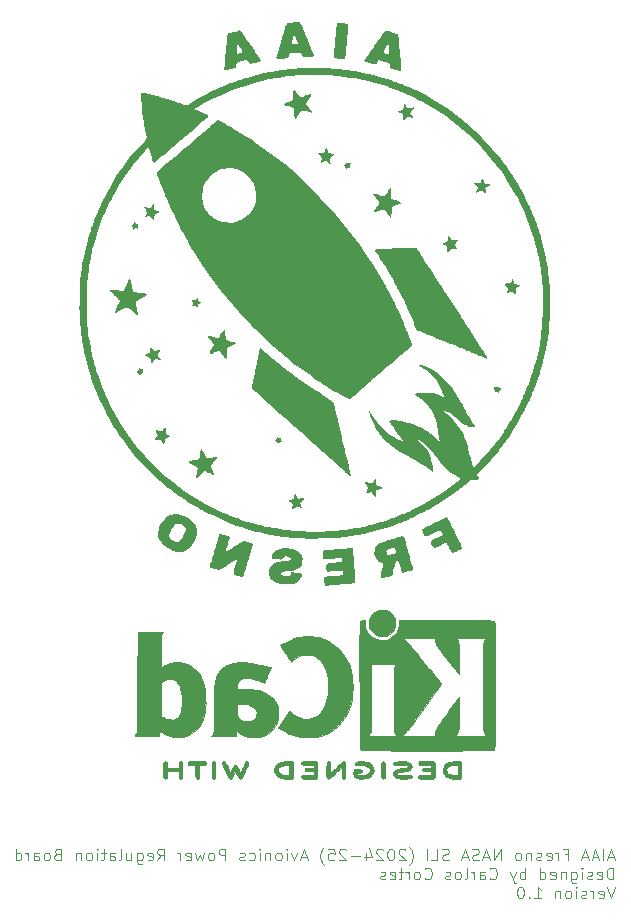
<source format=gbr>
%TF.GenerationSoftware,KiCad,Pcbnew,8.0.6*%
%TF.CreationDate,2024-12-31T14:32:05-08:00*%
%TF.ProjectId,Avionics Power Regulation Board,4176696f-6e69-4637-9320-506f77657220,3*%
%TF.SameCoordinates,Original*%
%TF.FileFunction,Legend,Bot*%
%TF.FilePolarity,Positive*%
%FSLAX46Y46*%
G04 Gerber Fmt 4.6, Leading zero omitted, Abs format (unit mm)*
G04 Created by KiCad (PCBNEW 8.0.6) date 2024-12-31 14:32:05*
%MOMM*%
%LPD*%
G01*
G04 APERTURE LIST*
%ADD10C,0.100000*%
%ADD11C,0.300000*%
%ADD12C,0.010000*%
%ADD13C,0.000000*%
G04 APERTURE END LIST*
D10*
X88072550Y-91256816D02*
X87596360Y-91256816D01*
X88167788Y-91542531D02*
X87834455Y-90542531D01*
X87834455Y-90542531D02*
X87501122Y-91542531D01*
X87167788Y-91542531D02*
X87167788Y-90542531D01*
X86739217Y-91256816D02*
X86263027Y-91256816D01*
X86834455Y-91542531D02*
X86501122Y-90542531D01*
X86501122Y-90542531D02*
X86167789Y-91542531D01*
X85882074Y-91256816D02*
X85405884Y-91256816D01*
X85977312Y-91542531D02*
X85643979Y-90542531D01*
X85643979Y-90542531D02*
X85310646Y-91542531D01*
X83882074Y-91018721D02*
X84215407Y-91018721D01*
X84215407Y-91542531D02*
X84215407Y-90542531D01*
X84215407Y-90542531D02*
X83739217Y-90542531D01*
X83358264Y-91542531D02*
X83358264Y-90875864D01*
X83358264Y-91066340D02*
X83310645Y-90971102D01*
X83310645Y-90971102D02*
X83263026Y-90923483D01*
X83263026Y-90923483D02*
X83167788Y-90875864D01*
X83167788Y-90875864D02*
X83072550Y-90875864D01*
X82358264Y-91494912D02*
X82453502Y-91542531D01*
X82453502Y-91542531D02*
X82643978Y-91542531D01*
X82643978Y-91542531D02*
X82739216Y-91494912D01*
X82739216Y-91494912D02*
X82786835Y-91399673D01*
X82786835Y-91399673D02*
X82786835Y-91018721D01*
X82786835Y-91018721D02*
X82739216Y-90923483D01*
X82739216Y-90923483D02*
X82643978Y-90875864D01*
X82643978Y-90875864D02*
X82453502Y-90875864D01*
X82453502Y-90875864D02*
X82358264Y-90923483D01*
X82358264Y-90923483D02*
X82310645Y-91018721D01*
X82310645Y-91018721D02*
X82310645Y-91113959D01*
X82310645Y-91113959D02*
X82786835Y-91209197D01*
X81929692Y-91494912D02*
X81834454Y-91542531D01*
X81834454Y-91542531D02*
X81643978Y-91542531D01*
X81643978Y-91542531D02*
X81548740Y-91494912D01*
X81548740Y-91494912D02*
X81501121Y-91399673D01*
X81501121Y-91399673D02*
X81501121Y-91352054D01*
X81501121Y-91352054D02*
X81548740Y-91256816D01*
X81548740Y-91256816D02*
X81643978Y-91209197D01*
X81643978Y-91209197D02*
X81786835Y-91209197D01*
X81786835Y-91209197D02*
X81882073Y-91161578D01*
X81882073Y-91161578D02*
X81929692Y-91066340D01*
X81929692Y-91066340D02*
X81929692Y-91018721D01*
X81929692Y-91018721D02*
X81882073Y-90923483D01*
X81882073Y-90923483D02*
X81786835Y-90875864D01*
X81786835Y-90875864D02*
X81643978Y-90875864D01*
X81643978Y-90875864D02*
X81548740Y-90923483D01*
X81072549Y-90875864D02*
X81072549Y-91542531D01*
X81072549Y-90971102D02*
X81024930Y-90923483D01*
X81024930Y-90923483D02*
X80929692Y-90875864D01*
X80929692Y-90875864D02*
X80786835Y-90875864D01*
X80786835Y-90875864D02*
X80691597Y-90923483D01*
X80691597Y-90923483D02*
X80643978Y-91018721D01*
X80643978Y-91018721D02*
X80643978Y-91542531D01*
X80024930Y-91542531D02*
X80120168Y-91494912D01*
X80120168Y-91494912D02*
X80167787Y-91447292D01*
X80167787Y-91447292D02*
X80215406Y-91352054D01*
X80215406Y-91352054D02*
X80215406Y-91066340D01*
X80215406Y-91066340D02*
X80167787Y-90971102D01*
X80167787Y-90971102D02*
X80120168Y-90923483D01*
X80120168Y-90923483D02*
X80024930Y-90875864D01*
X80024930Y-90875864D02*
X79882073Y-90875864D01*
X79882073Y-90875864D02*
X79786835Y-90923483D01*
X79786835Y-90923483D02*
X79739216Y-90971102D01*
X79739216Y-90971102D02*
X79691597Y-91066340D01*
X79691597Y-91066340D02*
X79691597Y-91352054D01*
X79691597Y-91352054D02*
X79739216Y-91447292D01*
X79739216Y-91447292D02*
X79786835Y-91494912D01*
X79786835Y-91494912D02*
X79882073Y-91542531D01*
X79882073Y-91542531D02*
X80024930Y-91542531D01*
X78501120Y-91542531D02*
X78501120Y-90542531D01*
X78501120Y-90542531D02*
X77929692Y-91542531D01*
X77929692Y-91542531D02*
X77929692Y-90542531D01*
X77501120Y-91256816D02*
X77024930Y-91256816D01*
X77596358Y-91542531D02*
X77263025Y-90542531D01*
X77263025Y-90542531D02*
X76929692Y-91542531D01*
X76643977Y-91494912D02*
X76501120Y-91542531D01*
X76501120Y-91542531D02*
X76263025Y-91542531D01*
X76263025Y-91542531D02*
X76167787Y-91494912D01*
X76167787Y-91494912D02*
X76120168Y-91447292D01*
X76120168Y-91447292D02*
X76072549Y-91352054D01*
X76072549Y-91352054D02*
X76072549Y-91256816D01*
X76072549Y-91256816D02*
X76120168Y-91161578D01*
X76120168Y-91161578D02*
X76167787Y-91113959D01*
X76167787Y-91113959D02*
X76263025Y-91066340D01*
X76263025Y-91066340D02*
X76453501Y-91018721D01*
X76453501Y-91018721D02*
X76548739Y-90971102D01*
X76548739Y-90971102D02*
X76596358Y-90923483D01*
X76596358Y-90923483D02*
X76643977Y-90828245D01*
X76643977Y-90828245D02*
X76643977Y-90733007D01*
X76643977Y-90733007D02*
X76596358Y-90637769D01*
X76596358Y-90637769D02*
X76548739Y-90590150D01*
X76548739Y-90590150D02*
X76453501Y-90542531D01*
X76453501Y-90542531D02*
X76215406Y-90542531D01*
X76215406Y-90542531D02*
X76072549Y-90590150D01*
X75691596Y-91256816D02*
X75215406Y-91256816D01*
X75786834Y-91542531D02*
X75453501Y-90542531D01*
X75453501Y-90542531D02*
X75120168Y-91542531D01*
X74072548Y-91494912D02*
X73929691Y-91542531D01*
X73929691Y-91542531D02*
X73691596Y-91542531D01*
X73691596Y-91542531D02*
X73596358Y-91494912D01*
X73596358Y-91494912D02*
X73548739Y-91447292D01*
X73548739Y-91447292D02*
X73501120Y-91352054D01*
X73501120Y-91352054D02*
X73501120Y-91256816D01*
X73501120Y-91256816D02*
X73548739Y-91161578D01*
X73548739Y-91161578D02*
X73596358Y-91113959D01*
X73596358Y-91113959D02*
X73691596Y-91066340D01*
X73691596Y-91066340D02*
X73882072Y-91018721D01*
X73882072Y-91018721D02*
X73977310Y-90971102D01*
X73977310Y-90971102D02*
X74024929Y-90923483D01*
X74024929Y-90923483D02*
X74072548Y-90828245D01*
X74072548Y-90828245D02*
X74072548Y-90733007D01*
X74072548Y-90733007D02*
X74024929Y-90637769D01*
X74024929Y-90637769D02*
X73977310Y-90590150D01*
X73977310Y-90590150D02*
X73882072Y-90542531D01*
X73882072Y-90542531D02*
X73643977Y-90542531D01*
X73643977Y-90542531D02*
X73501120Y-90590150D01*
X72596358Y-91542531D02*
X73072548Y-91542531D01*
X73072548Y-91542531D02*
X73072548Y-90542531D01*
X72263024Y-91542531D02*
X72263024Y-90542531D01*
X70739215Y-91923483D02*
X70786834Y-91875864D01*
X70786834Y-91875864D02*
X70882072Y-91733007D01*
X70882072Y-91733007D02*
X70929691Y-91637769D01*
X70929691Y-91637769D02*
X70977310Y-91494912D01*
X70977310Y-91494912D02*
X71024929Y-91256816D01*
X71024929Y-91256816D02*
X71024929Y-91066340D01*
X71024929Y-91066340D02*
X70977310Y-90828245D01*
X70977310Y-90828245D02*
X70929691Y-90685388D01*
X70929691Y-90685388D02*
X70882072Y-90590150D01*
X70882072Y-90590150D02*
X70786834Y-90447292D01*
X70786834Y-90447292D02*
X70739215Y-90399673D01*
X70405881Y-90637769D02*
X70358262Y-90590150D01*
X70358262Y-90590150D02*
X70263024Y-90542531D01*
X70263024Y-90542531D02*
X70024929Y-90542531D01*
X70024929Y-90542531D02*
X69929691Y-90590150D01*
X69929691Y-90590150D02*
X69882072Y-90637769D01*
X69882072Y-90637769D02*
X69834453Y-90733007D01*
X69834453Y-90733007D02*
X69834453Y-90828245D01*
X69834453Y-90828245D02*
X69882072Y-90971102D01*
X69882072Y-90971102D02*
X70453500Y-91542531D01*
X70453500Y-91542531D02*
X69834453Y-91542531D01*
X69215405Y-90542531D02*
X69120167Y-90542531D01*
X69120167Y-90542531D02*
X69024929Y-90590150D01*
X69024929Y-90590150D02*
X68977310Y-90637769D01*
X68977310Y-90637769D02*
X68929691Y-90733007D01*
X68929691Y-90733007D02*
X68882072Y-90923483D01*
X68882072Y-90923483D02*
X68882072Y-91161578D01*
X68882072Y-91161578D02*
X68929691Y-91352054D01*
X68929691Y-91352054D02*
X68977310Y-91447292D01*
X68977310Y-91447292D02*
X69024929Y-91494912D01*
X69024929Y-91494912D02*
X69120167Y-91542531D01*
X69120167Y-91542531D02*
X69215405Y-91542531D01*
X69215405Y-91542531D02*
X69310643Y-91494912D01*
X69310643Y-91494912D02*
X69358262Y-91447292D01*
X69358262Y-91447292D02*
X69405881Y-91352054D01*
X69405881Y-91352054D02*
X69453500Y-91161578D01*
X69453500Y-91161578D02*
X69453500Y-90923483D01*
X69453500Y-90923483D02*
X69405881Y-90733007D01*
X69405881Y-90733007D02*
X69358262Y-90637769D01*
X69358262Y-90637769D02*
X69310643Y-90590150D01*
X69310643Y-90590150D02*
X69215405Y-90542531D01*
X68501119Y-90637769D02*
X68453500Y-90590150D01*
X68453500Y-90590150D02*
X68358262Y-90542531D01*
X68358262Y-90542531D02*
X68120167Y-90542531D01*
X68120167Y-90542531D02*
X68024929Y-90590150D01*
X68024929Y-90590150D02*
X67977310Y-90637769D01*
X67977310Y-90637769D02*
X67929691Y-90733007D01*
X67929691Y-90733007D02*
X67929691Y-90828245D01*
X67929691Y-90828245D02*
X67977310Y-90971102D01*
X67977310Y-90971102D02*
X68548738Y-91542531D01*
X68548738Y-91542531D02*
X67929691Y-91542531D01*
X67072548Y-90875864D02*
X67072548Y-91542531D01*
X67310643Y-90494912D02*
X67548738Y-91209197D01*
X67548738Y-91209197D02*
X66929691Y-91209197D01*
X66548738Y-91161578D02*
X65786834Y-91161578D01*
X65358262Y-90637769D02*
X65310643Y-90590150D01*
X65310643Y-90590150D02*
X65215405Y-90542531D01*
X65215405Y-90542531D02*
X64977310Y-90542531D01*
X64977310Y-90542531D02*
X64882072Y-90590150D01*
X64882072Y-90590150D02*
X64834453Y-90637769D01*
X64834453Y-90637769D02*
X64786834Y-90733007D01*
X64786834Y-90733007D02*
X64786834Y-90828245D01*
X64786834Y-90828245D02*
X64834453Y-90971102D01*
X64834453Y-90971102D02*
X65405881Y-91542531D01*
X65405881Y-91542531D02*
X64786834Y-91542531D01*
X63882072Y-90542531D02*
X64358262Y-90542531D01*
X64358262Y-90542531D02*
X64405881Y-91018721D01*
X64405881Y-91018721D02*
X64358262Y-90971102D01*
X64358262Y-90971102D02*
X64263024Y-90923483D01*
X64263024Y-90923483D02*
X64024929Y-90923483D01*
X64024929Y-90923483D02*
X63929691Y-90971102D01*
X63929691Y-90971102D02*
X63882072Y-91018721D01*
X63882072Y-91018721D02*
X63834453Y-91113959D01*
X63834453Y-91113959D02*
X63834453Y-91352054D01*
X63834453Y-91352054D02*
X63882072Y-91447292D01*
X63882072Y-91447292D02*
X63929691Y-91494912D01*
X63929691Y-91494912D02*
X64024929Y-91542531D01*
X64024929Y-91542531D02*
X64263024Y-91542531D01*
X64263024Y-91542531D02*
X64358262Y-91494912D01*
X64358262Y-91494912D02*
X64405881Y-91447292D01*
X63501119Y-91923483D02*
X63453500Y-91875864D01*
X63453500Y-91875864D02*
X63358262Y-91733007D01*
X63358262Y-91733007D02*
X63310643Y-91637769D01*
X63310643Y-91637769D02*
X63263024Y-91494912D01*
X63263024Y-91494912D02*
X63215405Y-91256816D01*
X63215405Y-91256816D02*
X63215405Y-91066340D01*
X63215405Y-91066340D02*
X63263024Y-90828245D01*
X63263024Y-90828245D02*
X63310643Y-90685388D01*
X63310643Y-90685388D02*
X63358262Y-90590150D01*
X63358262Y-90590150D02*
X63453500Y-90447292D01*
X63453500Y-90447292D02*
X63501119Y-90399673D01*
X62024928Y-91256816D02*
X61548738Y-91256816D01*
X62120166Y-91542531D02*
X61786833Y-90542531D01*
X61786833Y-90542531D02*
X61453500Y-91542531D01*
X61215404Y-90875864D02*
X60977309Y-91542531D01*
X60977309Y-91542531D02*
X60739214Y-90875864D01*
X60358261Y-91542531D02*
X60358261Y-90875864D01*
X60358261Y-90542531D02*
X60405880Y-90590150D01*
X60405880Y-90590150D02*
X60358261Y-90637769D01*
X60358261Y-90637769D02*
X60310642Y-90590150D01*
X60310642Y-90590150D02*
X60358261Y-90542531D01*
X60358261Y-90542531D02*
X60358261Y-90637769D01*
X59739214Y-91542531D02*
X59834452Y-91494912D01*
X59834452Y-91494912D02*
X59882071Y-91447292D01*
X59882071Y-91447292D02*
X59929690Y-91352054D01*
X59929690Y-91352054D02*
X59929690Y-91066340D01*
X59929690Y-91066340D02*
X59882071Y-90971102D01*
X59882071Y-90971102D02*
X59834452Y-90923483D01*
X59834452Y-90923483D02*
X59739214Y-90875864D01*
X59739214Y-90875864D02*
X59596357Y-90875864D01*
X59596357Y-90875864D02*
X59501119Y-90923483D01*
X59501119Y-90923483D02*
X59453500Y-90971102D01*
X59453500Y-90971102D02*
X59405881Y-91066340D01*
X59405881Y-91066340D02*
X59405881Y-91352054D01*
X59405881Y-91352054D02*
X59453500Y-91447292D01*
X59453500Y-91447292D02*
X59501119Y-91494912D01*
X59501119Y-91494912D02*
X59596357Y-91542531D01*
X59596357Y-91542531D02*
X59739214Y-91542531D01*
X58977309Y-90875864D02*
X58977309Y-91542531D01*
X58977309Y-90971102D02*
X58929690Y-90923483D01*
X58929690Y-90923483D02*
X58834452Y-90875864D01*
X58834452Y-90875864D02*
X58691595Y-90875864D01*
X58691595Y-90875864D02*
X58596357Y-90923483D01*
X58596357Y-90923483D02*
X58548738Y-91018721D01*
X58548738Y-91018721D02*
X58548738Y-91542531D01*
X58072547Y-91542531D02*
X58072547Y-90875864D01*
X58072547Y-90542531D02*
X58120166Y-90590150D01*
X58120166Y-90590150D02*
X58072547Y-90637769D01*
X58072547Y-90637769D02*
X58024928Y-90590150D01*
X58024928Y-90590150D02*
X58072547Y-90542531D01*
X58072547Y-90542531D02*
X58072547Y-90637769D01*
X57167786Y-91494912D02*
X57263024Y-91542531D01*
X57263024Y-91542531D02*
X57453500Y-91542531D01*
X57453500Y-91542531D02*
X57548738Y-91494912D01*
X57548738Y-91494912D02*
X57596357Y-91447292D01*
X57596357Y-91447292D02*
X57643976Y-91352054D01*
X57643976Y-91352054D02*
X57643976Y-91066340D01*
X57643976Y-91066340D02*
X57596357Y-90971102D01*
X57596357Y-90971102D02*
X57548738Y-90923483D01*
X57548738Y-90923483D02*
X57453500Y-90875864D01*
X57453500Y-90875864D02*
X57263024Y-90875864D01*
X57263024Y-90875864D02*
X57167786Y-90923483D01*
X56786833Y-91494912D02*
X56691595Y-91542531D01*
X56691595Y-91542531D02*
X56501119Y-91542531D01*
X56501119Y-91542531D02*
X56405881Y-91494912D01*
X56405881Y-91494912D02*
X56358262Y-91399673D01*
X56358262Y-91399673D02*
X56358262Y-91352054D01*
X56358262Y-91352054D02*
X56405881Y-91256816D01*
X56405881Y-91256816D02*
X56501119Y-91209197D01*
X56501119Y-91209197D02*
X56643976Y-91209197D01*
X56643976Y-91209197D02*
X56739214Y-91161578D01*
X56739214Y-91161578D02*
X56786833Y-91066340D01*
X56786833Y-91066340D02*
X56786833Y-91018721D01*
X56786833Y-91018721D02*
X56739214Y-90923483D01*
X56739214Y-90923483D02*
X56643976Y-90875864D01*
X56643976Y-90875864D02*
X56501119Y-90875864D01*
X56501119Y-90875864D02*
X56405881Y-90923483D01*
X55167785Y-91542531D02*
X55167785Y-90542531D01*
X55167785Y-90542531D02*
X54786833Y-90542531D01*
X54786833Y-90542531D02*
X54691595Y-90590150D01*
X54691595Y-90590150D02*
X54643976Y-90637769D01*
X54643976Y-90637769D02*
X54596357Y-90733007D01*
X54596357Y-90733007D02*
X54596357Y-90875864D01*
X54596357Y-90875864D02*
X54643976Y-90971102D01*
X54643976Y-90971102D02*
X54691595Y-91018721D01*
X54691595Y-91018721D02*
X54786833Y-91066340D01*
X54786833Y-91066340D02*
X55167785Y-91066340D01*
X54024928Y-91542531D02*
X54120166Y-91494912D01*
X54120166Y-91494912D02*
X54167785Y-91447292D01*
X54167785Y-91447292D02*
X54215404Y-91352054D01*
X54215404Y-91352054D02*
X54215404Y-91066340D01*
X54215404Y-91066340D02*
X54167785Y-90971102D01*
X54167785Y-90971102D02*
X54120166Y-90923483D01*
X54120166Y-90923483D02*
X54024928Y-90875864D01*
X54024928Y-90875864D02*
X53882071Y-90875864D01*
X53882071Y-90875864D02*
X53786833Y-90923483D01*
X53786833Y-90923483D02*
X53739214Y-90971102D01*
X53739214Y-90971102D02*
X53691595Y-91066340D01*
X53691595Y-91066340D02*
X53691595Y-91352054D01*
X53691595Y-91352054D02*
X53739214Y-91447292D01*
X53739214Y-91447292D02*
X53786833Y-91494912D01*
X53786833Y-91494912D02*
X53882071Y-91542531D01*
X53882071Y-91542531D02*
X54024928Y-91542531D01*
X53358261Y-90875864D02*
X53167785Y-91542531D01*
X53167785Y-91542531D02*
X52977309Y-91066340D01*
X52977309Y-91066340D02*
X52786833Y-91542531D01*
X52786833Y-91542531D02*
X52596357Y-90875864D01*
X51834452Y-91494912D02*
X51929690Y-91542531D01*
X51929690Y-91542531D02*
X52120166Y-91542531D01*
X52120166Y-91542531D02*
X52215404Y-91494912D01*
X52215404Y-91494912D02*
X52263023Y-91399673D01*
X52263023Y-91399673D02*
X52263023Y-91018721D01*
X52263023Y-91018721D02*
X52215404Y-90923483D01*
X52215404Y-90923483D02*
X52120166Y-90875864D01*
X52120166Y-90875864D02*
X51929690Y-90875864D01*
X51929690Y-90875864D02*
X51834452Y-90923483D01*
X51834452Y-90923483D02*
X51786833Y-91018721D01*
X51786833Y-91018721D02*
X51786833Y-91113959D01*
X51786833Y-91113959D02*
X52263023Y-91209197D01*
X51358261Y-91542531D02*
X51358261Y-90875864D01*
X51358261Y-91066340D02*
X51310642Y-90971102D01*
X51310642Y-90971102D02*
X51263023Y-90923483D01*
X51263023Y-90923483D02*
X51167785Y-90875864D01*
X51167785Y-90875864D02*
X51072547Y-90875864D01*
X49405880Y-91542531D02*
X49739213Y-91066340D01*
X49977308Y-91542531D02*
X49977308Y-90542531D01*
X49977308Y-90542531D02*
X49596356Y-90542531D01*
X49596356Y-90542531D02*
X49501118Y-90590150D01*
X49501118Y-90590150D02*
X49453499Y-90637769D01*
X49453499Y-90637769D02*
X49405880Y-90733007D01*
X49405880Y-90733007D02*
X49405880Y-90875864D01*
X49405880Y-90875864D02*
X49453499Y-90971102D01*
X49453499Y-90971102D02*
X49501118Y-91018721D01*
X49501118Y-91018721D02*
X49596356Y-91066340D01*
X49596356Y-91066340D02*
X49977308Y-91066340D01*
X48596356Y-91494912D02*
X48691594Y-91542531D01*
X48691594Y-91542531D02*
X48882070Y-91542531D01*
X48882070Y-91542531D02*
X48977308Y-91494912D01*
X48977308Y-91494912D02*
X49024927Y-91399673D01*
X49024927Y-91399673D02*
X49024927Y-91018721D01*
X49024927Y-91018721D02*
X48977308Y-90923483D01*
X48977308Y-90923483D02*
X48882070Y-90875864D01*
X48882070Y-90875864D02*
X48691594Y-90875864D01*
X48691594Y-90875864D02*
X48596356Y-90923483D01*
X48596356Y-90923483D02*
X48548737Y-91018721D01*
X48548737Y-91018721D02*
X48548737Y-91113959D01*
X48548737Y-91113959D02*
X49024927Y-91209197D01*
X47691594Y-90875864D02*
X47691594Y-91685388D01*
X47691594Y-91685388D02*
X47739213Y-91780626D01*
X47739213Y-91780626D02*
X47786832Y-91828245D01*
X47786832Y-91828245D02*
X47882070Y-91875864D01*
X47882070Y-91875864D02*
X48024927Y-91875864D01*
X48024927Y-91875864D02*
X48120165Y-91828245D01*
X47691594Y-91494912D02*
X47786832Y-91542531D01*
X47786832Y-91542531D02*
X47977308Y-91542531D01*
X47977308Y-91542531D02*
X48072546Y-91494912D01*
X48072546Y-91494912D02*
X48120165Y-91447292D01*
X48120165Y-91447292D02*
X48167784Y-91352054D01*
X48167784Y-91352054D02*
X48167784Y-91066340D01*
X48167784Y-91066340D02*
X48120165Y-90971102D01*
X48120165Y-90971102D02*
X48072546Y-90923483D01*
X48072546Y-90923483D02*
X47977308Y-90875864D01*
X47977308Y-90875864D02*
X47786832Y-90875864D01*
X47786832Y-90875864D02*
X47691594Y-90923483D01*
X46786832Y-90875864D02*
X46786832Y-91542531D01*
X47215403Y-90875864D02*
X47215403Y-91399673D01*
X47215403Y-91399673D02*
X47167784Y-91494912D01*
X47167784Y-91494912D02*
X47072546Y-91542531D01*
X47072546Y-91542531D02*
X46929689Y-91542531D01*
X46929689Y-91542531D02*
X46834451Y-91494912D01*
X46834451Y-91494912D02*
X46786832Y-91447292D01*
X46167784Y-91542531D02*
X46263022Y-91494912D01*
X46263022Y-91494912D02*
X46310641Y-91399673D01*
X46310641Y-91399673D02*
X46310641Y-90542531D01*
X45358260Y-91542531D02*
X45358260Y-91018721D01*
X45358260Y-91018721D02*
X45405879Y-90923483D01*
X45405879Y-90923483D02*
X45501117Y-90875864D01*
X45501117Y-90875864D02*
X45691593Y-90875864D01*
X45691593Y-90875864D02*
X45786831Y-90923483D01*
X45358260Y-91494912D02*
X45453498Y-91542531D01*
X45453498Y-91542531D02*
X45691593Y-91542531D01*
X45691593Y-91542531D02*
X45786831Y-91494912D01*
X45786831Y-91494912D02*
X45834450Y-91399673D01*
X45834450Y-91399673D02*
X45834450Y-91304435D01*
X45834450Y-91304435D02*
X45786831Y-91209197D01*
X45786831Y-91209197D02*
X45691593Y-91161578D01*
X45691593Y-91161578D02*
X45453498Y-91161578D01*
X45453498Y-91161578D02*
X45358260Y-91113959D01*
X45024926Y-90875864D02*
X44643974Y-90875864D01*
X44882069Y-90542531D02*
X44882069Y-91399673D01*
X44882069Y-91399673D02*
X44834450Y-91494912D01*
X44834450Y-91494912D02*
X44739212Y-91542531D01*
X44739212Y-91542531D02*
X44643974Y-91542531D01*
X44310640Y-91542531D02*
X44310640Y-90875864D01*
X44310640Y-90542531D02*
X44358259Y-90590150D01*
X44358259Y-90590150D02*
X44310640Y-90637769D01*
X44310640Y-90637769D02*
X44263021Y-90590150D01*
X44263021Y-90590150D02*
X44310640Y-90542531D01*
X44310640Y-90542531D02*
X44310640Y-90637769D01*
X43691593Y-91542531D02*
X43786831Y-91494912D01*
X43786831Y-91494912D02*
X43834450Y-91447292D01*
X43834450Y-91447292D02*
X43882069Y-91352054D01*
X43882069Y-91352054D02*
X43882069Y-91066340D01*
X43882069Y-91066340D02*
X43834450Y-90971102D01*
X43834450Y-90971102D02*
X43786831Y-90923483D01*
X43786831Y-90923483D02*
X43691593Y-90875864D01*
X43691593Y-90875864D02*
X43548736Y-90875864D01*
X43548736Y-90875864D02*
X43453498Y-90923483D01*
X43453498Y-90923483D02*
X43405879Y-90971102D01*
X43405879Y-90971102D02*
X43358260Y-91066340D01*
X43358260Y-91066340D02*
X43358260Y-91352054D01*
X43358260Y-91352054D02*
X43405879Y-91447292D01*
X43405879Y-91447292D02*
X43453498Y-91494912D01*
X43453498Y-91494912D02*
X43548736Y-91542531D01*
X43548736Y-91542531D02*
X43691593Y-91542531D01*
X42929688Y-90875864D02*
X42929688Y-91542531D01*
X42929688Y-90971102D02*
X42882069Y-90923483D01*
X42882069Y-90923483D02*
X42786831Y-90875864D01*
X42786831Y-90875864D02*
X42643974Y-90875864D01*
X42643974Y-90875864D02*
X42548736Y-90923483D01*
X42548736Y-90923483D02*
X42501117Y-91018721D01*
X42501117Y-91018721D02*
X42501117Y-91542531D01*
X40929688Y-91018721D02*
X40786831Y-91066340D01*
X40786831Y-91066340D02*
X40739212Y-91113959D01*
X40739212Y-91113959D02*
X40691593Y-91209197D01*
X40691593Y-91209197D02*
X40691593Y-91352054D01*
X40691593Y-91352054D02*
X40739212Y-91447292D01*
X40739212Y-91447292D02*
X40786831Y-91494912D01*
X40786831Y-91494912D02*
X40882069Y-91542531D01*
X40882069Y-91542531D02*
X41263021Y-91542531D01*
X41263021Y-91542531D02*
X41263021Y-90542531D01*
X41263021Y-90542531D02*
X40929688Y-90542531D01*
X40929688Y-90542531D02*
X40834450Y-90590150D01*
X40834450Y-90590150D02*
X40786831Y-90637769D01*
X40786831Y-90637769D02*
X40739212Y-90733007D01*
X40739212Y-90733007D02*
X40739212Y-90828245D01*
X40739212Y-90828245D02*
X40786831Y-90923483D01*
X40786831Y-90923483D02*
X40834450Y-90971102D01*
X40834450Y-90971102D02*
X40929688Y-91018721D01*
X40929688Y-91018721D02*
X41263021Y-91018721D01*
X40120164Y-91542531D02*
X40215402Y-91494912D01*
X40215402Y-91494912D02*
X40263021Y-91447292D01*
X40263021Y-91447292D02*
X40310640Y-91352054D01*
X40310640Y-91352054D02*
X40310640Y-91066340D01*
X40310640Y-91066340D02*
X40263021Y-90971102D01*
X40263021Y-90971102D02*
X40215402Y-90923483D01*
X40215402Y-90923483D02*
X40120164Y-90875864D01*
X40120164Y-90875864D02*
X39977307Y-90875864D01*
X39977307Y-90875864D02*
X39882069Y-90923483D01*
X39882069Y-90923483D02*
X39834450Y-90971102D01*
X39834450Y-90971102D02*
X39786831Y-91066340D01*
X39786831Y-91066340D02*
X39786831Y-91352054D01*
X39786831Y-91352054D02*
X39834450Y-91447292D01*
X39834450Y-91447292D02*
X39882069Y-91494912D01*
X39882069Y-91494912D02*
X39977307Y-91542531D01*
X39977307Y-91542531D02*
X40120164Y-91542531D01*
X38929688Y-91542531D02*
X38929688Y-91018721D01*
X38929688Y-91018721D02*
X38977307Y-90923483D01*
X38977307Y-90923483D02*
X39072545Y-90875864D01*
X39072545Y-90875864D02*
X39263021Y-90875864D01*
X39263021Y-90875864D02*
X39358259Y-90923483D01*
X38929688Y-91494912D02*
X39024926Y-91542531D01*
X39024926Y-91542531D02*
X39263021Y-91542531D01*
X39263021Y-91542531D02*
X39358259Y-91494912D01*
X39358259Y-91494912D02*
X39405878Y-91399673D01*
X39405878Y-91399673D02*
X39405878Y-91304435D01*
X39405878Y-91304435D02*
X39358259Y-91209197D01*
X39358259Y-91209197D02*
X39263021Y-91161578D01*
X39263021Y-91161578D02*
X39024926Y-91161578D01*
X39024926Y-91161578D02*
X38929688Y-91113959D01*
X38453497Y-91542531D02*
X38453497Y-90875864D01*
X38453497Y-91066340D02*
X38405878Y-90971102D01*
X38405878Y-90971102D02*
X38358259Y-90923483D01*
X38358259Y-90923483D02*
X38263021Y-90875864D01*
X38263021Y-90875864D02*
X38167783Y-90875864D01*
X37405878Y-91542531D02*
X37405878Y-90542531D01*
X37405878Y-91494912D02*
X37501116Y-91542531D01*
X37501116Y-91542531D02*
X37691592Y-91542531D01*
X37691592Y-91542531D02*
X37786830Y-91494912D01*
X37786830Y-91494912D02*
X37834449Y-91447292D01*
X37834449Y-91447292D02*
X37882068Y-91352054D01*
X37882068Y-91352054D02*
X37882068Y-91066340D01*
X37882068Y-91066340D02*
X37834449Y-90971102D01*
X37834449Y-90971102D02*
X37786830Y-90923483D01*
X37786830Y-90923483D02*
X37691592Y-90875864D01*
X37691592Y-90875864D02*
X37501116Y-90875864D01*
X37501116Y-90875864D02*
X37405878Y-90923483D01*
X88024931Y-93152475D02*
X88024931Y-92152475D01*
X88024931Y-92152475D02*
X87786836Y-92152475D01*
X87786836Y-92152475D02*
X87643979Y-92200094D01*
X87643979Y-92200094D02*
X87548741Y-92295332D01*
X87548741Y-92295332D02*
X87501122Y-92390570D01*
X87501122Y-92390570D02*
X87453503Y-92581046D01*
X87453503Y-92581046D02*
X87453503Y-92723903D01*
X87453503Y-92723903D02*
X87501122Y-92914379D01*
X87501122Y-92914379D02*
X87548741Y-93009617D01*
X87548741Y-93009617D02*
X87643979Y-93104856D01*
X87643979Y-93104856D02*
X87786836Y-93152475D01*
X87786836Y-93152475D02*
X88024931Y-93152475D01*
X86643979Y-93104856D02*
X86739217Y-93152475D01*
X86739217Y-93152475D02*
X86929693Y-93152475D01*
X86929693Y-93152475D02*
X87024931Y-93104856D01*
X87024931Y-93104856D02*
X87072550Y-93009617D01*
X87072550Y-93009617D02*
X87072550Y-92628665D01*
X87072550Y-92628665D02*
X87024931Y-92533427D01*
X87024931Y-92533427D02*
X86929693Y-92485808D01*
X86929693Y-92485808D02*
X86739217Y-92485808D01*
X86739217Y-92485808D02*
X86643979Y-92533427D01*
X86643979Y-92533427D02*
X86596360Y-92628665D01*
X86596360Y-92628665D02*
X86596360Y-92723903D01*
X86596360Y-92723903D02*
X87072550Y-92819141D01*
X86215407Y-93104856D02*
X86120169Y-93152475D01*
X86120169Y-93152475D02*
X85929693Y-93152475D01*
X85929693Y-93152475D02*
X85834455Y-93104856D01*
X85834455Y-93104856D02*
X85786836Y-93009617D01*
X85786836Y-93009617D02*
X85786836Y-92961998D01*
X85786836Y-92961998D02*
X85834455Y-92866760D01*
X85834455Y-92866760D02*
X85929693Y-92819141D01*
X85929693Y-92819141D02*
X86072550Y-92819141D01*
X86072550Y-92819141D02*
X86167788Y-92771522D01*
X86167788Y-92771522D02*
X86215407Y-92676284D01*
X86215407Y-92676284D02*
X86215407Y-92628665D01*
X86215407Y-92628665D02*
X86167788Y-92533427D01*
X86167788Y-92533427D02*
X86072550Y-92485808D01*
X86072550Y-92485808D02*
X85929693Y-92485808D01*
X85929693Y-92485808D02*
X85834455Y-92533427D01*
X85358264Y-93152475D02*
X85358264Y-92485808D01*
X85358264Y-92152475D02*
X85405883Y-92200094D01*
X85405883Y-92200094D02*
X85358264Y-92247713D01*
X85358264Y-92247713D02*
X85310645Y-92200094D01*
X85310645Y-92200094D02*
X85358264Y-92152475D01*
X85358264Y-92152475D02*
X85358264Y-92247713D01*
X84453503Y-92485808D02*
X84453503Y-93295332D01*
X84453503Y-93295332D02*
X84501122Y-93390570D01*
X84501122Y-93390570D02*
X84548741Y-93438189D01*
X84548741Y-93438189D02*
X84643979Y-93485808D01*
X84643979Y-93485808D02*
X84786836Y-93485808D01*
X84786836Y-93485808D02*
X84882074Y-93438189D01*
X84453503Y-93104856D02*
X84548741Y-93152475D01*
X84548741Y-93152475D02*
X84739217Y-93152475D01*
X84739217Y-93152475D02*
X84834455Y-93104856D01*
X84834455Y-93104856D02*
X84882074Y-93057236D01*
X84882074Y-93057236D02*
X84929693Y-92961998D01*
X84929693Y-92961998D02*
X84929693Y-92676284D01*
X84929693Y-92676284D02*
X84882074Y-92581046D01*
X84882074Y-92581046D02*
X84834455Y-92533427D01*
X84834455Y-92533427D02*
X84739217Y-92485808D01*
X84739217Y-92485808D02*
X84548741Y-92485808D01*
X84548741Y-92485808D02*
X84453503Y-92533427D01*
X83977312Y-92485808D02*
X83977312Y-93152475D01*
X83977312Y-92581046D02*
X83929693Y-92533427D01*
X83929693Y-92533427D02*
X83834455Y-92485808D01*
X83834455Y-92485808D02*
X83691598Y-92485808D01*
X83691598Y-92485808D02*
X83596360Y-92533427D01*
X83596360Y-92533427D02*
X83548741Y-92628665D01*
X83548741Y-92628665D02*
X83548741Y-93152475D01*
X82691598Y-93104856D02*
X82786836Y-93152475D01*
X82786836Y-93152475D02*
X82977312Y-93152475D01*
X82977312Y-93152475D02*
X83072550Y-93104856D01*
X83072550Y-93104856D02*
X83120169Y-93009617D01*
X83120169Y-93009617D02*
X83120169Y-92628665D01*
X83120169Y-92628665D02*
X83072550Y-92533427D01*
X83072550Y-92533427D02*
X82977312Y-92485808D01*
X82977312Y-92485808D02*
X82786836Y-92485808D01*
X82786836Y-92485808D02*
X82691598Y-92533427D01*
X82691598Y-92533427D02*
X82643979Y-92628665D01*
X82643979Y-92628665D02*
X82643979Y-92723903D01*
X82643979Y-92723903D02*
X83120169Y-92819141D01*
X81786836Y-93152475D02*
X81786836Y-92152475D01*
X81786836Y-93104856D02*
X81882074Y-93152475D01*
X81882074Y-93152475D02*
X82072550Y-93152475D01*
X82072550Y-93152475D02*
X82167788Y-93104856D01*
X82167788Y-93104856D02*
X82215407Y-93057236D01*
X82215407Y-93057236D02*
X82263026Y-92961998D01*
X82263026Y-92961998D02*
X82263026Y-92676284D01*
X82263026Y-92676284D02*
X82215407Y-92581046D01*
X82215407Y-92581046D02*
X82167788Y-92533427D01*
X82167788Y-92533427D02*
X82072550Y-92485808D01*
X82072550Y-92485808D02*
X81882074Y-92485808D01*
X81882074Y-92485808D02*
X81786836Y-92533427D01*
X80548740Y-93152475D02*
X80548740Y-92152475D01*
X80548740Y-92533427D02*
X80453502Y-92485808D01*
X80453502Y-92485808D02*
X80263026Y-92485808D01*
X80263026Y-92485808D02*
X80167788Y-92533427D01*
X80167788Y-92533427D02*
X80120169Y-92581046D01*
X80120169Y-92581046D02*
X80072550Y-92676284D01*
X80072550Y-92676284D02*
X80072550Y-92961998D01*
X80072550Y-92961998D02*
X80120169Y-93057236D01*
X80120169Y-93057236D02*
X80167788Y-93104856D01*
X80167788Y-93104856D02*
X80263026Y-93152475D01*
X80263026Y-93152475D02*
X80453502Y-93152475D01*
X80453502Y-93152475D02*
X80548740Y-93104856D01*
X79739216Y-92485808D02*
X79501121Y-93152475D01*
X79263026Y-92485808D02*
X79501121Y-93152475D01*
X79501121Y-93152475D02*
X79596359Y-93390570D01*
X79596359Y-93390570D02*
X79643978Y-93438189D01*
X79643978Y-93438189D02*
X79739216Y-93485808D01*
X77548740Y-93057236D02*
X77596359Y-93104856D01*
X77596359Y-93104856D02*
X77739216Y-93152475D01*
X77739216Y-93152475D02*
X77834454Y-93152475D01*
X77834454Y-93152475D02*
X77977311Y-93104856D01*
X77977311Y-93104856D02*
X78072549Y-93009617D01*
X78072549Y-93009617D02*
X78120168Y-92914379D01*
X78120168Y-92914379D02*
X78167787Y-92723903D01*
X78167787Y-92723903D02*
X78167787Y-92581046D01*
X78167787Y-92581046D02*
X78120168Y-92390570D01*
X78120168Y-92390570D02*
X78072549Y-92295332D01*
X78072549Y-92295332D02*
X77977311Y-92200094D01*
X77977311Y-92200094D02*
X77834454Y-92152475D01*
X77834454Y-92152475D02*
X77739216Y-92152475D01*
X77739216Y-92152475D02*
X77596359Y-92200094D01*
X77596359Y-92200094D02*
X77548740Y-92247713D01*
X76691597Y-93152475D02*
X76691597Y-92628665D01*
X76691597Y-92628665D02*
X76739216Y-92533427D01*
X76739216Y-92533427D02*
X76834454Y-92485808D01*
X76834454Y-92485808D02*
X77024930Y-92485808D01*
X77024930Y-92485808D02*
X77120168Y-92533427D01*
X76691597Y-93104856D02*
X76786835Y-93152475D01*
X76786835Y-93152475D02*
X77024930Y-93152475D01*
X77024930Y-93152475D02*
X77120168Y-93104856D01*
X77120168Y-93104856D02*
X77167787Y-93009617D01*
X77167787Y-93009617D02*
X77167787Y-92914379D01*
X77167787Y-92914379D02*
X77120168Y-92819141D01*
X77120168Y-92819141D02*
X77024930Y-92771522D01*
X77024930Y-92771522D02*
X76786835Y-92771522D01*
X76786835Y-92771522D02*
X76691597Y-92723903D01*
X76215406Y-93152475D02*
X76215406Y-92485808D01*
X76215406Y-92676284D02*
X76167787Y-92581046D01*
X76167787Y-92581046D02*
X76120168Y-92533427D01*
X76120168Y-92533427D02*
X76024930Y-92485808D01*
X76024930Y-92485808D02*
X75929692Y-92485808D01*
X75453501Y-93152475D02*
X75548739Y-93104856D01*
X75548739Y-93104856D02*
X75596358Y-93009617D01*
X75596358Y-93009617D02*
X75596358Y-92152475D01*
X74929691Y-93152475D02*
X75024929Y-93104856D01*
X75024929Y-93104856D02*
X75072548Y-93057236D01*
X75072548Y-93057236D02*
X75120167Y-92961998D01*
X75120167Y-92961998D02*
X75120167Y-92676284D01*
X75120167Y-92676284D02*
X75072548Y-92581046D01*
X75072548Y-92581046D02*
X75024929Y-92533427D01*
X75024929Y-92533427D02*
X74929691Y-92485808D01*
X74929691Y-92485808D02*
X74786834Y-92485808D01*
X74786834Y-92485808D02*
X74691596Y-92533427D01*
X74691596Y-92533427D02*
X74643977Y-92581046D01*
X74643977Y-92581046D02*
X74596358Y-92676284D01*
X74596358Y-92676284D02*
X74596358Y-92961998D01*
X74596358Y-92961998D02*
X74643977Y-93057236D01*
X74643977Y-93057236D02*
X74691596Y-93104856D01*
X74691596Y-93104856D02*
X74786834Y-93152475D01*
X74786834Y-93152475D02*
X74929691Y-93152475D01*
X74215405Y-93104856D02*
X74120167Y-93152475D01*
X74120167Y-93152475D02*
X73929691Y-93152475D01*
X73929691Y-93152475D02*
X73834453Y-93104856D01*
X73834453Y-93104856D02*
X73786834Y-93009617D01*
X73786834Y-93009617D02*
X73786834Y-92961998D01*
X73786834Y-92961998D02*
X73834453Y-92866760D01*
X73834453Y-92866760D02*
X73929691Y-92819141D01*
X73929691Y-92819141D02*
X74072548Y-92819141D01*
X74072548Y-92819141D02*
X74167786Y-92771522D01*
X74167786Y-92771522D02*
X74215405Y-92676284D01*
X74215405Y-92676284D02*
X74215405Y-92628665D01*
X74215405Y-92628665D02*
X74167786Y-92533427D01*
X74167786Y-92533427D02*
X74072548Y-92485808D01*
X74072548Y-92485808D02*
X73929691Y-92485808D01*
X73929691Y-92485808D02*
X73834453Y-92533427D01*
X72024929Y-93057236D02*
X72072548Y-93104856D01*
X72072548Y-93104856D02*
X72215405Y-93152475D01*
X72215405Y-93152475D02*
X72310643Y-93152475D01*
X72310643Y-93152475D02*
X72453500Y-93104856D01*
X72453500Y-93104856D02*
X72548738Y-93009617D01*
X72548738Y-93009617D02*
X72596357Y-92914379D01*
X72596357Y-92914379D02*
X72643976Y-92723903D01*
X72643976Y-92723903D02*
X72643976Y-92581046D01*
X72643976Y-92581046D02*
X72596357Y-92390570D01*
X72596357Y-92390570D02*
X72548738Y-92295332D01*
X72548738Y-92295332D02*
X72453500Y-92200094D01*
X72453500Y-92200094D02*
X72310643Y-92152475D01*
X72310643Y-92152475D02*
X72215405Y-92152475D01*
X72215405Y-92152475D02*
X72072548Y-92200094D01*
X72072548Y-92200094D02*
X72024929Y-92247713D01*
X71453500Y-93152475D02*
X71548738Y-93104856D01*
X71548738Y-93104856D02*
X71596357Y-93057236D01*
X71596357Y-93057236D02*
X71643976Y-92961998D01*
X71643976Y-92961998D02*
X71643976Y-92676284D01*
X71643976Y-92676284D02*
X71596357Y-92581046D01*
X71596357Y-92581046D02*
X71548738Y-92533427D01*
X71548738Y-92533427D02*
X71453500Y-92485808D01*
X71453500Y-92485808D02*
X71310643Y-92485808D01*
X71310643Y-92485808D02*
X71215405Y-92533427D01*
X71215405Y-92533427D02*
X71167786Y-92581046D01*
X71167786Y-92581046D02*
X71120167Y-92676284D01*
X71120167Y-92676284D02*
X71120167Y-92961998D01*
X71120167Y-92961998D02*
X71167786Y-93057236D01*
X71167786Y-93057236D02*
X71215405Y-93104856D01*
X71215405Y-93104856D02*
X71310643Y-93152475D01*
X71310643Y-93152475D02*
X71453500Y-93152475D01*
X70691595Y-93152475D02*
X70691595Y-92485808D01*
X70691595Y-92676284D02*
X70643976Y-92581046D01*
X70643976Y-92581046D02*
X70596357Y-92533427D01*
X70596357Y-92533427D02*
X70501119Y-92485808D01*
X70501119Y-92485808D02*
X70405881Y-92485808D01*
X70215404Y-92485808D02*
X69834452Y-92485808D01*
X70072547Y-92152475D02*
X70072547Y-93009617D01*
X70072547Y-93009617D02*
X70024928Y-93104856D01*
X70024928Y-93104856D02*
X69929690Y-93152475D01*
X69929690Y-93152475D02*
X69834452Y-93152475D01*
X69120166Y-93104856D02*
X69215404Y-93152475D01*
X69215404Y-93152475D02*
X69405880Y-93152475D01*
X69405880Y-93152475D02*
X69501118Y-93104856D01*
X69501118Y-93104856D02*
X69548737Y-93009617D01*
X69548737Y-93009617D02*
X69548737Y-92628665D01*
X69548737Y-92628665D02*
X69501118Y-92533427D01*
X69501118Y-92533427D02*
X69405880Y-92485808D01*
X69405880Y-92485808D02*
X69215404Y-92485808D01*
X69215404Y-92485808D02*
X69120166Y-92533427D01*
X69120166Y-92533427D02*
X69072547Y-92628665D01*
X69072547Y-92628665D02*
X69072547Y-92723903D01*
X69072547Y-92723903D02*
X69548737Y-92819141D01*
X68691594Y-93104856D02*
X68596356Y-93152475D01*
X68596356Y-93152475D02*
X68405880Y-93152475D01*
X68405880Y-93152475D02*
X68310642Y-93104856D01*
X68310642Y-93104856D02*
X68263023Y-93009617D01*
X68263023Y-93009617D02*
X68263023Y-92961998D01*
X68263023Y-92961998D02*
X68310642Y-92866760D01*
X68310642Y-92866760D02*
X68405880Y-92819141D01*
X68405880Y-92819141D02*
X68548737Y-92819141D01*
X68548737Y-92819141D02*
X68643975Y-92771522D01*
X68643975Y-92771522D02*
X68691594Y-92676284D01*
X68691594Y-92676284D02*
X68691594Y-92628665D01*
X68691594Y-92628665D02*
X68643975Y-92533427D01*
X68643975Y-92533427D02*
X68548737Y-92485808D01*
X68548737Y-92485808D02*
X68405880Y-92485808D01*
X68405880Y-92485808D02*
X68310642Y-92533427D01*
X88167788Y-93762419D02*
X87834455Y-94762419D01*
X87834455Y-94762419D02*
X87501122Y-93762419D01*
X86786836Y-94714800D02*
X86882074Y-94762419D01*
X86882074Y-94762419D02*
X87072550Y-94762419D01*
X87072550Y-94762419D02*
X87167788Y-94714800D01*
X87167788Y-94714800D02*
X87215407Y-94619561D01*
X87215407Y-94619561D02*
X87215407Y-94238609D01*
X87215407Y-94238609D02*
X87167788Y-94143371D01*
X87167788Y-94143371D02*
X87072550Y-94095752D01*
X87072550Y-94095752D02*
X86882074Y-94095752D01*
X86882074Y-94095752D02*
X86786836Y-94143371D01*
X86786836Y-94143371D02*
X86739217Y-94238609D01*
X86739217Y-94238609D02*
X86739217Y-94333847D01*
X86739217Y-94333847D02*
X87215407Y-94429085D01*
X86310645Y-94762419D02*
X86310645Y-94095752D01*
X86310645Y-94286228D02*
X86263026Y-94190990D01*
X86263026Y-94190990D02*
X86215407Y-94143371D01*
X86215407Y-94143371D02*
X86120169Y-94095752D01*
X86120169Y-94095752D02*
X86024931Y-94095752D01*
X85739216Y-94714800D02*
X85643978Y-94762419D01*
X85643978Y-94762419D02*
X85453502Y-94762419D01*
X85453502Y-94762419D02*
X85358264Y-94714800D01*
X85358264Y-94714800D02*
X85310645Y-94619561D01*
X85310645Y-94619561D02*
X85310645Y-94571942D01*
X85310645Y-94571942D02*
X85358264Y-94476704D01*
X85358264Y-94476704D02*
X85453502Y-94429085D01*
X85453502Y-94429085D02*
X85596359Y-94429085D01*
X85596359Y-94429085D02*
X85691597Y-94381466D01*
X85691597Y-94381466D02*
X85739216Y-94286228D01*
X85739216Y-94286228D02*
X85739216Y-94238609D01*
X85739216Y-94238609D02*
X85691597Y-94143371D01*
X85691597Y-94143371D02*
X85596359Y-94095752D01*
X85596359Y-94095752D02*
X85453502Y-94095752D01*
X85453502Y-94095752D02*
X85358264Y-94143371D01*
X84882073Y-94762419D02*
X84882073Y-94095752D01*
X84882073Y-93762419D02*
X84929692Y-93810038D01*
X84929692Y-93810038D02*
X84882073Y-93857657D01*
X84882073Y-93857657D02*
X84834454Y-93810038D01*
X84834454Y-93810038D02*
X84882073Y-93762419D01*
X84882073Y-93762419D02*
X84882073Y-93857657D01*
X84263026Y-94762419D02*
X84358264Y-94714800D01*
X84358264Y-94714800D02*
X84405883Y-94667180D01*
X84405883Y-94667180D02*
X84453502Y-94571942D01*
X84453502Y-94571942D02*
X84453502Y-94286228D01*
X84453502Y-94286228D02*
X84405883Y-94190990D01*
X84405883Y-94190990D02*
X84358264Y-94143371D01*
X84358264Y-94143371D02*
X84263026Y-94095752D01*
X84263026Y-94095752D02*
X84120169Y-94095752D01*
X84120169Y-94095752D02*
X84024931Y-94143371D01*
X84024931Y-94143371D02*
X83977312Y-94190990D01*
X83977312Y-94190990D02*
X83929693Y-94286228D01*
X83929693Y-94286228D02*
X83929693Y-94571942D01*
X83929693Y-94571942D02*
X83977312Y-94667180D01*
X83977312Y-94667180D02*
X84024931Y-94714800D01*
X84024931Y-94714800D02*
X84120169Y-94762419D01*
X84120169Y-94762419D02*
X84263026Y-94762419D01*
X83501121Y-94095752D02*
X83501121Y-94762419D01*
X83501121Y-94190990D02*
X83453502Y-94143371D01*
X83453502Y-94143371D02*
X83358264Y-94095752D01*
X83358264Y-94095752D02*
X83215407Y-94095752D01*
X83215407Y-94095752D02*
X83120169Y-94143371D01*
X83120169Y-94143371D02*
X83072550Y-94238609D01*
X83072550Y-94238609D02*
X83072550Y-94762419D01*
X81310645Y-94762419D02*
X81882073Y-94762419D01*
X81596359Y-94762419D02*
X81596359Y-93762419D01*
X81596359Y-93762419D02*
X81691597Y-93905276D01*
X81691597Y-93905276D02*
X81786835Y-94000514D01*
X81786835Y-94000514D02*
X81882073Y-94048133D01*
X80882073Y-94667180D02*
X80834454Y-94714800D01*
X80834454Y-94714800D02*
X80882073Y-94762419D01*
X80882073Y-94762419D02*
X80929692Y-94714800D01*
X80929692Y-94714800D02*
X80882073Y-94667180D01*
X80882073Y-94667180D02*
X80882073Y-94762419D01*
X80215407Y-93762419D02*
X80120169Y-93762419D01*
X80120169Y-93762419D02*
X80024931Y-93810038D01*
X80024931Y-93810038D02*
X79977312Y-93857657D01*
X79977312Y-93857657D02*
X79929693Y-93952895D01*
X79929693Y-93952895D02*
X79882074Y-94143371D01*
X79882074Y-94143371D02*
X79882074Y-94381466D01*
X79882074Y-94381466D02*
X79929693Y-94571942D01*
X79929693Y-94571942D02*
X79977312Y-94667180D01*
X79977312Y-94667180D02*
X80024931Y-94714800D01*
X80024931Y-94714800D02*
X80120169Y-94762419D01*
X80120169Y-94762419D02*
X80215407Y-94762419D01*
X80215407Y-94762419D02*
X80310645Y-94714800D01*
X80310645Y-94714800D02*
X80358264Y-94667180D01*
X80358264Y-94667180D02*
X80405883Y-94571942D01*
X80405883Y-94571942D02*
X80453502Y-94381466D01*
X80453502Y-94381466D02*
X80453502Y-94143371D01*
X80453502Y-94143371D02*
X80405883Y-93952895D01*
X80405883Y-93952895D02*
X80358264Y-93857657D01*
X80358264Y-93857657D02*
X80310645Y-93810038D01*
X80310645Y-93810038D02*
X80215407Y-93762419D01*
D11*
X64071427Y-43599757D02*
X64214285Y-43528328D01*
X64214285Y-43528328D02*
X64428570Y-43528328D01*
X64428570Y-43528328D02*
X64642856Y-43599757D01*
X64642856Y-43599757D02*
X64785713Y-43742614D01*
X64785713Y-43742614D02*
X64857142Y-43885471D01*
X64857142Y-43885471D02*
X64928570Y-44171185D01*
X64928570Y-44171185D02*
X64928570Y-44385471D01*
X64928570Y-44385471D02*
X64857142Y-44671185D01*
X64857142Y-44671185D02*
X64785713Y-44814042D01*
X64785713Y-44814042D02*
X64642856Y-44956900D01*
X64642856Y-44956900D02*
X64428570Y-45028328D01*
X64428570Y-45028328D02*
X64285713Y-45028328D01*
X64285713Y-45028328D02*
X64071427Y-44956900D01*
X64071427Y-44956900D02*
X63999999Y-44885471D01*
X63999999Y-44885471D02*
X63999999Y-44385471D01*
X63999999Y-44385471D02*
X64285713Y-44385471D01*
X63142856Y-43528328D02*
X63142856Y-43885471D01*
X63499999Y-43742614D02*
X63142856Y-43885471D01*
X63142856Y-43885471D02*
X62785713Y-43742614D01*
X63357142Y-44171185D02*
X63142856Y-43885471D01*
X63142856Y-43885471D02*
X62928570Y-44171185D01*
X61999999Y-43528328D02*
X61999999Y-43885471D01*
X62357142Y-43742614D02*
X61999999Y-43885471D01*
X61999999Y-43885471D02*
X61642856Y-43742614D01*
X62214285Y-44171185D02*
X61999999Y-43885471D01*
X61999999Y-43885471D02*
X61785713Y-44171185D01*
X60857142Y-43528328D02*
X60857142Y-43885471D01*
X61214285Y-43742614D02*
X60857142Y-43885471D01*
X60857142Y-43885471D02*
X60499999Y-43742614D01*
X61071428Y-44171185D02*
X60857142Y-43885471D01*
X60857142Y-43885471D02*
X60642856Y-44171185D01*
D12*
%TO.C,REF\u002A\u002A*%
X54214872Y-83155933D02*
X54266545Y-83187469D01*
X54320085Y-83230823D01*
X54320085Y-84531516D01*
X54266545Y-84574870D01*
X54203544Y-84609975D01*
X54131624Y-84611654D01*
X54068466Y-84570485D01*
X54060679Y-84561113D01*
X54049698Y-84542093D01*
X54041246Y-84514608D01*
X54034995Y-84473386D01*
X54030616Y-84413159D01*
X54027782Y-84328655D01*
X54026164Y-84214604D01*
X54025434Y-84065738D01*
X54025263Y-83876785D01*
X54025263Y-83230823D01*
X54078802Y-83187469D01*
X54126440Y-83157797D01*
X54172674Y-83144116D01*
X54214872Y-83155933D01*
G36*
X54214872Y-83155933D02*
G01*
X54266545Y-83187469D01*
X54320085Y-83230823D01*
X54320085Y-84531516D01*
X54266545Y-84574870D01*
X54203544Y-84609975D01*
X54131624Y-84611654D01*
X54068466Y-84570485D01*
X54060679Y-84561113D01*
X54049698Y-84542093D01*
X54041246Y-84514608D01*
X54034995Y-84473386D01*
X54030616Y-84413159D01*
X54027782Y-84328655D01*
X54026164Y-84214604D01*
X54025434Y-84065738D01*
X54025263Y-83876785D01*
X54025263Y-83230823D01*
X54078802Y-83187469D01*
X54126440Y-83157797D01*
X54172674Y-83144116D01*
X54214872Y-83155933D01*
G37*
X68540001Y-83152948D02*
X68608615Y-83199781D01*
X68664281Y-83255447D01*
X68664281Y-83884346D01*
X68664199Y-84053157D01*
X68663679Y-84202263D01*
X68662332Y-84316274D01*
X68659765Y-84400591D01*
X68655589Y-84460612D01*
X68649412Y-84501738D01*
X68640844Y-84529367D01*
X68629494Y-84548900D01*
X68614971Y-84565734D01*
X68551763Y-84608854D01*
X68481118Y-84612403D01*
X68414817Y-84572866D01*
X68404156Y-84561076D01*
X68393208Y-84542827D01*
X68384839Y-84516025D01*
X68378703Y-84475413D01*
X68374456Y-84415732D01*
X68371753Y-84331724D01*
X68370249Y-84218133D01*
X68369600Y-84069701D01*
X68369460Y-83881169D01*
X68369539Y-83729171D01*
X68370051Y-83572657D01*
X68371345Y-83452101D01*
X68373764Y-83362247D01*
X68377654Y-83297836D01*
X68383360Y-83253611D01*
X68391226Y-83224314D01*
X68401596Y-83204687D01*
X68414817Y-83189473D01*
X68473444Y-83151261D01*
X68540001Y-83152948D01*
G36*
X68540001Y-83152948D02*
G01*
X68608615Y-83199781D01*
X68664281Y-83255447D01*
X68664281Y-83884346D01*
X68664199Y-84053157D01*
X68663679Y-84202263D01*
X68662332Y-84316274D01*
X68659765Y-84400591D01*
X68655589Y-84460612D01*
X68649412Y-84501738D01*
X68640844Y-84529367D01*
X68629494Y-84548900D01*
X68614971Y-84565734D01*
X68551763Y-84608854D01*
X68481118Y-84612403D01*
X68414817Y-84572866D01*
X68404156Y-84561076D01*
X68393208Y-84542827D01*
X68384839Y-84516025D01*
X68378703Y-84475413D01*
X68374456Y-84415732D01*
X68371753Y-84331724D01*
X68370249Y-84218133D01*
X68369600Y-84069701D01*
X68369460Y-83881169D01*
X68369539Y-83729171D01*
X68370051Y-83572657D01*
X68371345Y-83452101D01*
X68373764Y-83362247D01*
X68377654Y-83297836D01*
X68383360Y-83253611D01*
X68391226Y-83224314D01*
X68401596Y-83204687D01*
X68414817Y-83189473D01*
X68473444Y-83151261D01*
X68540001Y-83152948D01*
G37*
X68596487Y-70312134D02*
X68806400Y-70363566D01*
X69005374Y-70455876D01*
X69187139Y-70589080D01*
X69345425Y-70763190D01*
X69473960Y-70978223D01*
X69508420Y-71053974D01*
X69536337Y-71130753D01*
X69552001Y-71207509D01*
X69558867Y-71302448D01*
X69560389Y-71433774D01*
X69559469Y-71543080D01*
X69553926Y-71643535D01*
X69540336Y-71721910D01*
X69515304Y-71796205D01*
X69475439Y-71884419D01*
X69463907Y-71907927D01*
X69327602Y-72123183D01*
X69156168Y-72300290D01*
X68954472Y-72435091D01*
X68727378Y-72523430D01*
X68610854Y-72548082D01*
X68374462Y-72559617D01*
X68145501Y-72522292D01*
X67930685Y-72439933D01*
X67736729Y-72316367D01*
X67570345Y-72155422D01*
X67438249Y-71960924D01*
X67347154Y-71736699D01*
X67313825Y-71553205D01*
X67310822Y-71350711D01*
X67337929Y-71153743D01*
X67393855Y-70983129D01*
X67458474Y-70861151D01*
X67602330Y-70667625D01*
X67772872Y-70514889D01*
X67963829Y-70402957D01*
X68168931Y-70331844D01*
X68381908Y-70301565D01*
X68596487Y-70312134D01*
G36*
X68596487Y-70312134D02*
G01*
X68806400Y-70363566D01*
X69005374Y-70455876D01*
X69187139Y-70589080D01*
X69345425Y-70763190D01*
X69473960Y-70978223D01*
X69508420Y-71053974D01*
X69536337Y-71130753D01*
X69552001Y-71207509D01*
X69558867Y-71302448D01*
X69560389Y-71433774D01*
X69559469Y-71543080D01*
X69553926Y-71643535D01*
X69540336Y-71721910D01*
X69515304Y-71796205D01*
X69475439Y-71884419D01*
X69463907Y-71907927D01*
X69327602Y-72123183D01*
X69156168Y-72300290D01*
X68954472Y-72435091D01*
X68727378Y-72523430D01*
X68610854Y-72548082D01*
X68374462Y-72559617D01*
X68145501Y-72522292D01*
X67930685Y-72439933D01*
X67736729Y-72316367D01*
X67570345Y-72155422D01*
X67438249Y-71960924D01*
X67347154Y-71736699D01*
X67313825Y-71553205D01*
X67310822Y-71350711D01*
X67337929Y-71153743D01*
X67393855Y-70983129D01*
X67458474Y-70861151D01*
X67602330Y-70667625D01*
X67772872Y-70514889D01*
X67963829Y-70402957D01*
X68168931Y-70331844D01*
X68381908Y-70301565D01*
X68596487Y-70312134D01*
G37*
X52809349Y-83144119D02*
X52998435Y-83144299D01*
X53148129Y-83144982D01*
X53263455Y-83146472D01*
X53349437Y-83149074D01*
X53411097Y-83153095D01*
X53453459Y-83158840D01*
X53481547Y-83166615D01*
X53500385Y-83176724D01*
X53514995Y-83189473D01*
X53552775Y-83255200D01*
X53555681Y-83330690D01*
X53522820Y-83397464D01*
X53520087Y-83400384D01*
X53497581Y-83417179D01*
X53463224Y-83428339D01*
X53408642Y-83434956D01*
X53325465Y-83438124D01*
X53205320Y-83438937D01*
X52925352Y-83438937D01*
X52925352Y-83968825D01*
X52925201Y-84121158D01*
X52924381Y-84255086D01*
X52922408Y-84355098D01*
X52918800Y-84427253D01*
X52913073Y-84477609D01*
X52904744Y-84512225D01*
X52893330Y-84537158D01*
X52878349Y-84558468D01*
X52873747Y-84564105D01*
X52811113Y-84609592D01*
X52742048Y-84612734D01*
X52675888Y-84572866D01*
X52661869Y-84556642D01*
X52650876Y-84535351D01*
X52642800Y-84503523D01*
X52637193Y-84455356D01*
X52633609Y-84385045D01*
X52631601Y-84286789D01*
X52630724Y-84154782D01*
X52630531Y-83983223D01*
X52630531Y-83438937D01*
X52337356Y-83438937D01*
X52315057Y-83438935D01*
X52201517Y-83438483D01*
X52123481Y-83436195D01*
X52072470Y-83430570D01*
X52040002Y-83420110D01*
X52017599Y-83403312D01*
X51996780Y-83378677D01*
X51964944Y-83317028D01*
X51971176Y-83249165D01*
X52022693Y-83183803D01*
X52032619Y-83176335D01*
X52053130Y-83166620D01*
X52084119Y-83159060D01*
X52130568Y-83153390D01*
X52197461Y-83149345D01*
X52289779Y-83146660D01*
X52412506Y-83145070D01*
X52570624Y-83144310D01*
X52769115Y-83144116D01*
X52809349Y-83144119D01*
G36*
X52809349Y-83144119D02*
G01*
X52998435Y-83144299D01*
X53148129Y-83144982D01*
X53263455Y-83146472D01*
X53349437Y-83149074D01*
X53411097Y-83153095D01*
X53453459Y-83158840D01*
X53481547Y-83166615D01*
X53500385Y-83176724D01*
X53514995Y-83189473D01*
X53552775Y-83255200D01*
X53555681Y-83330690D01*
X53522820Y-83397464D01*
X53520087Y-83400384D01*
X53497581Y-83417179D01*
X53463224Y-83428339D01*
X53408642Y-83434956D01*
X53325465Y-83438124D01*
X53205320Y-83438937D01*
X52925352Y-83438937D01*
X52925352Y-83968825D01*
X52925201Y-84121158D01*
X52924381Y-84255086D01*
X52922408Y-84355098D01*
X52918800Y-84427253D01*
X52913073Y-84477609D01*
X52904744Y-84512225D01*
X52893330Y-84537158D01*
X52878349Y-84558468D01*
X52873747Y-84564105D01*
X52811113Y-84609592D01*
X52742048Y-84612734D01*
X52675888Y-84572866D01*
X52661869Y-84556642D01*
X52650876Y-84535351D01*
X52642800Y-84503523D01*
X52637193Y-84455356D01*
X52633609Y-84385045D01*
X52631601Y-84286789D01*
X52630724Y-84154782D01*
X52630531Y-83983223D01*
X52630531Y-83438937D01*
X52337356Y-83438937D01*
X52315057Y-83438935D01*
X52201517Y-83438483D01*
X52123481Y-83436195D01*
X52072470Y-83430570D01*
X52040002Y-83420110D01*
X52017599Y-83403312D01*
X51996780Y-83378677D01*
X51964944Y-83317028D01*
X51971176Y-83249165D01*
X52022693Y-83183803D01*
X52032619Y-83176335D01*
X52053130Y-83166620D01*
X52084119Y-83159060D01*
X52130568Y-83153390D01*
X52197461Y-83149345D01*
X52289779Y-83146660D01*
X52412506Y-83145070D01*
X52570624Y-83144310D01*
X52769115Y-83144116D01*
X52809349Y-83144119D01*
G37*
X51451245Y-83189473D02*
X51462560Y-83201909D01*
X51472787Y-83218393D01*
X51480996Y-83242052D01*
X51487380Y-83277126D01*
X51492134Y-83327859D01*
X51495450Y-83398493D01*
X51497522Y-83493271D01*
X51498543Y-83616435D01*
X51498706Y-83772228D01*
X51498205Y-83964892D01*
X51497233Y-84198669D01*
X51497096Y-84227146D01*
X51495918Y-84351222D01*
X51493262Y-84438978D01*
X51488148Y-84498001D01*
X51479599Y-84535877D01*
X51466639Y-84560193D01*
X51448288Y-84578535D01*
X51381075Y-84613525D01*
X51310866Y-84607696D01*
X51248784Y-84558468D01*
X51230685Y-84531944D01*
X51215716Y-84494708D01*
X51206941Y-84442418D01*
X51202813Y-84364982D01*
X51201781Y-84252307D01*
X51201781Y-84005902D01*
X50203924Y-84005902D01*
X50203924Y-84276758D01*
X50203777Y-84348660D01*
X50202245Y-84441733D01*
X50197873Y-84503075D01*
X50189241Y-84541305D01*
X50174930Y-84565046D01*
X50153521Y-84582919D01*
X50088730Y-84613193D01*
X50017842Y-84607835D01*
X49956106Y-84558468D01*
X49946753Y-84545903D01*
X49934829Y-84524760D01*
X49925726Y-84496777D01*
X49919065Y-84456449D01*
X49914467Y-84398276D01*
X49911550Y-84316755D01*
X49909937Y-84206383D01*
X49909248Y-84061659D01*
X49909102Y-83877080D01*
X49909102Y-83255447D01*
X49964768Y-83199781D01*
X50027805Y-83155097D01*
X50094560Y-83149694D01*
X50158567Y-83189473D01*
X50175212Y-83209101D01*
X50190102Y-83241027D01*
X50198816Y-83289176D01*
X50202906Y-83363251D01*
X50203924Y-83472955D01*
X50203924Y-83711080D01*
X51201781Y-83711080D01*
X51201781Y-83483264D01*
X51201782Y-83479022D01*
X51202661Y-83375166D01*
X51206606Y-83305808D01*
X51215678Y-83260455D01*
X51231938Y-83228610D01*
X51257447Y-83199781D01*
X51320484Y-83155097D01*
X51387238Y-83149694D01*
X51451245Y-83189473D01*
G36*
X51451245Y-83189473D02*
G01*
X51462560Y-83201909D01*
X51472787Y-83218393D01*
X51480996Y-83242052D01*
X51487380Y-83277126D01*
X51492134Y-83327859D01*
X51495450Y-83398493D01*
X51497522Y-83493271D01*
X51498543Y-83616435D01*
X51498706Y-83772228D01*
X51498205Y-83964892D01*
X51497233Y-84198669D01*
X51497096Y-84227146D01*
X51495918Y-84351222D01*
X51493262Y-84438978D01*
X51488148Y-84498001D01*
X51479599Y-84535877D01*
X51466639Y-84560193D01*
X51448288Y-84578535D01*
X51381075Y-84613525D01*
X51310866Y-84607696D01*
X51248784Y-84558468D01*
X51230685Y-84531944D01*
X51215716Y-84494708D01*
X51206941Y-84442418D01*
X51202813Y-84364982D01*
X51201781Y-84252307D01*
X51201781Y-84005902D01*
X50203924Y-84005902D01*
X50203924Y-84276758D01*
X50203777Y-84348660D01*
X50202245Y-84441733D01*
X50197873Y-84503075D01*
X50189241Y-84541305D01*
X50174930Y-84565046D01*
X50153521Y-84582919D01*
X50088730Y-84613193D01*
X50017842Y-84607835D01*
X49956106Y-84558468D01*
X49946753Y-84545903D01*
X49934829Y-84524760D01*
X49925726Y-84496777D01*
X49919065Y-84456449D01*
X49914467Y-84398276D01*
X49911550Y-84316755D01*
X49909937Y-84206383D01*
X49909248Y-84061659D01*
X49909102Y-83877080D01*
X49909102Y-83255447D01*
X49964768Y-83199781D01*
X50027805Y-83155097D01*
X50094560Y-83149694D01*
X50158567Y-83189473D01*
X50175212Y-83209101D01*
X50190102Y-83241027D01*
X50198816Y-83289176D01*
X50202906Y-83363251D01*
X50203924Y-83472955D01*
X50203924Y-83711080D01*
X51201781Y-83711080D01*
X51201781Y-83483264D01*
X51201782Y-83479022D01*
X51202661Y-83375166D01*
X51206606Y-83305808D01*
X51215678Y-83260455D01*
X51231938Y-83228610D01*
X51257447Y-83199781D01*
X51320484Y-83155097D01*
X51387238Y-83149694D01*
X51451245Y-83189473D01*
G37*
X60904056Y-84372233D02*
X60900100Y-84438082D01*
X60894216Y-84484129D01*
X60886026Y-84515873D01*
X60875149Y-84538819D01*
X60861206Y-84558468D01*
X60814203Y-84618223D01*
X60481340Y-84617030D01*
X60411438Y-84616431D01*
X60213592Y-84609539D01*
X60050946Y-84594106D01*
X59916158Y-84568879D01*
X59801883Y-84532608D01*
X59700780Y-84484042D01*
X59694033Y-84480191D01*
X59577893Y-84406427D01*
X59492807Y-84332165D01*
X59426881Y-84244806D01*
X59368221Y-84131749D01*
X59359619Y-84112433D01*
X59314262Y-83985497D01*
X59302742Y-83893980D01*
X59602565Y-83893980D01*
X59613840Y-83943658D01*
X59625344Y-83975555D01*
X59691497Y-84095907D01*
X59786597Y-84187822D01*
X59914697Y-84254388D01*
X60079849Y-84298694D01*
X60085462Y-84299703D01*
X60178446Y-84311681D01*
X60291742Y-84320174D01*
X60402107Y-84323402D01*
X60590710Y-84323402D01*
X60590710Y-83438937D01*
X60414951Y-83439837D01*
X60280514Y-83444812D01*
X60094893Y-83467415D01*
X59935555Y-83506668D01*
X59811052Y-83560857D01*
X59748896Y-83602499D01*
X59692405Y-83662297D01*
X59645518Y-83747532D01*
X59631200Y-83779607D01*
X59607447Y-83844900D01*
X59602565Y-83893980D01*
X59302742Y-83893980D01*
X59300258Y-83874246D01*
X59317538Y-83763702D01*
X59366037Y-83638883D01*
X59367636Y-83635482D01*
X59448900Y-83496019D01*
X59550721Y-83382316D01*
X59676732Y-83292783D01*
X59830568Y-83225828D01*
X60015861Y-83179863D01*
X60236246Y-83153295D01*
X60495357Y-83144534D01*
X60502532Y-83144524D01*
X60623109Y-83144805D01*
X60707344Y-83146887D01*
X60763823Y-83152098D01*
X60801126Y-83161766D01*
X60827839Y-83177218D01*
X60852544Y-83199781D01*
X60908210Y-83255447D01*
X60908210Y-83877080D01*
X60908159Y-84000841D01*
X60907706Y-84159115D01*
X60906465Y-84281078D01*
X60905346Y-84323402D01*
X60904056Y-84372233D01*
G36*
X60904056Y-84372233D02*
G01*
X60900100Y-84438082D01*
X60894216Y-84484129D01*
X60886026Y-84515873D01*
X60875149Y-84538819D01*
X60861206Y-84558468D01*
X60814203Y-84618223D01*
X60481340Y-84617030D01*
X60411438Y-84616431D01*
X60213592Y-84609539D01*
X60050946Y-84594106D01*
X59916158Y-84568879D01*
X59801883Y-84532608D01*
X59700780Y-84484042D01*
X59694033Y-84480191D01*
X59577893Y-84406427D01*
X59492807Y-84332165D01*
X59426881Y-84244806D01*
X59368221Y-84131749D01*
X59359619Y-84112433D01*
X59314262Y-83985497D01*
X59302742Y-83893980D01*
X59602565Y-83893980D01*
X59613840Y-83943658D01*
X59625344Y-83975555D01*
X59691497Y-84095907D01*
X59786597Y-84187822D01*
X59914697Y-84254388D01*
X60079849Y-84298694D01*
X60085462Y-84299703D01*
X60178446Y-84311681D01*
X60291742Y-84320174D01*
X60402107Y-84323402D01*
X60590710Y-84323402D01*
X60590710Y-83438937D01*
X60414951Y-83439837D01*
X60280514Y-83444812D01*
X60094893Y-83467415D01*
X59935555Y-83506668D01*
X59811052Y-83560857D01*
X59748896Y-83602499D01*
X59692405Y-83662297D01*
X59645518Y-83747532D01*
X59631200Y-83779607D01*
X59607447Y-83844900D01*
X59602565Y-83893980D01*
X59302742Y-83893980D01*
X59300258Y-83874246D01*
X59317538Y-83763702D01*
X59366037Y-83638883D01*
X59367636Y-83635482D01*
X59448900Y-83496019D01*
X59550721Y-83382316D01*
X59676732Y-83292783D01*
X59830568Y-83225828D01*
X60015861Y-83179863D01*
X60236246Y-83153295D01*
X60495357Y-83144534D01*
X60502532Y-83144524D01*
X60623109Y-83144805D01*
X60707344Y-83146887D01*
X60763823Y-83152098D01*
X60801126Y-83161766D01*
X60827839Y-83177218D01*
X60852544Y-83199781D01*
X60908210Y-83255447D01*
X60908210Y-83877080D01*
X60908159Y-84000841D01*
X60907706Y-84159115D01*
X60906465Y-84281078D01*
X60905346Y-84323402D01*
X60904056Y-84372233D01*
G37*
X75150744Y-83516491D02*
X75150852Y-83678440D01*
X75150352Y-83881169D01*
X75150273Y-84033167D01*
X75149761Y-84189682D01*
X75148467Y-84310237D01*
X75146048Y-84400092D01*
X75142158Y-84464503D01*
X75136452Y-84508728D01*
X75128587Y-84538025D01*
X75118216Y-84557652D01*
X75104995Y-84572866D01*
X75090999Y-84585389D01*
X75064887Y-84600055D01*
X75026420Y-84609604D01*
X74967349Y-84615104D01*
X74879427Y-84617621D01*
X74754404Y-84618223D01*
X74656074Y-84617469D01*
X74441401Y-84608572D01*
X74262149Y-84588307D01*
X74111885Y-84554983D01*
X73984175Y-84506909D01*
X73872586Y-84442394D01*
X73770684Y-84359750D01*
X73758654Y-84347992D01*
X73684591Y-84250542D01*
X73622114Y-84128382D01*
X73578957Y-83999322D01*
X73568348Y-83921489D01*
X73864097Y-83921489D01*
X73900824Y-84023814D01*
X73960430Y-84116058D01*
X74054241Y-84201256D01*
X74177567Y-84261127D01*
X74336567Y-84299569D01*
X74339560Y-84300048D01*
X74437939Y-84311683D01*
X74555851Y-84320001D01*
X74668433Y-84323230D01*
X74855531Y-84323402D01*
X74855531Y-83438937D01*
X74702451Y-83438908D01*
X74696368Y-83438927D01*
X74593672Y-83442873D01*
X74472930Y-83452366D01*
X74359006Y-83465481D01*
X74258644Y-83484156D01*
X74108473Y-83536927D01*
X73992941Y-83615876D01*
X73909569Y-83722419D01*
X73866945Y-83825409D01*
X73864097Y-83921489D01*
X73568348Y-83921489D01*
X73562852Y-83881169D01*
X73565422Y-83838547D01*
X73590156Y-83723203D01*
X73635415Y-83602846D01*
X73694136Y-83494265D01*
X73759258Y-83414248D01*
X73798516Y-83380050D01*
X73908428Y-83301325D01*
X74029573Y-83240797D01*
X74168583Y-83196680D01*
X74332093Y-83167185D01*
X74526736Y-83150528D01*
X74759147Y-83144920D01*
X74838464Y-83144114D01*
X74930294Y-83143284D01*
X75002215Y-83146909D01*
X75056638Y-83159529D01*
X75095977Y-83185686D01*
X75122645Y-83229920D01*
X75139053Y-83296771D01*
X75147616Y-83390782D01*
X75148815Y-83438937D01*
X75150744Y-83516491D01*
G36*
X75150744Y-83516491D02*
G01*
X75150852Y-83678440D01*
X75150352Y-83881169D01*
X75150273Y-84033167D01*
X75149761Y-84189682D01*
X75148467Y-84310237D01*
X75146048Y-84400092D01*
X75142158Y-84464503D01*
X75136452Y-84508728D01*
X75128587Y-84538025D01*
X75118216Y-84557652D01*
X75104995Y-84572866D01*
X75090999Y-84585389D01*
X75064887Y-84600055D01*
X75026420Y-84609604D01*
X74967349Y-84615104D01*
X74879427Y-84617621D01*
X74754404Y-84618223D01*
X74656074Y-84617469D01*
X74441401Y-84608572D01*
X74262149Y-84588307D01*
X74111885Y-84554983D01*
X73984175Y-84506909D01*
X73872586Y-84442394D01*
X73770684Y-84359750D01*
X73758654Y-84347992D01*
X73684591Y-84250542D01*
X73622114Y-84128382D01*
X73578957Y-83999322D01*
X73568348Y-83921489D01*
X73864097Y-83921489D01*
X73900824Y-84023814D01*
X73960430Y-84116058D01*
X74054241Y-84201256D01*
X74177567Y-84261127D01*
X74336567Y-84299569D01*
X74339560Y-84300048D01*
X74437939Y-84311683D01*
X74555851Y-84320001D01*
X74668433Y-84323230D01*
X74855531Y-84323402D01*
X74855531Y-83438937D01*
X74702451Y-83438908D01*
X74696368Y-83438927D01*
X74593672Y-83442873D01*
X74472930Y-83452366D01*
X74359006Y-83465481D01*
X74258644Y-83484156D01*
X74108473Y-83536927D01*
X73992941Y-83615876D01*
X73909569Y-83722419D01*
X73866945Y-83825409D01*
X73864097Y-83921489D01*
X73568348Y-83921489D01*
X73562852Y-83881169D01*
X73565422Y-83838547D01*
X73590156Y-83723203D01*
X73635415Y-83602846D01*
X73694136Y-83494265D01*
X73759258Y-83414248D01*
X73798516Y-83380050D01*
X73908428Y-83301325D01*
X74029573Y-83240797D01*
X74168583Y-83196680D01*
X74332093Y-83167185D01*
X74526736Y-83150528D01*
X74759147Y-83144920D01*
X74838464Y-83144114D01*
X74930294Y-83143284D01*
X75002215Y-83146909D01*
X75056638Y-83159529D01*
X75095977Y-83185686D01*
X75122645Y-83229920D01*
X75139053Y-83296771D01*
X75147616Y-83390782D01*
X75148815Y-83438937D01*
X75150744Y-83516491D01*
G37*
X65216745Y-83141755D02*
X65239662Y-83154085D01*
X65260853Y-83175503D01*
X65283528Y-83203871D01*
X65292473Y-83215846D01*
X65304524Y-83236930D01*
X65313724Y-83264704D01*
X65320456Y-83304691D01*
X65325106Y-83362416D01*
X65328054Y-83443403D01*
X65329686Y-83553175D01*
X65330384Y-83697256D01*
X65330531Y-83881169D01*
X65330485Y-83998752D01*
X65330046Y-84157634D01*
X65328823Y-84280062D01*
X65326431Y-84371563D01*
X65322487Y-84437658D01*
X65316608Y-84483872D01*
X65308411Y-84515729D01*
X65297512Y-84538753D01*
X65283528Y-84558468D01*
X65222399Y-84607472D01*
X65152201Y-84613257D01*
X65077910Y-84574906D01*
X65069504Y-84567924D01*
X65053079Y-84550793D01*
X65040904Y-84527588D01*
X65032100Y-84491764D01*
X65025788Y-84436775D01*
X65021092Y-84356077D01*
X65017132Y-84243124D01*
X65013031Y-84091370D01*
X65001692Y-83651152D01*
X64468745Y-84134582D01*
X64320418Y-84268731D01*
X64189477Y-84385482D01*
X64084622Y-84475799D01*
X64002107Y-84541937D01*
X63938185Y-84586149D01*
X63889110Y-84610688D01*
X63851137Y-84617811D01*
X63820520Y-84609769D01*
X63793511Y-84588818D01*
X63766367Y-84557211D01*
X63753820Y-84540168D01*
X63742507Y-84518919D01*
X63734047Y-84490476D01*
X63728117Y-84449389D01*
X63724390Y-84390205D01*
X63722544Y-84307474D01*
X63722252Y-84195744D01*
X63723190Y-84049564D01*
X63725033Y-83863482D01*
X63731692Y-83230765D01*
X63785231Y-83187440D01*
X63837594Y-83154913D01*
X63903604Y-83149346D01*
X63972974Y-83187421D01*
X63981636Y-83194622D01*
X63997973Y-83211758D01*
X64010085Y-83235045D01*
X64018846Y-83271016D01*
X64025129Y-83326203D01*
X64029809Y-83407140D01*
X64033758Y-83520357D01*
X64037852Y-83672388D01*
X64049192Y-84114050D01*
X64412049Y-83784999D01*
X64586299Y-83627030D01*
X64738519Y-83489633D01*
X64863347Y-83378440D01*
X64963990Y-83291312D01*
X65043659Y-83226108D01*
X65105560Y-83180690D01*
X65152902Y-83152918D01*
X65188895Y-83140653D01*
X65216745Y-83141755D01*
G36*
X65216745Y-83141755D02*
G01*
X65239662Y-83154085D01*
X65260853Y-83175503D01*
X65283528Y-83203871D01*
X65292473Y-83215846D01*
X65304524Y-83236930D01*
X65313724Y-83264704D01*
X65320456Y-83304691D01*
X65325106Y-83362416D01*
X65328054Y-83443403D01*
X65329686Y-83553175D01*
X65330384Y-83697256D01*
X65330531Y-83881169D01*
X65330485Y-83998752D01*
X65330046Y-84157634D01*
X65328823Y-84280062D01*
X65326431Y-84371563D01*
X65322487Y-84437658D01*
X65316608Y-84483872D01*
X65308411Y-84515729D01*
X65297512Y-84538753D01*
X65283528Y-84558468D01*
X65222399Y-84607472D01*
X65152201Y-84613257D01*
X65077910Y-84574906D01*
X65069504Y-84567924D01*
X65053079Y-84550793D01*
X65040904Y-84527588D01*
X65032100Y-84491764D01*
X65025788Y-84436775D01*
X65021092Y-84356077D01*
X65017132Y-84243124D01*
X65013031Y-84091370D01*
X65001692Y-83651152D01*
X64468745Y-84134582D01*
X64320418Y-84268731D01*
X64189477Y-84385482D01*
X64084622Y-84475799D01*
X64002107Y-84541937D01*
X63938185Y-84586149D01*
X63889110Y-84610688D01*
X63851137Y-84617811D01*
X63820520Y-84609769D01*
X63793511Y-84588818D01*
X63766367Y-84557211D01*
X63753820Y-84540168D01*
X63742507Y-84518919D01*
X63734047Y-84490476D01*
X63728117Y-84449389D01*
X63724390Y-84390205D01*
X63722544Y-84307474D01*
X63722252Y-84195744D01*
X63723190Y-84049564D01*
X63725033Y-83863482D01*
X63731692Y-83230765D01*
X63785231Y-83187440D01*
X63837594Y-83154913D01*
X63903604Y-83149346D01*
X63972974Y-83187421D01*
X63981636Y-83194622D01*
X63997973Y-83211758D01*
X64010085Y-83235045D01*
X64018846Y-83271016D01*
X64025129Y-83326203D01*
X64029809Y-83407140D01*
X64033758Y-83520357D01*
X64037852Y-83672388D01*
X64049192Y-84114050D01*
X64412049Y-83784999D01*
X64586299Y-83627030D01*
X64738519Y-83489633D01*
X64863347Y-83378440D01*
X64963990Y-83291312D01*
X65043659Y-83226108D01*
X65105560Y-83180690D01*
X65152902Y-83152918D01*
X65188895Y-83140653D01*
X65216745Y-83141755D01*
G37*
X66818377Y-83154386D02*
X67031336Y-83187162D01*
X67219799Y-83243515D01*
X67378093Y-83321675D01*
X67500546Y-83419875D01*
X67552919Y-83485892D01*
X67612198Y-83584729D01*
X67662967Y-83692926D01*
X67698423Y-83795717D01*
X67711763Y-83878334D01*
X67708630Y-83917940D01*
X67682631Y-84021063D01*
X67636098Y-84134621D01*
X67576048Y-84242936D01*
X67509495Y-84330332D01*
X67489011Y-84351121D01*
X67354241Y-84455133D01*
X67193275Y-84535274D01*
X67020085Y-84584295D01*
X66909665Y-84600592D01*
X66721925Y-84613860D01*
X66541563Y-84609667D01*
X66375847Y-84589085D01*
X66232042Y-84553185D01*
X66117417Y-84503039D01*
X66039236Y-84439716D01*
X66036473Y-84435747D01*
X66022234Y-84385070D01*
X66013719Y-84290146D01*
X66010888Y-84150598D01*
X66012616Y-84025577D01*
X66022097Y-83930389D01*
X66045581Y-83865896D01*
X66089314Y-83826616D01*
X66159544Y-83807069D01*
X66262518Y-83801771D01*
X66404482Y-83805243D01*
X66502157Y-83811294D01*
X66602997Y-83827752D01*
X66668275Y-83855984D01*
X66703348Y-83898645D01*
X66713577Y-83958390D01*
X66713363Y-83967513D01*
X66695881Y-84037412D01*
X66647648Y-84084455D01*
X66564749Y-84110973D01*
X66443272Y-84119294D01*
X66305710Y-84119294D01*
X66305710Y-84196341D01*
X66305811Y-84214693D01*
X66310272Y-84249349D01*
X66328889Y-84270029D01*
X66371841Y-84283966D01*
X66449308Y-84298395D01*
X66460305Y-84300271D01*
X66655072Y-84320166D01*
X66835858Y-84314302D01*
X66998396Y-84284710D01*
X67138416Y-84233421D01*
X67251649Y-84162465D01*
X67333826Y-84073873D01*
X67380678Y-83969676D01*
X67387935Y-83851905D01*
X67376848Y-83793857D01*
X67323243Y-83681579D01*
X67230453Y-83589852D01*
X67099910Y-83519869D01*
X66933045Y-83472823D01*
X66883476Y-83463886D01*
X66704021Y-83442793D01*
X66543693Y-83445263D01*
X66386811Y-83471249D01*
X66316210Y-83484888D01*
X66224929Y-83486933D01*
X66162020Y-83461758D01*
X66121533Y-83407945D01*
X66108708Y-83351198D01*
X66127766Y-83288471D01*
X66146507Y-83261501D01*
X66215281Y-83214228D01*
X66320995Y-83178325D01*
X66458640Y-83155229D01*
X66623210Y-83146377D01*
X66818377Y-83154386D01*
G36*
X66818377Y-83154386D02*
G01*
X67031336Y-83187162D01*
X67219799Y-83243515D01*
X67378093Y-83321675D01*
X67500546Y-83419875D01*
X67552919Y-83485892D01*
X67612198Y-83584729D01*
X67662967Y-83692926D01*
X67698423Y-83795717D01*
X67711763Y-83878334D01*
X67708630Y-83917940D01*
X67682631Y-84021063D01*
X67636098Y-84134621D01*
X67576048Y-84242936D01*
X67509495Y-84330332D01*
X67489011Y-84351121D01*
X67354241Y-84455133D01*
X67193275Y-84535274D01*
X67020085Y-84584295D01*
X66909665Y-84600592D01*
X66721925Y-84613860D01*
X66541563Y-84609667D01*
X66375847Y-84589085D01*
X66232042Y-84553185D01*
X66117417Y-84503039D01*
X66039236Y-84439716D01*
X66036473Y-84435747D01*
X66022234Y-84385070D01*
X66013719Y-84290146D01*
X66010888Y-84150598D01*
X66012616Y-84025577D01*
X66022097Y-83930389D01*
X66045581Y-83865896D01*
X66089314Y-83826616D01*
X66159544Y-83807069D01*
X66262518Y-83801771D01*
X66404482Y-83805243D01*
X66502157Y-83811294D01*
X66602997Y-83827752D01*
X66668275Y-83855984D01*
X66703348Y-83898645D01*
X66713577Y-83958390D01*
X66713363Y-83967513D01*
X66695881Y-84037412D01*
X66647648Y-84084455D01*
X66564749Y-84110973D01*
X66443272Y-84119294D01*
X66305710Y-84119294D01*
X66305710Y-84196341D01*
X66305811Y-84214693D01*
X66310272Y-84249349D01*
X66328889Y-84270029D01*
X66371841Y-84283966D01*
X66449308Y-84298395D01*
X66460305Y-84300271D01*
X66655072Y-84320166D01*
X66835858Y-84314302D01*
X66998396Y-84284710D01*
X67138416Y-84233421D01*
X67251649Y-84162465D01*
X67333826Y-84073873D01*
X67380678Y-83969676D01*
X67387935Y-83851905D01*
X67376848Y-83793857D01*
X67323243Y-83681579D01*
X67230453Y-83589852D01*
X67099910Y-83519869D01*
X66933045Y-83472823D01*
X66883476Y-83463886D01*
X66704021Y-83442793D01*
X66543693Y-83445263D01*
X66386811Y-83471249D01*
X66316210Y-83484888D01*
X66224929Y-83486933D01*
X66162020Y-83461758D01*
X66121533Y-83407945D01*
X66108708Y-83351198D01*
X66127766Y-83288471D01*
X66146507Y-83261501D01*
X66215281Y-83214228D01*
X66320995Y-83178325D01*
X66458640Y-83155229D01*
X66623210Y-83146377D01*
X66818377Y-83154386D01*
G37*
X62902278Y-83203871D02*
X62912220Y-83217298D01*
X62923961Y-83238535D01*
X62932923Y-83266834D01*
X62939480Y-83307666D01*
X62944006Y-83366501D01*
X62946875Y-83448811D01*
X62948461Y-83560065D01*
X62949138Y-83705735D01*
X62949281Y-83891291D01*
X62949223Y-84023713D01*
X62948757Y-84181047D01*
X62947510Y-84302120D01*
X62945114Y-84392317D01*
X62941203Y-84457021D01*
X62935407Y-84501616D01*
X62927359Y-84531487D01*
X62916693Y-84552017D01*
X62903040Y-84568589D01*
X62893970Y-84577946D01*
X62877437Y-84590977D01*
X62854616Y-84600844D01*
X62819926Y-84607986D01*
X62767784Y-84612844D01*
X62692611Y-84615857D01*
X62588825Y-84617465D01*
X62450843Y-84618107D01*
X62273087Y-84618223D01*
X62233562Y-84618210D01*
X62058734Y-84617675D01*
X61922826Y-84616136D01*
X61820462Y-84613295D01*
X61746269Y-84608852D01*
X61694872Y-84602508D01*
X61660897Y-84593963D01*
X61638970Y-84582919D01*
X61617892Y-84562858D01*
X61591251Y-84500347D01*
X61593627Y-84428249D01*
X61626100Y-84364875D01*
X61630498Y-84360302D01*
X61647951Y-84347710D01*
X61674754Y-84338337D01*
X61716907Y-84331715D01*
X61780412Y-84327377D01*
X61871270Y-84324857D01*
X61995481Y-84323688D01*
X62159046Y-84323402D01*
X62654460Y-84323402D01*
X62654460Y-84005902D01*
X62328133Y-84005902D01*
X62256477Y-84005740D01*
X62144439Y-84004138D01*
X62065814Y-84000111D01*
X62012670Y-83992796D01*
X61977077Y-83981328D01*
X61951102Y-83964844D01*
X61943783Y-83958448D01*
X61906804Y-83896221D01*
X61905530Y-83823224D01*
X61940765Y-83755686D01*
X61940889Y-83755548D01*
X61960317Y-83738218D01*
X61987023Y-83726053D01*
X62028622Y-83718155D01*
X62092730Y-83713626D01*
X62186960Y-83711567D01*
X62318928Y-83711080D01*
X62656723Y-83711080D01*
X62649922Y-83580678D01*
X62643120Y-83450277D01*
X62156804Y-83444143D01*
X62106548Y-83443484D01*
X61942580Y-83440512D01*
X61817385Y-83435722D01*
X61725751Y-83427696D01*
X61662465Y-83415012D01*
X61622316Y-83396251D01*
X61600092Y-83369992D01*
X61590579Y-83334814D01*
X61588567Y-83289298D01*
X61588579Y-83284546D01*
X61590897Y-83244305D01*
X61600535Y-83212579D01*
X61622247Y-83188358D01*
X61660787Y-83170633D01*
X61720911Y-83158395D01*
X61807372Y-83150634D01*
X61924925Y-83146340D01*
X62078324Y-83144503D01*
X62272324Y-83144116D01*
X62855275Y-83144116D01*
X62902278Y-83203871D01*
G36*
X62902278Y-83203871D02*
G01*
X62912220Y-83217298D01*
X62923961Y-83238535D01*
X62932923Y-83266834D01*
X62939480Y-83307666D01*
X62944006Y-83366501D01*
X62946875Y-83448811D01*
X62948461Y-83560065D01*
X62949138Y-83705735D01*
X62949281Y-83891291D01*
X62949223Y-84023713D01*
X62948757Y-84181047D01*
X62947510Y-84302120D01*
X62945114Y-84392317D01*
X62941203Y-84457021D01*
X62935407Y-84501616D01*
X62927359Y-84531487D01*
X62916693Y-84552017D01*
X62903040Y-84568589D01*
X62893970Y-84577946D01*
X62877437Y-84590977D01*
X62854616Y-84600844D01*
X62819926Y-84607986D01*
X62767784Y-84612844D01*
X62692611Y-84615857D01*
X62588825Y-84617465D01*
X62450843Y-84618107D01*
X62273087Y-84618223D01*
X62233562Y-84618210D01*
X62058734Y-84617675D01*
X61922826Y-84616136D01*
X61820462Y-84613295D01*
X61746269Y-84608852D01*
X61694872Y-84602508D01*
X61660897Y-84593963D01*
X61638970Y-84582919D01*
X61617892Y-84562858D01*
X61591251Y-84500347D01*
X61593627Y-84428249D01*
X61626100Y-84364875D01*
X61630498Y-84360302D01*
X61647951Y-84347710D01*
X61674754Y-84338337D01*
X61716907Y-84331715D01*
X61780412Y-84327377D01*
X61871270Y-84324857D01*
X61995481Y-84323688D01*
X62159046Y-84323402D01*
X62654460Y-84323402D01*
X62654460Y-84005902D01*
X62328133Y-84005902D01*
X62256477Y-84005740D01*
X62144439Y-84004138D01*
X62065814Y-84000111D01*
X62012670Y-83992796D01*
X61977077Y-83981328D01*
X61951102Y-83964844D01*
X61943783Y-83958448D01*
X61906804Y-83896221D01*
X61905530Y-83823224D01*
X61940765Y-83755686D01*
X61940889Y-83755548D01*
X61960317Y-83738218D01*
X61987023Y-83726053D01*
X62028622Y-83718155D01*
X62092730Y-83713626D01*
X62186960Y-83711567D01*
X62318928Y-83711080D01*
X62656723Y-83711080D01*
X62649922Y-83580678D01*
X62643120Y-83450277D01*
X62156804Y-83444143D01*
X62106548Y-83443484D01*
X61942580Y-83440512D01*
X61817385Y-83435722D01*
X61725751Y-83427696D01*
X61662465Y-83415012D01*
X61622316Y-83396251D01*
X61600092Y-83369992D01*
X61590579Y-83334814D01*
X61588567Y-83289298D01*
X61588579Y-83284546D01*
X61590897Y-83244305D01*
X61600535Y-83212579D01*
X61622247Y-83188358D01*
X61660787Y-83170633D01*
X61720911Y-83158395D01*
X61807372Y-83150634D01*
X61924925Y-83146340D01*
X62078324Y-83144503D01*
X62272324Y-83144116D01*
X62855275Y-83144116D01*
X62902278Y-83203871D01*
G37*
X72297898Y-83144148D02*
X72452780Y-83144534D01*
X72571199Y-83145709D01*
X72658762Y-83148102D01*
X72721076Y-83152145D01*
X72763751Y-83158268D01*
X72792392Y-83166903D01*
X72812608Y-83178478D01*
X72830007Y-83193426D01*
X72833592Y-83196803D01*
X72848145Y-83211948D01*
X72859479Y-83230064D01*
X72867998Y-83256450D01*
X72874103Y-83296403D01*
X72878196Y-83355222D01*
X72880680Y-83438205D01*
X72881957Y-83550651D01*
X72882428Y-83697857D01*
X72882495Y-83885123D01*
X72882422Y-84031351D01*
X72881923Y-84188401D01*
X72880644Y-84309367D01*
X72878239Y-84399526D01*
X72874360Y-84464153D01*
X72868658Y-84508524D01*
X72860786Y-84537916D01*
X72850395Y-84557605D01*
X72837138Y-84572866D01*
X72830440Y-84579248D01*
X72813320Y-84591524D01*
X72789209Y-84600915D01*
X72752626Y-84607806D01*
X72698089Y-84612582D01*
X72620119Y-84615627D01*
X72513235Y-84617325D01*
X72371955Y-84618063D01*
X72190799Y-84618223D01*
X72106205Y-84618199D01*
X71943187Y-84617834D01*
X71817645Y-84616723D01*
X71724097Y-84614482D01*
X71657064Y-84610726D01*
X71611065Y-84605071D01*
X71580618Y-84597133D01*
X71560243Y-84586526D01*
X71544460Y-84572866D01*
X71514876Y-84529474D01*
X71499102Y-84470812D01*
X71510149Y-84422786D01*
X71544460Y-84368759D01*
X71554462Y-84359502D01*
X71574100Y-84346871D01*
X71602457Y-84337580D01*
X71645639Y-84331118D01*
X71709753Y-84326979D01*
X71800904Y-84324652D01*
X71925200Y-84323629D01*
X72088745Y-84323402D01*
X72587674Y-84323402D01*
X72587674Y-84005902D01*
X72263881Y-84005902D01*
X72191925Y-84005610D01*
X72060091Y-84002149D01*
X71965187Y-83993239D01*
X71901434Y-83976958D01*
X71863051Y-83951383D01*
X71844260Y-83914591D01*
X71839281Y-83864660D01*
X71840883Y-83823967D01*
X71851434Y-83780121D01*
X71877136Y-83749281D01*
X71924024Y-83729201D01*
X71998131Y-83717637D01*
X72105493Y-83712345D01*
X72252142Y-83711080D01*
X72589937Y-83711080D01*
X72583136Y-83580678D01*
X72576335Y-83450277D01*
X72078690Y-83444152D01*
X71952949Y-83442387D01*
X71815416Y-83439485D01*
X71713153Y-83435606D01*
X71640323Y-83430282D01*
X71591090Y-83423043D01*
X71559619Y-83413421D01*
X71540074Y-83400950D01*
X71527990Y-83388087D01*
X71501856Y-83324441D01*
X71509009Y-83252750D01*
X71548736Y-83190356D01*
X71555268Y-83184484D01*
X71573308Y-83171724D01*
X71597624Y-83161976D01*
X71633797Y-83154836D01*
X71687411Y-83149900D01*
X71764050Y-83146763D01*
X71869297Y-83145023D01*
X72008733Y-83144275D01*
X72187944Y-83144116D01*
X72297898Y-83144148D01*
G36*
X72297898Y-83144148D02*
G01*
X72452780Y-83144534D01*
X72571199Y-83145709D01*
X72658762Y-83148102D01*
X72721076Y-83152145D01*
X72763751Y-83158268D01*
X72792392Y-83166903D01*
X72812608Y-83178478D01*
X72830007Y-83193426D01*
X72833592Y-83196803D01*
X72848145Y-83211948D01*
X72859479Y-83230064D01*
X72867998Y-83256450D01*
X72874103Y-83296403D01*
X72878196Y-83355222D01*
X72880680Y-83438205D01*
X72881957Y-83550651D01*
X72882428Y-83697857D01*
X72882495Y-83885123D01*
X72882422Y-84031351D01*
X72881923Y-84188401D01*
X72880644Y-84309367D01*
X72878239Y-84399526D01*
X72874360Y-84464153D01*
X72868658Y-84508524D01*
X72860786Y-84537916D01*
X72850395Y-84557605D01*
X72837138Y-84572866D01*
X72830440Y-84579248D01*
X72813320Y-84591524D01*
X72789209Y-84600915D01*
X72752626Y-84607806D01*
X72698089Y-84612582D01*
X72620119Y-84615627D01*
X72513235Y-84617325D01*
X72371955Y-84618063D01*
X72190799Y-84618223D01*
X72106205Y-84618199D01*
X71943187Y-84617834D01*
X71817645Y-84616723D01*
X71724097Y-84614482D01*
X71657064Y-84610726D01*
X71611065Y-84605071D01*
X71580618Y-84597133D01*
X71560243Y-84586526D01*
X71544460Y-84572866D01*
X71514876Y-84529474D01*
X71499102Y-84470812D01*
X71510149Y-84422786D01*
X71544460Y-84368759D01*
X71554462Y-84359502D01*
X71574100Y-84346871D01*
X71602457Y-84337580D01*
X71645639Y-84331118D01*
X71709753Y-84326979D01*
X71800904Y-84324652D01*
X71925200Y-84323629D01*
X72088745Y-84323402D01*
X72587674Y-84323402D01*
X72587674Y-84005902D01*
X72263881Y-84005902D01*
X72191925Y-84005610D01*
X72060091Y-84002149D01*
X71965187Y-83993239D01*
X71901434Y-83976958D01*
X71863051Y-83951383D01*
X71844260Y-83914591D01*
X71839281Y-83864660D01*
X71840883Y-83823967D01*
X71851434Y-83780121D01*
X71877136Y-83749281D01*
X71924024Y-83729201D01*
X71998131Y-83717637D01*
X72105493Y-83712345D01*
X72252142Y-83711080D01*
X72589937Y-83711080D01*
X72583136Y-83580678D01*
X72576335Y-83450277D01*
X72078690Y-83444152D01*
X71952949Y-83442387D01*
X71815416Y-83439485D01*
X71713153Y-83435606D01*
X71640323Y-83430282D01*
X71591090Y-83423043D01*
X71559619Y-83413421D01*
X71540074Y-83400950D01*
X71527990Y-83388087D01*
X71501856Y-83324441D01*
X71509009Y-83252750D01*
X71548736Y-83190356D01*
X71555268Y-83184484D01*
X71573308Y-83171724D01*
X71597624Y-83161976D01*
X71633797Y-83154836D01*
X71687411Y-83149900D01*
X71764050Y-83146763D01*
X71869297Y-83145023D01*
X72008733Y-83144275D01*
X72187944Y-83144116D01*
X72297898Y-83144148D01*
G37*
X55087343Y-83163023D02*
X55123424Y-83200210D01*
X55164809Y-83262651D01*
X55214695Y-83354429D01*
X55276279Y-83479630D01*
X55352758Y-83642339D01*
X55382156Y-83705386D01*
X55441919Y-83832316D01*
X55494342Y-83942016D01*
X55536518Y-84028493D01*
X55565541Y-84085754D01*
X55578504Y-84107806D01*
X55581234Y-84106639D01*
X55601307Y-84078620D01*
X55636043Y-84019280D01*
X55681439Y-83935675D01*
X55733487Y-83834858D01*
X55765575Y-83771600D01*
X55823733Y-83660398D01*
X55868911Y-83582016D01*
X55905505Y-83530834D01*
X55937911Y-83501232D01*
X55970525Y-83487592D01*
X56007743Y-83484294D01*
X56028842Y-83485249D01*
X56061218Y-83493701D01*
X56091983Y-83515525D01*
X56125327Y-83556252D01*
X56165443Y-83621411D01*
X56216522Y-83716535D01*
X56282756Y-83847152D01*
X56302308Y-83885834D01*
X56351442Y-83979588D01*
X56392094Y-84052236D01*
X56420485Y-84097213D01*
X56432838Y-84107955D01*
X56435585Y-84101384D01*
X56454417Y-84059378D01*
X56488290Y-83985171D01*
X56534327Y-83885023D01*
X56589655Y-83765195D01*
X56651400Y-83631946D01*
X56705068Y-83516994D01*
X56764579Y-83392463D01*
X56810927Y-83300575D01*
X56847045Y-83236207D01*
X56875867Y-83194234D01*
X56900328Y-83169530D01*
X56923363Y-83156972D01*
X56942266Y-83151161D01*
X56992701Y-83150863D01*
X57047228Y-83181685D01*
X57049841Y-83183663D01*
X57094206Y-83229137D01*
X57116402Y-83273785D01*
X57116495Y-83275070D01*
X57107372Y-83310552D01*
X57081529Y-83379992D01*
X57041835Y-83477114D01*
X56991161Y-83595640D01*
X56932377Y-83729293D01*
X56868353Y-83871797D01*
X56801960Y-84016875D01*
X56736068Y-84158249D01*
X56673547Y-84289643D01*
X56617268Y-84404779D01*
X56570101Y-84497381D01*
X56534916Y-84561172D01*
X56514583Y-84589875D01*
X56445461Y-84616732D01*
X56361694Y-84603952D01*
X56350917Y-84594516D01*
X56319118Y-84550016D01*
X56274516Y-84476167D01*
X56221446Y-84380306D01*
X56164244Y-84269772D01*
X56003985Y-83949863D01*
X55856957Y-84244356D01*
X55837479Y-84283109D01*
X55783281Y-84388272D01*
X55735009Y-84478251D01*
X55697313Y-84544515D01*
X55674841Y-84578535D01*
X55672539Y-84581033D01*
X55616047Y-84611743D01*
X55545609Y-84615125D01*
X55483250Y-84589875D01*
X55478376Y-84584151D01*
X55453746Y-84542716D01*
X55414096Y-84467279D01*
X55362055Y-84363160D01*
X55300256Y-84235680D01*
X55231328Y-84090158D01*
X55157903Y-83931916D01*
X55117241Y-83843275D01*
X55043367Y-83681099D01*
X54986200Y-83553174D01*
X54943963Y-83454868D01*
X54914879Y-83381551D01*
X54897172Y-83328591D01*
X54889065Y-83291360D01*
X54888780Y-83265224D01*
X54894542Y-83245555D01*
X54923987Y-83203604D01*
X54977429Y-83162820D01*
X54978948Y-83162132D01*
X55018302Y-83148068D01*
X55053368Y-83147004D01*
X55087343Y-83163023D01*
G36*
X55087343Y-83163023D02*
G01*
X55123424Y-83200210D01*
X55164809Y-83262651D01*
X55214695Y-83354429D01*
X55276279Y-83479630D01*
X55352758Y-83642339D01*
X55382156Y-83705386D01*
X55441919Y-83832316D01*
X55494342Y-83942016D01*
X55536518Y-84028493D01*
X55565541Y-84085754D01*
X55578504Y-84107806D01*
X55581234Y-84106639D01*
X55601307Y-84078620D01*
X55636043Y-84019280D01*
X55681439Y-83935675D01*
X55733487Y-83834858D01*
X55765575Y-83771600D01*
X55823733Y-83660398D01*
X55868911Y-83582016D01*
X55905505Y-83530834D01*
X55937911Y-83501232D01*
X55970525Y-83487592D01*
X56007743Y-83484294D01*
X56028842Y-83485249D01*
X56061218Y-83493701D01*
X56091983Y-83515525D01*
X56125327Y-83556252D01*
X56165443Y-83621411D01*
X56216522Y-83716535D01*
X56282756Y-83847152D01*
X56302308Y-83885834D01*
X56351442Y-83979588D01*
X56392094Y-84052236D01*
X56420485Y-84097213D01*
X56432838Y-84107955D01*
X56435585Y-84101384D01*
X56454417Y-84059378D01*
X56488290Y-83985171D01*
X56534327Y-83885023D01*
X56589655Y-83765195D01*
X56651400Y-83631946D01*
X56705068Y-83516994D01*
X56764579Y-83392463D01*
X56810927Y-83300575D01*
X56847045Y-83236207D01*
X56875867Y-83194234D01*
X56900328Y-83169530D01*
X56923363Y-83156972D01*
X56942266Y-83151161D01*
X56992701Y-83150863D01*
X57047228Y-83181685D01*
X57049841Y-83183663D01*
X57094206Y-83229137D01*
X57116402Y-83273785D01*
X57116495Y-83275070D01*
X57107372Y-83310552D01*
X57081529Y-83379992D01*
X57041835Y-83477114D01*
X56991161Y-83595640D01*
X56932377Y-83729293D01*
X56868353Y-83871797D01*
X56801960Y-84016875D01*
X56736068Y-84158249D01*
X56673547Y-84289643D01*
X56617268Y-84404779D01*
X56570101Y-84497381D01*
X56534916Y-84561172D01*
X56514583Y-84589875D01*
X56445461Y-84616732D01*
X56361694Y-84603952D01*
X56350917Y-84594516D01*
X56319118Y-84550016D01*
X56274516Y-84476167D01*
X56221446Y-84380306D01*
X56164244Y-84269772D01*
X56003985Y-83949863D01*
X55856957Y-84244356D01*
X55837479Y-84283109D01*
X55783281Y-84388272D01*
X55735009Y-84478251D01*
X55697313Y-84544515D01*
X55674841Y-84578535D01*
X55672539Y-84581033D01*
X55616047Y-84611743D01*
X55545609Y-84615125D01*
X55483250Y-84589875D01*
X55478376Y-84584151D01*
X55453746Y-84542716D01*
X55414096Y-84467279D01*
X55362055Y-84363160D01*
X55300256Y-84235680D01*
X55231328Y-84090158D01*
X55157903Y-83931916D01*
X55117241Y-83843275D01*
X55043367Y-83681099D01*
X54986200Y-83553174D01*
X54943963Y-83454868D01*
X54914879Y-83381551D01*
X54897172Y-83328591D01*
X54889065Y-83291360D01*
X54888780Y-83265224D01*
X54894542Y-83245555D01*
X54923987Y-83203604D01*
X54977429Y-83162820D01*
X54978948Y-83162132D01*
X55018302Y-83148068D01*
X55053368Y-83147004D01*
X55087343Y-83163023D01*
G37*
X70257066Y-83145862D02*
X70390150Y-83156770D01*
X70501245Y-83176052D01*
X70603465Y-83205907D01*
X70746726Y-83272468D01*
X70849496Y-83358214D01*
X70911418Y-83462808D01*
X70932138Y-83585912D01*
X70930256Y-83648688D01*
X70918619Y-83698504D01*
X70888873Y-83742037D01*
X70832678Y-83796982D01*
X70816650Y-83811705D01*
X70769020Y-83853698D01*
X70724032Y-83887791D01*
X70675750Y-83915822D01*
X70618238Y-83939630D01*
X70545562Y-83961053D01*
X70451784Y-83981929D01*
X70330971Y-84004096D01*
X70177185Y-84029393D01*
X69984491Y-84059659D01*
X69947599Y-84065754D01*
X69822383Y-84093117D01*
X69731544Y-84124724D01*
X69678742Y-84159019D01*
X69667635Y-84194445D01*
X69672900Y-84203024D01*
X69708924Y-84233288D01*
X69765427Y-84266705D01*
X69791140Y-84278740D01*
X69833927Y-84293189D01*
X69886935Y-84302786D01*
X69958943Y-84308449D01*
X70058733Y-84311096D01*
X70195085Y-84311646D01*
X70230813Y-84311499D01*
X70366659Y-84309267D01*
X70497116Y-84304797D01*
X70608864Y-84298637D01*
X70688579Y-84291336D01*
X70759919Y-84283163D01*
X70818685Y-84281590D01*
X70856655Y-84290830D01*
X70887017Y-84312276D01*
X70894362Y-84319494D01*
X70927192Y-84383325D01*
X70924541Y-84454952D01*
X70886457Y-84516462D01*
X70845534Y-84539778D01*
X70773246Y-84565281D01*
X70688020Y-84585470D01*
X70681087Y-84586673D01*
X70595368Y-84597153D01*
X70480082Y-84605939D01*
X70349468Y-84612142D01*
X70217763Y-84614872D01*
X70185153Y-84614956D01*
X69987651Y-84609979D01*
X69826832Y-84593895D01*
X69695891Y-84564702D01*
X69588019Y-84520397D01*
X69496411Y-84458977D01*
X69414260Y-84378439D01*
X69373838Y-84325753D01*
X69350482Y-84266394D01*
X69344638Y-84186606D01*
X69344921Y-84162562D01*
X69352702Y-84096907D01*
X69377581Y-84043618D01*
X69428136Y-83981646D01*
X69470749Y-83937168D01*
X69523777Y-83891875D01*
X69583477Y-83854976D01*
X69656258Y-83824328D01*
X69748533Y-83797786D01*
X69866712Y-83773207D01*
X70017205Y-83748446D01*
X70206424Y-83721359D01*
X70297452Y-83707277D01*
X70433968Y-83678029D01*
X70532678Y-83644883D01*
X70592077Y-83608927D01*
X70610660Y-83571250D01*
X70586922Y-83532940D01*
X70519358Y-83495085D01*
X70513239Y-83492646D01*
X70420107Y-83468382D01*
X70294247Y-83451908D01*
X70146723Y-83443550D01*
X69988601Y-83443636D01*
X69830944Y-83452492D01*
X69684817Y-83470444D01*
X69676928Y-83471747D01*
X69578859Y-83487230D01*
X69514068Y-83494486D01*
X69471886Y-83493285D01*
X69441644Y-83483399D01*
X69412674Y-83464598D01*
X69410324Y-83462850D01*
X69361071Y-83401831D01*
X69351442Y-83330511D01*
X69383196Y-83261040D01*
X69392328Y-83252087D01*
X69451821Y-83221673D01*
X69546204Y-83195310D01*
X69667350Y-83173614D01*
X69807135Y-83157203D01*
X69957433Y-83146696D01*
X70110119Y-83142710D01*
X70257066Y-83145862D01*
G36*
X70257066Y-83145862D02*
G01*
X70390150Y-83156770D01*
X70501245Y-83176052D01*
X70603465Y-83205907D01*
X70746726Y-83272468D01*
X70849496Y-83358214D01*
X70911418Y-83462808D01*
X70932138Y-83585912D01*
X70930256Y-83648688D01*
X70918619Y-83698504D01*
X70888873Y-83742037D01*
X70832678Y-83796982D01*
X70816650Y-83811705D01*
X70769020Y-83853698D01*
X70724032Y-83887791D01*
X70675750Y-83915822D01*
X70618238Y-83939630D01*
X70545562Y-83961053D01*
X70451784Y-83981929D01*
X70330971Y-84004096D01*
X70177185Y-84029393D01*
X69984491Y-84059659D01*
X69947599Y-84065754D01*
X69822383Y-84093117D01*
X69731544Y-84124724D01*
X69678742Y-84159019D01*
X69667635Y-84194445D01*
X69672900Y-84203024D01*
X69708924Y-84233288D01*
X69765427Y-84266705D01*
X69791140Y-84278740D01*
X69833927Y-84293189D01*
X69886935Y-84302786D01*
X69958943Y-84308449D01*
X70058733Y-84311096D01*
X70195085Y-84311646D01*
X70230813Y-84311499D01*
X70366659Y-84309267D01*
X70497116Y-84304797D01*
X70608864Y-84298637D01*
X70688579Y-84291336D01*
X70759919Y-84283163D01*
X70818685Y-84281590D01*
X70856655Y-84290830D01*
X70887017Y-84312276D01*
X70894362Y-84319494D01*
X70927192Y-84383325D01*
X70924541Y-84454952D01*
X70886457Y-84516462D01*
X70845534Y-84539778D01*
X70773246Y-84565281D01*
X70688020Y-84585470D01*
X70681087Y-84586673D01*
X70595368Y-84597153D01*
X70480082Y-84605939D01*
X70349468Y-84612142D01*
X70217763Y-84614872D01*
X70185153Y-84614956D01*
X69987651Y-84609979D01*
X69826832Y-84593895D01*
X69695891Y-84564702D01*
X69588019Y-84520397D01*
X69496411Y-84458977D01*
X69414260Y-84378439D01*
X69373838Y-84325753D01*
X69350482Y-84266394D01*
X69344638Y-84186606D01*
X69344921Y-84162562D01*
X69352702Y-84096907D01*
X69377581Y-84043618D01*
X69428136Y-83981646D01*
X69470749Y-83937168D01*
X69523777Y-83891875D01*
X69583477Y-83854976D01*
X69656258Y-83824328D01*
X69748533Y-83797786D01*
X69866712Y-83773207D01*
X70017205Y-83748446D01*
X70206424Y-83721359D01*
X70297452Y-83707277D01*
X70433968Y-83678029D01*
X70532678Y-83644883D01*
X70592077Y-83608927D01*
X70610660Y-83571250D01*
X70586922Y-83532940D01*
X70519358Y-83495085D01*
X70513239Y-83492646D01*
X70420107Y-83468382D01*
X70294247Y-83451908D01*
X70146723Y-83443550D01*
X69988601Y-83443636D01*
X69830944Y-83452492D01*
X69684817Y-83470444D01*
X69676928Y-83471747D01*
X69578859Y-83487230D01*
X69514068Y-83494486D01*
X69471886Y-83493285D01*
X69441644Y-83483399D01*
X69412674Y-83464598D01*
X69410324Y-83462850D01*
X69361071Y-83401831D01*
X69351442Y-83330511D01*
X69383196Y-83261040D01*
X69392328Y-83252087D01*
X69451821Y-83221673D01*
X69546204Y-83195310D01*
X69667350Y-83173614D01*
X69807135Y-83157203D01*
X69957433Y-83146696D01*
X70110119Y-83142710D01*
X70257066Y-83145862D01*
G37*
X62405622Y-72562960D02*
X62772639Y-72596653D01*
X63113598Y-72664603D01*
X63441183Y-72769670D01*
X63768074Y-72914714D01*
X64091661Y-73099904D01*
X64438933Y-73352366D01*
X64760972Y-73644260D01*
X65050685Y-73968360D01*
X65300981Y-74317440D01*
X65504770Y-74684275D01*
X65523268Y-74723518D01*
X65678184Y-75102304D01*
X65795898Y-75495905D01*
X65877931Y-75911842D01*
X65925804Y-76357634D01*
X65941038Y-76840799D01*
X65922515Y-77340267D01*
X65863723Y-77832146D01*
X65763749Y-78292600D01*
X65621698Y-78724895D01*
X65436676Y-79132298D01*
X65207788Y-79518075D01*
X64992787Y-79812805D01*
X64695915Y-80144424D01*
X64372339Y-80428466D01*
X64022199Y-80664839D01*
X63645638Y-80853449D01*
X63242796Y-80994205D01*
X62813817Y-81087012D01*
X62808921Y-81087735D01*
X62726310Y-81094984D01*
X62601644Y-81100360D01*
X62446454Y-81103614D01*
X62272264Y-81104494D01*
X62090604Y-81102749D01*
X61963286Y-81100192D01*
X61774384Y-81094270D01*
X61623014Y-81085791D01*
X61498255Y-81073851D01*
X61389192Y-81057546D01*
X61284905Y-81035969D01*
X61167574Y-81008086D01*
X61045161Y-80976333D01*
X60934451Y-80943023D01*
X60825396Y-80904253D01*
X60707948Y-80856122D01*
X60572060Y-80794729D01*
X60407683Y-80716172D01*
X60204770Y-80616549D01*
X59643561Y-80339201D01*
X60093054Y-79600896D01*
X60151901Y-79504265D01*
X60257625Y-79330800D01*
X60352254Y-79175721D01*
X60432330Y-79044685D01*
X60494395Y-78943348D01*
X60534990Y-78877367D01*
X60550657Y-78852398D01*
X60555015Y-78853144D01*
X60590117Y-78877579D01*
X60651786Y-78928291D01*
X60730278Y-78997412D01*
X60870067Y-79116837D01*
X61119621Y-79293436D01*
X61361747Y-79416547D01*
X61536714Y-79478026D01*
X61832658Y-79540857D01*
X62123431Y-79551994D01*
X62404817Y-79512195D01*
X62672599Y-79422220D01*
X62922562Y-79282828D01*
X63150487Y-79094775D01*
X63277313Y-78956268D01*
X63455984Y-78700078D01*
X63602592Y-78402783D01*
X63717836Y-78062860D01*
X63802420Y-77678786D01*
X63806257Y-77654943D01*
X63823986Y-77500402D01*
X63837184Y-77308389D01*
X63845744Y-77092022D01*
X63849560Y-76864422D01*
X63848524Y-76638709D01*
X63842531Y-76428004D01*
X63831473Y-76245426D01*
X63815242Y-76104097D01*
X63753033Y-75783955D01*
X63648358Y-75409987D01*
X63516712Y-75082584D01*
X63358271Y-74801999D01*
X63173211Y-74568485D01*
X62961709Y-74382296D01*
X62723940Y-74243685D01*
X62460080Y-74152905D01*
X62401539Y-74141638D01*
X62254831Y-74126926D01*
X62083380Y-74122124D01*
X61906394Y-74126967D01*
X61743080Y-74141193D01*
X61612647Y-74164537D01*
X61395361Y-74238868D01*
X61143205Y-74374568D01*
X60918681Y-74553147D01*
X60879053Y-74590765D01*
X60807248Y-74657320D01*
X60756499Y-74702117D01*
X60735882Y-74717018D01*
X60730806Y-74709891D01*
X60699562Y-74664890D01*
X60643118Y-74583178D01*
X60565204Y-74470168D01*
X60469548Y-74331270D01*
X60359881Y-74171895D01*
X60239932Y-73997453D01*
X59749313Y-73283714D01*
X59858914Y-73250876D01*
X59870351Y-73247155D01*
X59944800Y-73217599D01*
X60052136Y-73169939D01*
X60179763Y-73109910D01*
X60315086Y-73043243D01*
X60374053Y-73013767D01*
X60701491Y-72861593D01*
X61003287Y-72743917D01*
X61291048Y-72657729D01*
X61576381Y-72600019D01*
X61870894Y-72567777D01*
X62186195Y-72557992D01*
X62405622Y-72562960D01*
G36*
X62405622Y-72562960D02*
G01*
X62772639Y-72596653D01*
X63113598Y-72664603D01*
X63441183Y-72769670D01*
X63768074Y-72914714D01*
X64091661Y-73099904D01*
X64438933Y-73352366D01*
X64760972Y-73644260D01*
X65050685Y-73968360D01*
X65300981Y-74317440D01*
X65504770Y-74684275D01*
X65523268Y-74723518D01*
X65678184Y-75102304D01*
X65795898Y-75495905D01*
X65877931Y-75911842D01*
X65925804Y-76357634D01*
X65941038Y-76840799D01*
X65922515Y-77340267D01*
X65863723Y-77832146D01*
X65763749Y-78292600D01*
X65621698Y-78724895D01*
X65436676Y-79132298D01*
X65207788Y-79518075D01*
X64992787Y-79812805D01*
X64695915Y-80144424D01*
X64372339Y-80428466D01*
X64022199Y-80664839D01*
X63645638Y-80853449D01*
X63242796Y-80994205D01*
X62813817Y-81087012D01*
X62808921Y-81087735D01*
X62726310Y-81094984D01*
X62601644Y-81100360D01*
X62446454Y-81103614D01*
X62272264Y-81104494D01*
X62090604Y-81102749D01*
X61963286Y-81100192D01*
X61774384Y-81094270D01*
X61623014Y-81085791D01*
X61498255Y-81073851D01*
X61389192Y-81057546D01*
X61284905Y-81035969D01*
X61167574Y-81008086D01*
X61045161Y-80976333D01*
X60934451Y-80943023D01*
X60825396Y-80904253D01*
X60707948Y-80856122D01*
X60572060Y-80794729D01*
X60407683Y-80716172D01*
X60204770Y-80616549D01*
X59643561Y-80339201D01*
X60093054Y-79600896D01*
X60151901Y-79504265D01*
X60257625Y-79330800D01*
X60352254Y-79175721D01*
X60432330Y-79044685D01*
X60494395Y-78943348D01*
X60534990Y-78877367D01*
X60550657Y-78852398D01*
X60555015Y-78853144D01*
X60590117Y-78877579D01*
X60651786Y-78928291D01*
X60730278Y-78997412D01*
X60870067Y-79116837D01*
X61119621Y-79293436D01*
X61361747Y-79416547D01*
X61536714Y-79478026D01*
X61832658Y-79540857D01*
X62123431Y-79551994D01*
X62404817Y-79512195D01*
X62672599Y-79422220D01*
X62922562Y-79282828D01*
X63150487Y-79094775D01*
X63277313Y-78956268D01*
X63455984Y-78700078D01*
X63602592Y-78402783D01*
X63717836Y-78062860D01*
X63802420Y-77678786D01*
X63806257Y-77654943D01*
X63823986Y-77500402D01*
X63837184Y-77308389D01*
X63845744Y-77092022D01*
X63849560Y-76864422D01*
X63848524Y-76638709D01*
X63842531Y-76428004D01*
X63831473Y-76245426D01*
X63815242Y-76104097D01*
X63753033Y-75783955D01*
X63648358Y-75409987D01*
X63516712Y-75082584D01*
X63358271Y-74801999D01*
X63173211Y-74568485D01*
X62961709Y-74382296D01*
X62723940Y-74243685D01*
X62460080Y-74152905D01*
X62401539Y-74141638D01*
X62254831Y-74126926D01*
X62083380Y-74122124D01*
X61906394Y-74126967D01*
X61743080Y-74141193D01*
X61612647Y-74164537D01*
X61395361Y-74238868D01*
X61143205Y-74374568D01*
X60918681Y-74553147D01*
X60879053Y-74590765D01*
X60807248Y-74657320D01*
X60756499Y-74702117D01*
X60735882Y-74717018D01*
X60730806Y-74709891D01*
X60699562Y-74664890D01*
X60643118Y-74583178D01*
X60565204Y-74470168D01*
X60469548Y-74331270D01*
X60359881Y-74171895D01*
X60239932Y-73997453D01*
X59749313Y-73283714D01*
X59858914Y-73250876D01*
X59870351Y-73247155D01*
X59944800Y-73217599D01*
X60052136Y-73169939D01*
X60179763Y-73109910D01*
X60315086Y-73043243D01*
X60374053Y-73013767D01*
X60701491Y-72861593D01*
X61003287Y-72743917D01*
X61291048Y-72657729D01*
X61576381Y-72600019D01*
X61870894Y-72567777D01*
X62186195Y-72557992D01*
X62405622Y-72562960D01*
G37*
X53483664Y-78254045D02*
X53477869Y-78506791D01*
X53461298Y-78729690D01*
X53432669Y-78934867D01*
X53390698Y-79134445D01*
X53334103Y-79340548D01*
X53248281Y-79586904D01*
X53090657Y-79919472D01*
X52897309Y-80217351D01*
X52671195Y-80477726D01*
X52415273Y-80697780D01*
X52132500Y-80874700D01*
X51825834Y-81005669D01*
X51498234Y-81087873D01*
X51494292Y-81088532D01*
X51254876Y-81111569D01*
X50991821Y-81108494D01*
X50723880Y-81081204D01*
X50469813Y-81031595D01*
X50248374Y-80961561D01*
X50153856Y-80918943D01*
X50030756Y-80854167D01*
X49904262Y-80780080D01*
X49787574Y-80704837D01*
X49693890Y-80636591D01*
X49636410Y-80583498D01*
X49623215Y-80568922D01*
X49607484Y-80563827D01*
X49596970Y-80589122D01*
X49589222Y-80652873D01*
X49581786Y-80763142D01*
X49568131Y-80992914D01*
X48522111Y-81000068D01*
X47476091Y-81007221D01*
X47548468Y-80883720D01*
X47552782Y-80876418D01*
X47573829Y-80842141D01*
X47592922Y-80811604D01*
X47610164Y-80782156D01*
X47625659Y-80751143D01*
X47639508Y-80715912D01*
X47651815Y-80673811D01*
X47662682Y-80622187D01*
X47672212Y-80558386D01*
X47680507Y-80479756D01*
X47687671Y-80383644D01*
X47693807Y-80267398D01*
X47699016Y-80128363D01*
X47703402Y-79963887D01*
X47707067Y-79771318D01*
X47710115Y-79548002D01*
X47712647Y-79291286D01*
X47714767Y-78998519D01*
X47716578Y-78667045D01*
X47718181Y-78294214D01*
X47719681Y-77877371D01*
X47721179Y-77413864D01*
X47722779Y-76901041D01*
X47724188Y-76459706D01*
X49704690Y-76459706D01*
X49704690Y-79298805D01*
X49841249Y-79388376D01*
X49893764Y-79420643D01*
X50014012Y-79485102D01*
X50128023Y-79536433D01*
X50177953Y-79553813D01*
X50336826Y-79588510D01*
X50537700Y-79606228D01*
X50639845Y-79609915D01*
X50734660Y-79609077D01*
X50805240Y-79599607D01*
X50868547Y-79578909D01*
X50941541Y-79544385D01*
X51081821Y-79451906D01*
X51203349Y-79321086D01*
X51300629Y-79152502D01*
X51374584Y-78943510D01*
X51426141Y-78691467D01*
X51456225Y-78393732D01*
X51465762Y-78047662D01*
X51465298Y-77968984D01*
X51451587Y-77604441D01*
X51418294Y-77287239D01*
X51364610Y-77014031D01*
X51289723Y-76781471D01*
X51192825Y-76586211D01*
X51073106Y-76424906D01*
X51023438Y-76375676D01*
X50869510Y-76273113D01*
X50688814Y-76210701D01*
X50489178Y-76188796D01*
X50278429Y-76207751D01*
X50064395Y-76267923D01*
X49854905Y-76369665D01*
X49704690Y-76459706D01*
X47724188Y-76459706D01*
X47724582Y-76336247D01*
X47738238Y-72171193D01*
X48823883Y-72164052D01*
X48902833Y-72163571D01*
X49135120Y-72162618D01*
X49347581Y-72162424D01*
X49534418Y-72162951D01*
X49689830Y-72164158D01*
X49808018Y-72166006D01*
X49883184Y-72168455D01*
X49909528Y-72171466D01*
X49906158Y-72181008D01*
X49881016Y-72226245D01*
X49839374Y-72292031D01*
X49835220Y-72298321D01*
X49802933Y-72349115D01*
X49775862Y-72398536D01*
X49753548Y-72451674D01*
X49735532Y-72513620D01*
X49721354Y-72589465D01*
X49710556Y-72684299D01*
X49702678Y-72803212D01*
X49697262Y-72951296D01*
X49693849Y-73133641D01*
X49691979Y-73355337D01*
X49691193Y-73621476D01*
X49691034Y-73937147D01*
X49691320Y-74183607D01*
X49692196Y-74425574D01*
X49693599Y-74644973D01*
X49695466Y-74836462D01*
X49697732Y-74994698D01*
X49700334Y-75114339D01*
X49703208Y-75190041D01*
X49706291Y-75216462D01*
X49716234Y-75212361D01*
X49759943Y-75183484D01*
X49822366Y-75136058D01*
X49912863Y-75072280D01*
X50082892Y-74978307D01*
X50277230Y-74894482D01*
X50477735Y-74829295D01*
X50646195Y-74796055D01*
X50856003Y-74774866D01*
X51083073Y-74767525D01*
X51309882Y-74774041D01*
X51518909Y-74794422D01*
X51692628Y-74828678D01*
X51869513Y-74886382D01*
X52164600Y-75026268D01*
X52437828Y-75212237D01*
X52684157Y-75440007D01*
X52898547Y-75705296D01*
X53075956Y-76003822D01*
X53120000Y-76095363D01*
X53243426Y-76404137D01*
X53339923Y-76739257D01*
X53410709Y-77106628D01*
X53457005Y-77512158D01*
X53480029Y-77961756D01*
X53481098Y-78047662D01*
X53483664Y-78254045D01*
G36*
X53483664Y-78254045D02*
G01*
X53477869Y-78506791D01*
X53461298Y-78729690D01*
X53432669Y-78934867D01*
X53390698Y-79134445D01*
X53334103Y-79340548D01*
X53248281Y-79586904D01*
X53090657Y-79919472D01*
X52897309Y-80217351D01*
X52671195Y-80477726D01*
X52415273Y-80697780D01*
X52132500Y-80874700D01*
X51825834Y-81005669D01*
X51498234Y-81087873D01*
X51494292Y-81088532D01*
X51254876Y-81111569D01*
X50991821Y-81108494D01*
X50723880Y-81081204D01*
X50469813Y-81031595D01*
X50248374Y-80961561D01*
X50153856Y-80918943D01*
X50030756Y-80854167D01*
X49904262Y-80780080D01*
X49787574Y-80704837D01*
X49693890Y-80636591D01*
X49636410Y-80583498D01*
X49623215Y-80568922D01*
X49607484Y-80563827D01*
X49596970Y-80589122D01*
X49589222Y-80652873D01*
X49581786Y-80763142D01*
X49568131Y-80992914D01*
X48522111Y-81000068D01*
X47476091Y-81007221D01*
X47548468Y-80883720D01*
X47552782Y-80876418D01*
X47573829Y-80842141D01*
X47592922Y-80811604D01*
X47610164Y-80782156D01*
X47625659Y-80751143D01*
X47639508Y-80715912D01*
X47651815Y-80673811D01*
X47662682Y-80622187D01*
X47672212Y-80558386D01*
X47680507Y-80479756D01*
X47687671Y-80383644D01*
X47693807Y-80267398D01*
X47699016Y-80128363D01*
X47703402Y-79963887D01*
X47707067Y-79771318D01*
X47710115Y-79548002D01*
X47712647Y-79291286D01*
X47714767Y-78998519D01*
X47716578Y-78667045D01*
X47718181Y-78294214D01*
X47719681Y-77877371D01*
X47721179Y-77413864D01*
X47722779Y-76901041D01*
X47724188Y-76459706D01*
X49704690Y-76459706D01*
X49704690Y-79298805D01*
X49841249Y-79388376D01*
X49893764Y-79420643D01*
X50014012Y-79485102D01*
X50128023Y-79536433D01*
X50177953Y-79553813D01*
X50336826Y-79588510D01*
X50537700Y-79606228D01*
X50639845Y-79609915D01*
X50734660Y-79609077D01*
X50805240Y-79599607D01*
X50868547Y-79578909D01*
X50941541Y-79544385D01*
X51081821Y-79451906D01*
X51203349Y-79321086D01*
X51300629Y-79152502D01*
X51374584Y-78943510D01*
X51426141Y-78691467D01*
X51456225Y-78393732D01*
X51465762Y-78047662D01*
X51465298Y-77968984D01*
X51451587Y-77604441D01*
X51418294Y-77287239D01*
X51364610Y-77014031D01*
X51289723Y-76781471D01*
X51192825Y-76586211D01*
X51073106Y-76424906D01*
X51023438Y-76375676D01*
X50869510Y-76273113D01*
X50688814Y-76210701D01*
X50489178Y-76188796D01*
X50278429Y-76207751D01*
X50064395Y-76267923D01*
X49854905Y-76369665D01*
X49704690Y-76459706D01*
X47724188Y-76459706D01*
X47724582Y-76336247D01*
X47738238Y-72171193D01*
X48823883Y-72164052D01*
X48902833Y-72163571D01*
X49135120Y-72162618D01*
X49347581Y-72162424D01*
X49534418Y-72162951D01*
X49689830Y-72164158D01*
X49808018Y-72166006D01*
X49883184Y-72168455D01*
X49909528Y-72171466D01*
X49906158Y-72181008D01*
X49881016Y-72226245D01*
X49839374Y-72292031D01*
X49835220Y-72298321D01*
X49802933Y-72349115D01*
X49775862Y-72398536D01*
X49753548Y-72451674D01*
X49735532Y-72513620D01*
X49721354Y-72589465D01*
X49710556Y-72684299D01*
X49702678Y-72803212D01*
X49697262Y-72951296D01*
X49693849Y-73133641D01*
X49691979Y-73355337D01*
X49691193Y-73621476D01*
X49691034Y-73937147D01*
X49691320Y-74183607D01*
X49692196Y-74425574D01*
X49693599Y-74644973D01*
X49695466Y-74836462D01*
X49697732Y-74994698D01*
X49700334Y-75114339D01*
X49703208Y-75190041D01*
X49706291Y-75216462D01*
X49716234Y-75212361D01*
X49759943Y-75183484D01*
X49822366Y-75136058D01*
X49912863Y-75072280D01*
X50082892Y-74978307D01*
X50277230Y-74894482D01*
X50477735Y-74829295D01*
X50646195Y-74796055D01*
X50856003Y-74774866D01*
X51083073Y-74767525D01*
X51309882Y-74774041D01*
X51518909Y-74794422D01*
X51692628Y-74828678D01*
X51869513Y-74886382D01*
X52164600Y-75026268D01*
X52437828Y-75212237D01*
X52684157Y-75440007D01*
X52898547Y-75705296D01*
X53075956Y-76003822D01*
X53120000Y-76095363D01*
X53243426Y-76404137D01*
X53339923Y-76739257D01*
X53410709Y-77106628D01*
X53457005Y-77512158D01*
X53480029Y-77961756D01*
X53481098Y-78047662D01*
X53483664Y-78254045D01*
G37*
X59657040Y-79113464D02*
X59644774Y-79333678D01*
X59618264Y-79538576D01*
X59578262Y-79709258D01*
X59514434Y-79884864D01*
X59366481Y-80174261D01*
X59177366Y-80428876D01*
X58949048Y-80646974D01*
X58683484Y-80826819D01*
X58382633Y-80966676D01*
X58048453Y-81064811D01*
X57912183Y-81086945D01*
X57717455Y-81102327D01*
X57505383Y-81105787D01*
X57293690Y-81097602D01*
X57100096Y-81078051D01*
X56942324Y-81047414D01*
X56863044Y-81023293D01*
X56682987Y-80952706D01*
X56499954Y-80863089D01*
X56332830Y-80764160D01*
X56200498Y-80665638D01*
X56198872Y-80664216D01*
X56126356Y-80602731D01*
X56070564Y-80558950D01*
X56043455Y-80542269D01*
X56040491Y-80546251D01*
X56033785Y-80589271D01*
X56029124Y-80669507D01*
X56027378Y-80774419D01*
X56027378Y-81006570D01*
X55003184Y-81006570D01*
X54975920Y-81006565D01*
X54747255Y-81006165D01*
X54537387Y-81005170D01*
X54352287Y-81003653D01*
X54197926Y-81001689D01*
X54080276Y-80999351D01*
X54005307Y-80996715D01*
X53978991Y-80993854D01*
X53979604Y-80991354D01*
X53996821Y-80954448D01*
X54032912Y-80885111D01*
X54081410Y-80795843D01*
X54183829Y-80610548D01*
X54198847Y-78781155D01*
X56136625Y-78781155D01*
X56137387Y-78925692D01*
X56141078Y-79077560D01*
X56148309Y-79187333D01*
X56159606Y-79262157D01*
X56175496Y-79309181D01*
X56195936Y-79342760D01*
X56272912Y-79434295D01*
X56376050Y-79529589D01*
X56489092Y-79614496D01*
X56595781Y-79674869D01*
X56654975Y-79697021D01*
X56791273Y-79726514D01*
X56969289Y-79741593D01*
X57156974Y-79739309D01*
X57335202Y-79708294D01*
X57483967Y-79644221D01*
X57612676Y-79544203D01*
X57648883Y-79507208D01*
X57743152Y-79381042D01*
X57794157Y-79245053D01*
X57809475Y-79081420D01*
X57805325Y-78994972D01*
X57764286Y-78817010D01*
X57678073Y-78664262D01*
X57545114Y-78535010D01*
X57363841Y-78427535D01*
X57132685Y-78340118D01*
X57039496Y-78317177D01*
X56926680Y-78301469D01*
X56784701Y-78292746D01*
X56600926Y-78289813D01*
X56571073Y-78289815D01*
X56433587Y-78291493D01*
X56315487Y-78295550D01*
X56228517Y-78301453D01*
X56184421Y-78308670D01*
X56179347Y-78311013D01*
X56162941Y-78325726D01*
X56151322Y-78355292D01*
X56143685Y-78407666D01*
X56139227Y-78490799D01*
X56137141Y-78612644D01*
X56136625Y-78781155D01*
X54198847Y-78781155D01*
X54199636Y-78685064D01*
X54201985Y-78404618D01*
X54205272Y-78046947D01*
X54208722Y-77736437D01*
X54212614Y-77468698D01*
X54217226Y-77239336D01*
X54222839Y-77043962D01*
X54229729Y-76878183D01*
X54238176Y-76737609D01*
X54248460Y-76617847D01*
X54260857Y-76514508D01*
X54275648Y-76423199D01*
X54293110Y-76339529D01*
X54313523Y-76259107D01*
X54337166Y-76177541D01*
X54364316Y-76090441D01*
X54471276Y-75817384D01*
X54617753Y-75565022D01*
X54800171Y-75348962D01*
X55020199Y-75168072D01*
X55279507Y-75021222D01*
X55579766Y-74907283D01*
X55922645Y-74825122D01*
X56309815Y-74773611D01*
X56445136Y-74763368D01*
X56673038Y-74755878D01*
X56898925Y-74762623D01*
X57133372Y-74784738D01*
X57386955Y-74823362D01*
X57670249Y-74879631D01*
X57993829Y-74954683D01*
X58068624Y-74972842D01*
X58256454Y-75017528D01*
X58434479Y-75058673D01*
X58591904Y-75093847D01*
X58717933Y-75120619D01*
X58801768Y-75136559D01*
X58995190Y-75168328D01*
X58723263Y-75827395D01*
X58655245Y-75991949D01*
X58588330Y-76153190D01*
X58530917Y-76290855D01*
X58485825Y-76398210D01*
X58455872Y-76468518D01*
X58443876Y-76495043D01*
X58441990Y-76495423D01*
X58407229Y-76483580D01*
X58338876Y-76453231D01*
X58249263Y-76409778D01*
X58063005Y-76325155D01*
X57806702Y-76232629D01*
X57544377Y-76161772D01*
X57286287Y-76114363D01*
X57042693Y-76092183D01*
X56823852Y-76097010D01*
X56640023Y-76130624D01*
X56511723Y-76183960D01*
X56366014Y-76293262D01*
X56253846Y-76441543D01*
X56178430Y-76624243D01*
X56142978Y-76836798D01*
X56130493Y-77032699D01*
X56782215Y-77034483D01*
X57002000Y-77036326D01*
X57245098Y-77042871D01*
X57452770Y-77055224D01*
X57635758Y-77074585D01*
X57804805Y-77102155D01*
X57970653Y-77139136D01*
X58144044Y-77186727D01*
X58403480Y-77277314D01*
X58708630Y-77426492D01*
X58976439Y-77609221D01*
X59204264Y-77822932D01*
X59389464Y-78065054D01*
X59529397Y-78333017D01*
X59621423Y-78624252D01*
X59635835Y-78702689D01*
X59654311Y-78896834D01*
X59656637Y-79081420D01*
X59657040Y-79113464D01*
G36*
X59657040Y-79113464D02*
G01*
X59644774Y-79333678D01*
X59618264Y-79538576D01*
X59578262Y-79709258D01*
X59514434Y-79884864D01*
X59366481Y-80174261D01*
X59177366Y-80428876D01*
X58949048Y-80646974D01*
X58683484Y-80826819D01*
X58382633Y-80966676D01*
X58048453Y-81064811D01*
X57912183Y-81086945D01*
X57717455Y-81102327D01*
X57505383Y-81105787D01*
X57293690Y-81097602D01*
X57100096Y-81078051D01*
X56942324Y-81047414D01*
X56863044Y-81023293D01*
X56682987Y-80952706D01*
X56499954Y-80863089D01*
X56332830Y-80764160D01*
X56200498Y-80665638D01*
X56198872Y-80664216D01*
X56126356Y-80602731D01*
X56070564Y-80558950D01*
X56043455Y-80542269D01*
X56040491Y-80546251D01*
X56033785Y-80589271D01*
X56029124Y-80669507D01*
X56027378Y-80774419D01*
X56027378Y-81006570D01*
X55003184Y-81006570D01*
X54975920Y-81006565D01*
X54747255Y-81006165D01*
X54537387Y-81005170D01*
X54352287Y-81003653D01*
X54197926Y-81001689D01*
X54080276Y-80999351D01*
X54005307Y-80996715D01*
X53978991Y-80993854D01*
X53979604Y-80991354D01*
X53996821Y-80954448D01*
X54032912Y-80885111D01*
X54081410Y-80795843D01*
X54183829Y-80610548D01*
X54198847Y-78781155D01*
X56136625Y-78781155D01*
X56137387Y-78925692D01*
X56141078Y-79077560D01*
X56148309Y-79187333D01*
X56159606Y-79262157D01*
X56175496Y-79309181D01*
X56195936Y-79342760D01*
X56272912Y-79434295D01*
X56376050Y-79529589D01*
X56489092Y-79614496D01*
X56595781Y-79674869D01*
X56654975Y-79697021D01*
X56791273Y-79726514D01*
X56969289Y-79741593D01*
X57156974Y-79739309D01*
X57335202Y-79708294D01*
X57483967Y-79644221D01*
X57612676Y-79544203D01*
X57648883Y-79507208D01*
X57743152Y-79381042D01*
X57794157Y-79245053D01*
X57809475Y-79081420D01*
X57805325Y-78994972D01*
X57764286Y-78817010D01*
X57678073Y-78664262D01*
X57545114Y-78535010D01*
X57363841Y-78427535D01*
X57132685Y-78340118D01*
X57039496Y-78317177D01*
X56926680Y-78301469D01*
X56784701Y-78292746D01*
X56600926Y-78289813D01*
X56571073Y-78289815D01*
X56433587Y-78291493D01*
X56315487Y-78295550D01*
X56228517Y-78301453D01*
X56184421Y-78308670D01*
X56179347Y-78311013D01*
X56162941Y-78325726D01*
X56151322Y-78355292D01*
X56143685Y-78407666D01*
X56139227Y-78490799D01*
X56137141Y-78612644D01*
X56136625Y-78781155D01*
X54198847Y-78781155D01*
X54199636Y-78685064D01*
X54201985Y-78404618D01*
X54205272Y-78046947D01*
X54208722Y-77736437D01*
X54212614Y-77468698D01*
X54217226Y-77239336D01*
X54222839Y-77043962D01*
X54229729Y-76878183D01*
X54238176Y-76737609D01*
X54248460Y-76617847D01*
X54260857Y-76514508D01*
X54275648Y-76423199D01*
X54293110Y-76339529D01*
X54313523Y-76259107D01*
X54337166Y-76177541D01*
X54364316Y-76090441D01*
X54471276Y-75817384D01*
X54617753Y-75565022D01*
X54800171Y-75348962D01*
X55020199Y-75168072D01*
X55279507Y-75021222D01*
X55579766Y-74907283D01*
X55922645Y-74825122D01*
X56309815Y-74773611D01*
X56445136Y-74763368D01*
X56673038Y-74755878D01*
X56898925Y-74762623D01*
X57133372Y-74784738D01*
X57386955Y-74823362D01*
X57670249Y-74879631D01*
X57993829Y-74954683D01*
X58068624Y-74972842D01*
X58256454Y-75017528D01*
X58434479Y-75058673D01*
X58591904Y-75093847D01*
X58717933Y-75120619D01*
X58801768Y-75136559D01*
X58995190Y-75168328D01*
X58723263Y-75827395D01*
X58655245Y-75991949D01*
X58588330Y-76153190D01*
X58530917Y-76290855D01*
X58485825Y-76398210D01*
X58455872Y-76468518D01*
X58443876Y-76495043D01*
X58441990Y-76495423D01*
X58407229Y-76483580D01*
X58338876Y-76453231D01*
X58249263Y-76409778D01*
X58063005Y-76325155D01*
X57806702Y-76232629D01*
X57544377Y-76161772D01*
X57286287Y-76114363D01*
X57042693Y-76092183D01*
X56823852Y-76097010D01*
X56640023Y-76130624D01*
X56511723Y-76183960D01*
X56366014Y-76293262D01*
X56253846Y-76441543D01*
X56178430Y-76624243D01*
X56142978Y-76836798D01*
X56130493Y-77032699D01*
X56782215Y-77034483D01*
X57002000Y-77036326D01*
X57245098Y-77042871D01*
X57452770Y-77055224D01*
X57635758Y-77074585D01*
X57804805Y-77102155D01*
X57970653Y-77139136D01*
X58144044Y-77186727D01*
X58403480Y-77277314D01*
X58708630Y-77426492D01*
X58976439Y-77609221D01*
X59204264Y-77822932D01*
X59389464Y-78065054D01*
X59529397Y-78333017D01*
X59621423Y-78624252D01*
X59635835Y-78702689D01*
X59654311Y-78896834D01*
X59656637Y-79081420D01*
X59657040Y-79113464D01*
G37*
X77979634Y-81060553D02*
X77976822Y-81272348D01*
X77973332Y-81454789D01*
X77969092Y-81610135D01*
X77964032Y-81740644D01*
X77958081Y-81848574D01*
X77951167Y-81936185D01*
X77943220Y-82005733D01*
X77934167Y-82059479D01*
X77923939Y-82099679D01*
X77912464Y-82128594D01*
X77899671Y-82148480D01*
X77885489Y-82161597D01*
X77869847Y-82170203D01*
X77852674Y-82176557D01*
X77833899Y-82182916D01*
X77813450Y-82191540D01*
X77801944Y-82195862D01*
X77780839Y-82200581D01*
X77749478Y-82204905D01*
X77705645Y-82208851D01*
X77647121Y-82212436D01*
X77571687Y-82215678D01*
X77477124Y-82218594D01*
X77361214Y-82221201D01*
X77221739Y-82223516D01*
X77056481Y-82225557D01*
X76863220Y-82227341D01*
X76639739Y-82228886D01*
X76383819Y-82230209D01*
X76093241Y-82231327D01*
X75765787Y-82232258D01*
X75399238Y-82233018D01*
X74991377Y-82233626D01*
X74539984Y-82234098D01*
X74042842Y-82234453D01*
X73497731Y-82234706D01*
X72902434Y-82234876D01*
X72254731Y-82234980D01*
X72049476Y-82235000D01*
X71415830Y-82235013D01*
X70833943Y-82234934D01*
X70301622Y-82234745D01*
X69816675Y-82234432D01*
X69376909Y-82233979D01*
X68980134Y-82233369D01*
X68624155Y-82232587D01*
X68306781Y-82231617D01*
X68025821Y-82230443D01*
X67779080Y-82229049D01*
X67564368Y-82227419D01*
X67379493Y-82225537D01*
X67222261Y-82223387D01*
X67090481Y-82220954D01*
X66981960Y-82218221D01*
X66894507Y-82215173D01*
X66825929Y-82211793D01*
X66774033Y-82208066D01*
X66736628Y-82203976D01*
X66711521Y-82199506D01*
X66696521Y-82194642D01*
X66691748Y-82192477D01*
X66672210Y-82185366D01*
X66654293Y-82180173D01*
X66637924Y-82174636D01*
X66623030Y-82166493D01*
X66609540Y-82153484D01*
X66597380Y-82133346D01*
X66586477Y-82103818D01*
X66576760Y-82062638D01*
X66568155Y-82007544D01*
X66560589Y-81936275D01*
X66553991Y-81846569D01*
X66548287Y-81736164D01*
X66543405Y-81602800D01*
X66539272Y-81444213D01*
X66535816Y-81258143D01*
X66532963Y-81042328D01*
X66532027Y-80942391D01*
X67252240Y-80942391D01*
X67253030Y-80951961D01*
X67267517Y-80959717D01*
X67300249Y-80965849D01*
X67355772Y-80970546D01*
X67438635Y-80974000D01*
X67553385Y-80976400D01*
X67704569Y-80977935D01*
X67896734Y-80978797D01*
X68134428Y-80979174D01*
X68422198Y-80979258D01*
X69627635Y-80979258D01*
X69423829Y-80610548D01*
X69423829Y-75257430D01*
X69627635Y-74888720D01*
X67472958Y-74888720D01*
X67465168Y-77722322D01*
X67457378Y-80555925D01*
X67380995Y-80719055D01*
X67340724Y-80799910D01*
X67295123Y-80880907D01*
X67260686Y-80930721D01*
X67260600Y-80930817D01*
X67252240Y-80942391D01*
X66532027Y-80942391D01*
X66530642Y-80794506D01*
X66528780Y-80512415D01*
X66527303Y-80193795D01*
X66526140Y-79836382D01*
X66525218Y-79437917D01*
X66524463Y-78996136D01*
X66523804Y-78508778D01*
X66523168Y-77973582D01*
X66522482Y-77388287D01*
X66521674Y-76750629D01*
X66521569Y-76673433D01*
X66520668Y-76039817D01*
X66519806Y-75458298D01*
X66519047Y-74926614D01*
X66518455Y-74442502D01*
X66518094Y-74003700D01*
X66518027Y-73607946D01*
X66518319Y-73252975D01*
X66519034Y-72936527D01*
X66520234Y-72656337D01*
X66521984Y-72410144D01*
X66524347Y-72195684D01*
X66527389Y-72010696D01*
X66531171Y-71852916D01*
X66535758Y-71720082D01*
X66541214Y-71609930D01*
X66547603Y-71520199D01*
X66554988Y-71448626D01*
X66563433Y-71392947D01*
X66573002Y-71350901D01*
X66583759Y-71320225D01*
X66595768Y-71298655D01*
X66609092Y-71283930D01*
X66623795Y-71273787D01*
X66639942Y-71265962D01*
X66657595Y-71258194D01*
X66676818Y-71248219D01*
X66682443Y-71245040D01*
X66767557Y-71214273D01*
X66860732Y-71201628D01*
X66965765Y-71201632D01*
X66967515Y-71440606D01*
X66967959Y-71468106D01*
X67001343Y-71747643D01*
X67086371Y-72010661D01*
X67221860Y-72254376D01*
X67406630Y-72476001D01*
X67505783Y-72566393D01*
X67726556Y-72716217D01*
X67967440Y-72820697D01*
X68221420Y-72879776D01*
X68481480Y-72893399D01*
X68740604Y-72861510D01*
X68991777Y-72784052D01*
X69198253Y-72676462D01*
X70112085Y-72676462D01*
X70232258Y-72762921D01*
X70333892Y-72844180D01*
X70477103Y-72976720D01*
X70639539Y-73142830D01*
X70815050Y-73336180D01*
X70997485Y-73550441D01*
X71044466Y-73607738D01*
X71124453Y-73706010D01*
X71229008Y-73834939D01*
X71354666Y-73990221D01*
X71497964Y-74167554D01*
X71655437Y-74362633D01*
X71823623Y-74571157D01*
X71999056Y-74788821D01*
X72079522Y-74888720D01*
X72178274Y-75011323D01*
X72357813Y-75234359D01*
X72534208Y-75453627D01*
X72703996Y-75664822D01*
X72863713Y-75863643D01*
X73009895Y-76045784D01*
X73139079Y-76206945D01*
X73247800Y-76342820D01*
X73332595Y-76449108D01*
X73390000Y-76521504D01*
X73416551Y-76555706D01*
X73418742Y-76568559D01*
X73411453Y-76593004D01*
X73392564Y-76631463D01*
X73360190Y-76686662D01*
X73312444Y-76761331D01*
X73247442Y-76858196D01*
X73163299Y-76979986D01*
X73058128Y-77129430D01*
X72930044Y-77309254D01*
X72777162Y-77522187D01*
X72597595Y-77770957D01*
X72389459Y-78058292D01*
X72150869Y-78386920D01*
X71960762Y-78648504D01*
X71728827Y-78967397D01*
X71524809Y-79247446D01*
X71346338Y-79491760D01*
X71191039Y-79703446D01*
X71056541Y-79885614D01*
X70940470Y-80041370D01*
X70840454Y-80173823D01*
X70754121Y-80286081D01*
X70679098Y-80381251D01*
X70613012Y-80462443D01*
X70553491Y-80532764D01*
X70498163Y-80595322D01*
X70444653Y-80653225D01*
X70390591Y-80709582D01*
X70333603Y-80767500D01*
X70123592Y-80979258D01*
X71535323Y-80979315D01*
X72947055Y-80979372D01*
X72938184Y-80808274D01*
X72937754Y-80799677D01*
X72936070Y-80731277D01*
X72939262Y-80665742D01*
X72949465Y-80599480D01*
X72968815Y-80528903D01*
X72999446Y-80450420D01*
X73043494Y-80360441D01*
X73103094Y-80255378D01*
X73180382Y-80131640D01*
X73277492Y-79985637D01*
X73396560Y-79813780D01*
X73539722Y-79612478D01*
X73709112Y-79378143D01*
X73906866Y-79107183D01*
X74135120Y-78796010D01*
X74940819Y-77699123D01*
X74947917Y-78970932D01*
X74948546Y-79089566D01*
X74949656Y-79409112D01*
X74949151Y-79680907D01*
X74946439Y-79910095D01*
X74940924Y-80101820D01*
X74932013Y-80261225D01*
X74919112Y-80393453D01*
X74901627Y-80503648D01*
X74878964Y-80596953D01*
X74850528Y-80678512D01*
X74815727Y-80753469D01*
X74773965Y-80826968D01*
X74724648Y-80904150D01*
X74675074Y-80979258D01*
X77251448Y-80979258D01*
X77184898Y-80890494D01*
X77174476Y-80876452D01*
X77091151Y-80747750D01*
X77033711Y-80617647D01*
X76995992Y-80468568D01*
X76971832Y-80282941D01*
X76971169Y-80274849D01*
X76967663Y-80198283D01*
X76964497Y-80070535D01*
X76961686Y-79894527D01*
X76959243Y-79673177D01*
X76957181Y-79409404D01*
X76955516Y-79106127D01*
X76954259Y-78766265D01*
X76953425Y-78392738D01*
X76953028Y-77988464D01*
X76953081Y-77556362D01*
X76953599Y-77099353D01*
X76954595Y-76620354D01*
X76955649Y-76190691D01*
X76956777Y-75722994D01*
X76957888Y-75304543D01*
X76959120Y-74932409D01*
X76960614Y-74603658D01*
X76962509Y-74315359D01*
X76964944Y-74064581D01*
X76968058Y-73848393D01*
X76971991Y-73663861D01*
X76976883Y-73508055D01*
X76982873Y-73378043D01*
X76990100Y-73270894D01*
X76998703Y-73183675D01*
X77008823Y-73113455D01*
X77020598Y-73057303D01*
X77034168Y-73012286D01*
X77049673Y-72975474D01*
X77067251Y-72943933D01*
X77087042Y-72914734D01*
X77109186Y-72884944D01*
X77133822Y-72851631D01*
X77157651Y-72818248D01*
X77203707Y-72752243D01*
X77231295Y-72710602D01*
X77231961Y-72708858D01*
X77222328Y-72700983D01*
X77188335Y-72694413D01*
X77126198Y-72689045D01*
X77032135Y-72684780D01*
X76902363Y-72681517D01*
X76733101Y-72679154D01*
X76520564Y-72677591D01*
X76260972Y-72676728D01*
X75950540Y-72676462D01*
X74649189Y-72676462D01*
X74717774Y-72757972D01*
X74757524Y-72813954D01*
X74823689Y-72945950D01*
X74881671Y-73110117D01*
X74925925Y-73292220D01*
X74928746Y-73309508D01*
X74937138Y-73400644D01*
X74943494Y-73541493D01*
X74947829Y-73733030D01*
X74950161Y-73976230D01*
X74950507Y-74272069D01*
X74948883Y-74621522D01*
X74940819Y-75788195D01*
X74107808Y-74734783D01*
X74083949Y-74704609D01*
X73872705Y-74437185D01*
X73692360Y-74208160D01*
X73540042Y-74013642D01*
X73412883Y-73849735D01*
X73308010Y-73712547D01*
X73222556Y-73598181D01*
X73153648Y-73502746D01*
X73098418Y-73422345D01*
X73053996Y-73353086D01*
X73017510Y-73291074D01*
X72986091Y-73232416D01*
X72956869Y-73173216D01*
X72911915Y-73068426D01*
X72882875Y-72957883D01*
X72875151Y-72838646D01*
X72875927Y-72676462D01*
X70112085Y-72676462D01*
X69198253Y-72676462D01*
X69227982Y-72660971D01*
X69442205Y-72492210D01*
X69501757Y-72432714D01*
X69677773Y-72212424D01*
X69802671Y-71973359D01*
X69877119Y-71713976D01*
X69901786Y-71432734D01*
X69901786Y-71201623D01*
X73822390Y-71201623D01*
X74067331Y-71201613D01*
X74593533Y-71201541D01*
X75068881Y-71201490D01*
X75496005Y-71201561D01*
X75877532Y-71201860D01*
X76216091Y-71202491D01*
X76514311Y-71203556D01*
X76774820Y-71205161D01*
X77000248Y-71207409D01*
X77193222Y-71210404D01*
X77356371Y-71214250D01*
X77492325Y-71219050D01*
X77603711Y-71224910D01*
X77693158Y-71231932D01*
X77763295Y-71240221D01*
X77816750Y-71249880D01*
X77856152Y-71261014D01*
X77884130Y-71273726D01*
X77903313Y-71288121D01*
X77916328Y-71304301D01*
X77925805Y-71322372D01*
X77934372Y-71342437D01*
X77944657Y-71364600D01*
X77944842Y-71364962D01*
X77949836Y-71379470D01*
X77954417Y-71403764D01*
X77958602Y-71440084D01*
X77962408Y-71490674D01*
X77965854Y-71557775D01*
X77968956Y-71643629D01*
X77971732Y-71750478D01*
X77974200Y-71880564D01*
X77976375Y-72036128D01*
X77978277Y-72219413D01*
X77979923Y-72432661D01*
X77981329Y-72678113D01*
X77982513Y-72958012D01*
X77983493Y-73274599D01*
X77984285Y-73630116D01*
X77984909Y-74026805D01*
X77985379Y-74466909D01*
X77985715Y-74952668D01*
X77985934Y-75486325D01*
X77986052Y-76070122D01*
X77986087Y-76706301D01*
X77986089Y-76831279D01*
X77986149Y-77460828D01*
X77986243Y-78038438D01*
X77986298Y-78566368D01*
X77986243Y-79046877D01*
X77986009Y-79482223D01*
X77985522Y-79874664D01*
X77984712Y-80226459D01*
X77983508Y-80539867D01*
X77981839Y-80817145D01*
X77980370Y-80979258D01*
X77979634Y-81060553D01*
G36*
X77979634Y-81060553D02*
G01*
X77976822Y-81272348D01*
X77973332Y-81454789D01*
X77969092Y-81610135D01*
X77964032Y-81740644D01*
X77958081Y-81848574D01*
X77951167Y-81936185D01*
X77943220Y-82005733D01*
X77934167Y-82059479D01*
X77923939Y-82099679D01*
X77912464Y-82128594D01*
X77899671Y-82148480D01*
X77885489Y-82161597D01*
X77869847Y-82170203D01*
X77852674Y-82176557D01*
X77833899Y-82182916D01*
X77813450Y-82191540D01*
X77801944Y-82195862D01*
X77780839Y-82200581D01*
X77749478Y-82204905D01*
X77705645Y-82208851D01*
X77647121Y-82212436D01*
X77571687Y-82215678D01*
X77477124Y-82218594D01*
X77361214Y-82221201D01*
X77221739Y-82223516D01*
X77056481Y-82225557D01*
X76863220Y-82227341D01*
X76639739Y-82228886D01*
X76383819Y-82230209D01*
X76093241Y-82231327D01*
X75765787Y-82232258D01*
X75399238Y-82233018D01*
X74991377Y-82233626D01*
X74539984Y-82234098D01*
X74042842Y-82234453D01*
X73497731Y-82234706D01*
X72902434Y-82234876D01*
X72254731Y-82234980D01*
X72049476Y-82235000D01*
X71415830Y-82235013D01*
X70833943Y-82234934D01*
X70301622Y-82234745D01*
X69816675Y-82234432D01*
X69376909Y-82233979D01*
X68980134Y-82233369D01*
X68624155Y-82232587D01*
X68306781Y-82231617D01*
X68025821Y-82230443D01*
X67779080Y-82229049D01*
X67564368Y-82227419D01*
X67379493Y-82225537D01*
X67222261Y-82223387D01*
X67090481Y-82220954D01*
X66981960Y-82218221D01*
X66894507Y-82215173D01*
X66825929Y-82211793D01*
X66774033Y-82208066D01*
X66736628Y-82203976D01*
X66711521Y-82199506D01*
X66696521Y-82194642D01*
X66691748Y-82192477D01*
X66672210Y-82185366D01*
X66654293Y-82180173D01*
X66637924Y-82174636D01*
X66623030Y-82166493D01*
X66609540Y-82153484D01*
X66597380Y-82133346D01*
X66586477Y-82103818D01*
X66576760Y-82062638D01*
X66568155Y-82007544D01*
X66560589Y-81936275D01*
X66553991Y-81846569D01*
X66548287Y-81736164D01*
X66543405Y-81602800D01*
X66539272Y-81444213D01*
X66535816Y-81258143D01*
X66532963Y-81042328D01*
X66532027Y-80942391D01*
X67252240Y-80942391D01*
X67253030Y-80951961D01*
X67267517Y-80959717D01*
X67300249Y-80965849D01*
X67355772Y-80970546D01*
X67438635Y-80974000D01*
X67553385Y-80976400D01*
X67704569Y-80977935D01*
X67896734Y-80978797D01*
X68134428Y-80979174D01*
X68422198Y-80979258D01*
X69627635Y-80979258D01*
X69423829Y-80610548D01*
X69423829Y-75257430D01*
X69627635Y-74888720D01*
X67472958Y-74888720D01*
X67465168Y-77722322D01*
X67457378Y-80555925D01*
X67380995Y-80719055D01*
X67340724Y-80799910D01*
X67295123Y-80880907D01*
X67260686Y-80930721D01*
X67260600Y-80930817D01*
X67252240Y-80942391D01*
X66532027Y-80942391D01*
X66530642Y-80794506D01*
X66528780Y-80512415D01*
X66527303Y-80193795D01*
X66526140Y-79836382D01*
X66525218Y-79437917D01*
X66524463Y-78996136D01*
X66523804Y-78508778D01*
X66523168Y-77973582D01*
X66522482Y-77388287D01*
X66521674Y-76750629D01*
X66521569Y-76673433D01*
X66520668Y-76039817D01*
X66519806Y-75458298D01*
X66519047Y-74926614D01*
X66518455Y-74442502D01*
X66518094Y-74003700D01*
X66518027Y-73607946D01*
X66518319Y-73252975D01*
X66519034Y-72936527D01*
X66520234Y-72656337D01*
X66521984Y-72410144D01*
X66524347Y-72195684D01*
X66527389Y-72010696D01*
X66531171Y-71852916D01*
X66535758Y-71720082D01*
X66541214Y-71609930D01*
X66547603Y-71520199D01*
X66554988Y-71448626D01*
X66563433Y-71392947D01*
X66573002Y-71350901D01*
X66583759Y-71320225D01*
X66595768Y-71298655D01*
X66609092Y-71283930D01*
X66623795Y-71273787D01*
X66639942Y-71265962D01*
X66657595Y-71258194D01*
X66676818Y-71248219D01*
X66682443Y-71245040D01*
X66767557Y-71214273D01*
X66860732Y-71201628D01*
X66965765Y-71201632D01*
X66967515Y-71440606D01*
X66967959Y-71468106D01*
X67001343Y-71747643D01*
X67086371Y-72010661D01*
X67221860Y-72254376D01*
X67406630Y-72476001D01*
X67505783Y-72566393D01*
X67726556Y-72716217D01*
X67967440Y-72820697D01*
X68221420Y-72879776D01*
X68481480Y-72893399D01*
X68740604Y-72861510D01*
X68991777Y-72784052D01*
X69198253Y-72676462D01*
X70112085Y-72676462D01*
X70232258Y-72762921D01*
X70333892Y-72844180D01*
X70477103Y-72976720D01*
X70639539Y-73142830D01*
X70815050Y-73336180D01*
X70997485Y-73550441D01*
X71044466Y-73607738D01*
X71124453Y-73706010D01*
X71229008Y-73834939D01*
X71354666Y-73990221D01*
X71497964Y-74167554D01*
X71655437Y-74362633D01*
X71823623Y-74571157D01*
X71999056Y-74788821D01*
X72079522Y-74888720D01*
X72178274Y-75011323D01*
X72357813Y-75234359D01*
X72534208Y-75453627D01*
X72703996Y-75664822D01*
X72863713Y-75863643D01*
X73009895Y-76045784D01*
X73139079Y-76206945D01*
X73247800Y-76342820D01*
X73332595Y-76449108D01*
X73390000Y-76521504D01*
X73416551Y-76555706D01*
X73418742Y-76568559D01*
X73411453Y-76593004D01*
X73392564Y-76631463D01*
X73360190Y-76686662D01*
X73312444Y-76761331D01*
X73247442Y-76858196D01*
X73163299Y-76979986D01*
X73058128Y-77129430D01*
X72930044Y-77309254D01*
X72777162Y-77522187D01*
X72597595Y-77770957D01*
X72389459Y-78058292D01*
X72150869Y-78386920D01*
X71960762Y-78648504D01*
X71728827Y-78967397D01*
X71524809Y-79247446D01*
X71346338Y-79491760D01*
X71191039Y-79703446D01*
X71056541Y-79885614D01*
X70940470Y-80041370D01*
X70840454Y-80173823D01*
X70754121Y-80286081D01*
X70679098Y-80381251D01*
X70613012Y-80462443D01*
X70553491Y-80532764D01*
X70498163Y-80595322D01*
X70444653Y-80653225D01*
X70390591Y-80709582D01*
X70333603Y-80767500D01*
X70123592Y-80979258D01*
X71535323Y-80979315D01*
X72947055Y-80979372D01*
X72938184Y-80808274D01*
X72937754Y-80799677D01*
X72936070Y-80731277D01*
X72939262Y-80665742D01*
X72949465Y-80599480D01*
X72968815Y-80528903D01*
X72999446Y-80450420D01*
X73043494Y-80360441D01*
X73103094Y-80255378D01*
X73180382Y-80131640D01*
X73277492Y-79985637D01*
X73396560Y-79813780D01*
X73539722Y-79612478D01*
X73709112Y-79378143D01*
X73906866Y-79107183D01*
X74135120Y-78796010D01*
X74940819Y-77699123D01*
X74947917Y-78970932D01*
X74948546Y-79089566D01*
X74949656Y-79409112D01*
X74949151Y-79680907D01*
X74946439Y-79910095D01*
X74940924Y-80101820D01*
X74932013Y-80261225D01*
X74919112Y-80393453D01*
X74901627Y-80503648D01*
X74878964Y-80596953D01*
X74850528Y-80678512D01*
X74815727Y-80753469D01*
X74773965Y-80826968D01*
X74724648Y-80904150D01*
X74675074Y-80979258D01*
X77251448Y-80979258D01*
X77184898Y-80890494D01*
X77174476Y-80876452D01*
X77091151Y-80747750D01*
X77033711Y-80617647D01*
X76995992Y-80468568D01*
X76971832Y-80282941D01*
X76971169Y-80274849D01*
X76967663Y-80198283D01*
X76964497Y-80070535D01*
X76961686Y-79894527D01*
X76959243Y-79673177D01*
X76957181Y-79409404D01*
X76955516Y-79106127D01*
X76954259Y-78766265D01*
X76953425Y-78392738D01*
X76953028Y-77988464D01*
X76953081Y-77556362D01*
X76953599Y-77099353D01*
X76954595Y-76620354D01*
X76955649Y-76190691D01*
X76956777Y-75722994D01*
X76957888Y-75304543D01*
X76959120Y-74932409D01*
X76960614Y-74603658D01*
X76962509Y-74315359D01*
X76964944Y-74064581D01*
X76968058Y-73848393D01*
X76971991Y-73663861D01*
X76976883Y-73508055D01*
X76982873Y-73378043D01*
X76990100Y-73270894D01*
X76998703Y-73183675D01*
X77008823Y-73113455D01*
X77020598Y-73057303D01*
X77034168Y-73012286D01*
X77049673Y-72975474D01*
X77067251Y-72943933D01*
X77087042Y-72914734D01*
X77109186Y-72884944D01*
X77133822Y-72851631D01*
X77157651Y-72818248D01*
X77203707Y-72752243D01*
X77231295Y-72710602D01*
X77231961Y-72708858D01*
X77222328Y-72700983D01*
X77188335Y-72694413D01*
X77126198Y-72689045D01*
X77032135Y-72684780D01*
X76902363Y-72681517D01*
X76733101Y-72679154D01*
X76520564Y-72677591D01*
X76260972Y-72676728D01*
X75950540Y-72676462D01*
X74649189Y-72676462D01*
X74717774Y-72757972D01*
X74757524Y-72813954D01*
X74823689Y-72945950D01*
X74881671Y-73110117D01*
X74925925Y-73292220D01*
X74928746Y-73309508D01*
X74937138Y-73400644D01*
X74943494Y-73541493D01*
X74947829Y-73733030D01*
X74950161Y-73976230D01*
X74950507Y-74272069D01*
X74948883Y-74621522D01*
X74940819Y-75788195D01*
X74107808Y-74734783D01*
X74083949Y-74704609D01*
X73872705Y-74437185D01*
X73692360Y-74208160D01*
X73540042Y-74013642D01*
X73412883Y-73849735D01*
X73308010Y-73712547D01*
X73222556Y-73598181D01*
X73153648Y-73502746D01*
X73098418Y-73422345D01*
X73053996Y-73353086D01*
X73017510Y-73291074D01*
X72986091Y-73232416D01*
X72956869Y-73173216D01*
X72911915Y-73068426D01*
X72882875Y-72957883D01*
X72875151Y-72838646D01*
X72875927Y-72676462D01*
X70112085Y-72676462D01*
X69198253Y-72676462D01*
X69227982Y-72660971D01*
X69442205Y-72492210D01*
X69501757Y-72432714D01*
X69677773Y-72212424D01*
X69802671Y-71973359D01*
X69877119Y-71713976D01*
X69901786Y-71432734D01*
X69901786Y-71201623D01*
X73822390Y-71201623D01*
X74067331Y-71201613D01*
X74593533Y-71201541D01*
X75068881Y-71201490D01*
X75496005Y-71201561D01*
X75877532Y-71201860D01*
X76216091Y-71202491D01*
X76514311Y-71203556D01*
X76774820Y-71205161D01*
X77000248Y-71207409D01*
X77193222Y-71210404D01*
X77356371Y-71214250D01*
X77492325Y-71219050D01*
X77603711Y-71224910D01*
X77693158Y-71231932D01*
X77763295Y-71240221D01*
X77816750Y-71249880D01*
X77856152Y-71261014D01*
X77884130Y-71273726D01*
X77903313Y-71288121D01*
X77916328Y-71304301D01*
X77925805Y-71322372D01*
X77934372Y-71342437D01*
X77944657Y-71364600D01*
X77944842Y-71364962D01*
X77949836Y-71379470D01*
X77954417Y-71403764D01*
X77958602Y-71440084D01*
X77962408Y-71490674D01*
X77965854Y-71557775D01*
X77968956Y-71643629D01*
X77971732Y-71750478D01*
X77974200Y-71880564D01*
X77976375Y-72036128D01*
X77978277Y-72219413D01*
X77979923Y-72432661D01*
X77981329Y-72678113D01*
X77982513Y-72958012D01*
X77983493Y-73274599D01*
X77984285Y-73630116D01*
X77984909Y-74026805D01*
X77985379Y-74466909D01*
X77985715Y-74952668D01*
X77985934Y-75486325D01*
X77986052Y-76070122D01*
X77986087Y-76706301D01*
X77986089Y-76831279D01*
X77986149Y-77460828D01*
X77986243Y-78038438D01*
X77986298Y-78566368D01*
X77986243Y-79046877D01*
X77986009Y-79482223D01*
X77985522Y-79874664D01*
X77984712Y-80226459D01*
X77983508Y-80539867D01*
X77981839Y-80817145D01*
X77980370Y-80979258D01*
X77979634Y-81060553D01*
G37*
D13*
%TO.C,G\u002A\u002A\u002A*%
G36*
X47567056Y-37581519D02*
G01*
X47612631Y-37625768D01*
X47703174Y-37654298D01*
X47708793Y-37654401D01*
X47776307Y-37679301D01*
X47794731Y-37730749D01*
X47754182Y-37783682D01*
X47731847Y-37834199D01*
X47737636Y-37931388D01*
X47743050Y-37961701D01*
X47747359Y-38034077D01*
X47718249Y-38048982D01*
X47644859Y-38016363D01*
X47619980Y-38005213D01*
X47555613Y-38005576D01*
X47474400Y-38056408D01*
X47375358Y-38134673D01*
X47363959Y-38021898D01*
X47339519Y-37937077D01*
X47282082Y-37871404D01*
X47223482Y-37825045D01*
X47224702Y-37774214D01*
X47297968Y-37728830D01*
X47358714Y-37685993D01*
X47407830Y-37602367D01*
X47408418Y-37600061D01*
X47448399Y-37524342D01*
X47504652Y-37517720D01*
X47567056Y-37581519D01*
G37*
G36*
X59656143Y-55721112D02*
G01*
X59724495Y-55761294D01*
X59797016Y-55742872D01*
X59810462Y-55735768D01*
X59880923Y-55707786D01*
X59904663Y-55731120D01*
X59893082Y-55814241D01*
X59886229Y-55897935D01*
X59911519Y-55976401D01*
X59937168Y-56033891D01*
X59907733Y-56084248D01*
X59822376Y-56103868D01*
X59765303Y-56115649D01*
X59716497Y-56158453D01*
X59681888Y-56205306D01*
X59623951Y-56197706D01*
X59538197Y-56127439D01*
X59536779Y-56126025D01*
X59461565Y-56060962D01*
X59400081Y-56023262D01*
X59380346Y-56012797D01*
X59379052Y-55979480D01*
X59429441Y-55915469D01*
X59431832Y-55912839D01*
X59488052Y-55833644D01*
X59511318Y-55767066D01*
X59528250Y-55704402D01*
X59581995Y-55682233D01*
X59656143Y-55721112D01*
G37*
G36*
X78276687Y-51391520D02*
G01*
X78318164Y-51464183D01*
X78359912Y-51525318D01*
X78412832Y-51555158D01*
X78427867Y-51555805D01*
X78482611Y-51582960D01*
X78479826Y-51641361D01*
X78419060Y-51719039D01*
X78412315Y-51725480D01*
X78350274Y-51806478D01*
X78324785Y-51880927D01*
X78314561Y-51936274D01*
X78275327Y-51950154D01*
X78213675Y-51898520D01*
X78174644Y-51868460D01*
X78080181Y-51863244D01*
X77987932Y-51872270D01*
X77945994Y-51840280D01*
X77963376Y-51768847D01*
X77982305Y-51695246D01*
X77947174Y-51611473D01*
X77912760Y-51541083D01*
X77930356Y-51495824D01*
X78012440Y-51481221D01*
X78071292Y-51470043D01*
X78158889Y-51426636D01*
X78159534Y-51426149D01*
X78232023Y-51380778D01*
X78276687Y-51391520D01*
G37*
G36*
X65553715Y-32453768D02*
G01*
X65555419Y-32456906D01*
X65606530Y-32509148D01*
X65687096Y-32506470D01*
X65733735Y-32496630D01*
X65764501Y-32508151D01*
X65751725Y-32566957D01*
X65750106Y-32572030D01*
X65732651Y-32669672D01*
X65727778Y-32784725D01*
X65728640Y-32816212D01*
X65723233Y-32886452D01*
X65690127Y-32907847D01*
X65610200Y-32898981D01*
X65609281Y-32898833D01*
X65515364Y-32896200D01*
X65463510Y-32919628D01*
X65462609Y-32921064D01*
X65408872Y-32960450D01*
X65356943Y-32941420D01*
X65333668Y-32873510D01*
X65322603Y-32812259D01*
X65279083Y-32741691D01*
X65235557Y-32689264D01*
X65234816Y-32623213D01*
X65299363Y-32577275D01*
X65354189Y-32542408D01*
X65407631Y-32465654D01*
X65449734Y-32394101D01*
X65499976Y-32387631D01*
X65553715Y-32453768D01*
G37*
G36*
X47940720Y-49883702D02*
G01*
X47993107Y-49938032D01*
X48086656Y-49947867D01*
X48099626Y-49946543D01*
X48176257Y-49945837D01*
X48197406Y-49977035D01*
X48177656Y-50057746D01*
X48168495Y-50116685D01*
X48190511Y-50183291D01*
X48195828Y-50188786D01*
X48232508Y-50255651D01*
X48213090Y-50300357D01*
X48144649Y-50304247D01*
X48078248Y-50301429D01*
X47993450Y-50354887D01*
X47983587Y-50365482D01*
X47907736Y-50420333D01*
X47852479Y-50405434D01*
X47818078Y-50320835D01*
X47787692Y-50245541D01*
X47722555Y-50191019D01*
X47721596Y-50190713D01*
X47657511Y-50152727D01*
X47663726Y-50107706D01*
X47739255Y-50063180D01*
X47749829Y-50058938D01*
X47812907Y-50008834D01*
X47830229Y-49918522D01*
X47830922Y-49894397D01*
X47850135Y-49822516D01*
X47889514Y-49818075D01*
X47940720Y-49883702D01*
G37*
G36*
X52836791Y-43963487D02*
G01*
X52852006Y-44062887D01*
X52857400Y-44121332D01*
X52893852Y-44178836D01*
X52981889Y-44226034D01*
X53029599Y-44249530D01*
X53088051Y-44302684D01*
X53083137Y-44350120D01*
X53012744Y-44381208D01*
X52961458Y-44395103D01*
X52878728Y-44458275D01*
X52852006Y-44566729D01*
X52845832Y-44638474D01*
X52827746Y-44689637D01*
X52798987Y-44709663D01*
X52751333Y-44697057D01*
X52691423Y-44622655D01*
X52644551Y-44565748D01*
X52585816Y-44545363D01*
X52487095Y-44554526D01*
X52420935Y-44561314D01*
X52351618Y-44546559D01*
X52346366Y-44497306D01*
X52405297Y-44413760D01*
X52406903Y-44411983D01*
X52445253Y-44360451D01*
X52444718Y-44312306D01*
X52405297Y-44235094D01*
X52363254Y-44155295D01*
X52347166Y-44089026D01*
X52382545Y-44063911D01*
X52473268Y-44070572D01*
X52533621Y-44077455D01*
X52615108Y-44062133D01*
X52689740Y-43999254D01*
X52723708Y-43966189D01*
X52793065Y-43930878D01*
X52836791Y-43963487D01*
G37*
G36*
X61125518Y-60528938D02*
G01*
X61178115Y-60601603D01*
X61235264Y-60707517D01*
X61330195Y-60908014D01*
X61528414Y-60884717D01*
X61542660Y-60883067D01*
X61697047Y-60870958D01*
X61784293Y-60880847D01*
X61807772Y-60917367D01*
X61770855Y-60985153D01*
X61676913Y-61088840D01*
X61500718Y-61267725D01*
X61596521Y-61478705D01*
X61602526Y-61491945D01*
X61650013Y-61601149D01*
X61668231Y-61661890D01*
X61659186Y-61689864D01*
X61624880Y-61700770D01*
X61612783Y-61701585D01*
X61531176Y-61683160D01*
X61435022Y-61637224D01*
X61341889Y-61588028D01*
X61242436Y-61568725D01*
X61146392Y-61602702D01*
X61031125Y-61693089D01*
X60976282Y-61739600D01*
X60889651Y-61791141D01*
X60839534Y-61780284D01*
X60824512Y-61706082D01*
X60843167Y-61567587D01*
X60854237Y-61507362D01*
X60866619Y-61406656D01*
X60865207Y-61348200D01*
X60854315Y-61332277D01*
X60793085Y-61283353D01*
X60699723Y-61228952D01*
X60589765Y-61167709D01*
X60516420Y-61106699D01*
X60513721Y-61059900D01*
X60581931Y-61024482D01*
X60721316Y-60997615D01*
X60858085Y-60973162D01*
X60947976Y-60935636D01*
X60991912Y-60876271D01*
X61003792Y-60784584D01*
X61003889Y-60773975D01*
X61016792Y-60634148D01*
X61048296Y-60540922D01*
X61094253Y-60507020D01*
X61125518Y-60528938D01*
G37*
G36*
X48932926Y-48115050D02*
G01*
X49023145Y-48226921D01*
X49057277Y-48271613D01*
X49136208Y-48351430D01*
X49218714Y-48384393D01*
X49325191Y-48375052D01*
X49476036Y-48327959D01*
X49538225Y-48307735D01*
X49626760Y-48287571D01*
X49671604Y-48289846D01*
X49667136Y-48322482D01*
X49628466Y-48397913D01*
X49563261Y-48496965D01*
X49503132Y-48585110D01*
X49451310Y-48671805D01*
X49431375Y-48720734D01*
X49449239Y-48762331D01*
X49502247Y-48844111D01*
X49578106Y-48945214D01*
X49622820Y-49004381D01*
X49679751Y-49103260D01*
X49679829Y-49158211D01*
X49623380Y-49168335D01*
X49510725Y-49132732D01*
X49382289Y-49088757D01*
X49261222Y-49082734D01*
X49162221Y-49133123D01*
X49067479Y-49244413D01*
X49020453Y-49309090D01*
X48943309Y-49390165D01*
X48890018Y-49403072D01*
X48859116Y-49347671D01*
X48849140Y-49223825D01*
X48841187Y-49080092D01*
X48807899Y-48972008D01*
X48740520Y-48908631D01*
X48630415Y-48876233D01*
X48496115Y-48843082D01*
X48411287Y-48796838D01*
X48386534Y-48746133D01*
X48425330Y-48698483D01*
X48531148Y-48661405D01*
X48560133Y-48655118D01*
X48690194Y-48613837D01*
X48766966Y-48551689D01*
X48803476Y-48451836D01*
X48812751Y-48297442D01*
X48816281Y-48181756D01*
X48834194Y-48090893D01*
X48871509Y-48069183D01*
X48932926Y-48115050D01*
G37*
G36*
X70363312Y-27536239D02*
G01*
X70446086Y-27628611D01*
X70558377Y-27776212D01*
X70588871Y-27816779D01*
X70634778Y-27856832D01*
X70693999Y-27861946D01*
X70794910Y-27839739D01*
X70834109Y-27829657D01*
X70951249Y-27798255D01*
X71037751Y-27773336D01*
X71042307Y-27771949D01*
X71104270Y-27766900D01*
X71113873Y-27805261D01*
X71070633Y-27888896D01*
X70974069Y-28019673D01*
X70904524Y-28110219D01*
X70849569Y-28188695D01*
X70828510Y-28228663D01*
X70835784Y-28248075D01*
X70875300Y-28314705D01*
X70937679Y-28405543D01*
X71017912Y-28530869D01*
X71047906Y-28617786D01*
X71022861Y-28657811D01*
X70943443Y-28649964D01*
X70810315Y-28593266D01*
X70682620Y-28537776D01*
X70590236Y-28530744D01*
X70511578Y-28577812D01*
X70424316Y-28684241D01*
X70350791Y-28779287D01*
X70283195Y-28839581D01*
X70239823Y-28832296D01*
X70216709Y-28756050D01*
X70209885Y-28609459D01*
X70209885Y-28370923D01*
X70013088Y-28283890D01*
X69926680Y-28242719D01*
X69835743Y-28191315D01*
X69790088Y-28154460D01*
X69788383Y-28151521D01*
X69793159Y-28101460D01*
X69854019Y-28063352D01*
X69955158Y-28047442D01*
X70049043Y-28038913D01*
X70154242Y-27992418D01*
X70219466Y-27896433D01*
X70254722Y-27740706D01*
X70268539Y-27645513D01*
X70287365Y-27550562D01*
X70303326Y-27505238D01*
X70313081Y-27502311D01*
X70363312Y-27536239D01*
G37*
G36*
X49105096Y-35994073D02*
G01*
X49122249Y-36084655D01*
X49132769Y-36208318D01*
X49143474Y-36448658D01*
X49332912Y-36508456D01*
X49407611Y-36532047D01*
X49510751Y-36564659D01*
X49571935Y-36584057D01*
X49575189Y-36585161D01*
X49600976Y-36616133D01*
X49569826Y-36660603D01*
X49492954Y-36708752D01*
X49381571Y-36750760D01*
X49323599Y-36767953D01*
X49222932Y-36808736D01*
X49167911Y-36863832D01*
X49144898Y-36952679D01*
X49140258Y-37094714D01*
X49135548Y-37222063D01*
X49115956Y-37303173D01*
X49076852Y-37316444D01*
X49013689Y-37262891D01*
X48921920Y-37143532D01*
X48893985Y-37104521D01*
X48819355Y-37013224D01*
X48755051Y-36973476D01*
X48679369Y-36977491D01*
X48570605Y-37017478D01*
X48445131Y-37061330D01*
X48349206Y-37071213D01*
X48310217Y-37038309D01*
X48330148Y-36964670D01*
X48410985Y-36852350D01*
X48437584Y-36818406D01*
X48495558Y-36718588D01*
X48518675Y-36635387D01*
X48515330Y-36609003D01*
X48477460Y-36515722D01*
X48410985Y-36418423D01*
X48337085Y-36322606D01*
X48302030Y-36244646D01*
X48326817Y-36207501D01*
X48411973Y-36210581D01*
X48558023Y-36253295D01*
X48600708Y-36267803D01*
X48696423Y-36296171D01*
X48753644Y-36307062D01*
X48785583Y-36287449D01*
X48848061Y-36221765D01*
X48921920Y-36125997D01*
X48983807Y-36045298D01*
X49047167Y-35978320D01*
X49085673Y-35956864D01*
X49105096Y-35994073D01*
G37*
G36*
X64914700Y-20653274D02*
G01*
X65070677Y-20663783D01*
X65230138Y-20679659D01*
X65374617Y-20699268D01*
X65485651Y-20720979D01*
X65544776Y-20743159D01*
X65554782Y-20753603D01*
X65577538Y-20829735D01*
X65573568Y-20966536D01*
X65548670Y-21214526D01*
X65514234Y-21556558D01*
X65485267Y-21842753D01*
X65460720Y-22083298D01*
X65439545Y-22288379D01*
X65420696Y-22468186D01*
X65403124Y-22632904D01*
X65385782Y-22792722D01*
X65384684Y-22802808D01*
X65364832Y-22998557D01*
X65348615Y-23183033D01*
X65337679Y-23335902D01*
X65333668Y-23436831D01*
X65332691Y-23481622D01*
X65314598Y-23587311D01*
X65269986Y-23643500D01*
X65265907Y-23645792D01*
X65180368Y-23663644D01*
X65026520Y-23665210D01*
X64806763Y-23650566D01*
X64523497Y-23619787D01*
X64481931Y-23613809D01*
X64395152Y-23588705D01*
X64342984Y-23541104D01*
X64321049Y-23458947D01*
X64324972Y-23330170D01*
X64350374Y-23142714D01*
X64358200Y-23090408D01*
X64382336Y-22904901D01*
X64405688Y-22695404D01*
X64424130Y-22497994D01*
X64427457Y-22457527D01*
X64446543Y-22235725D01*
X64468634Y-21992529D01*
X64492395Y-21741353D01*
X64516493Y-21495611D01*
X64539591Y-21268718D01*
X64560357Y-21074085D01*
X64577455Y-20925129D01*
X64589551Y-20835261D01*
X64592700Y-20817904D01*
X64620787Y-20722557D01*
X64655363Y-20664544D01*
X64687053Y-20654879D01*
X64780671Y-20649761D01*
X64914700Y-20653274D01*
G37*
G36*
X63787941Y-31300091D02*
G01*
X63826391Y-31385409D01*
X63841691Y-31500769D01*
X63842178Y-31517690D01*
X63874902Y-31613620D01*
X63962333Y-31668749D01*
X64109245Y-31686390D01*
X64214833Y-31692369D01*
X64315689Y-31721074D01*
X64349648Y-31769839D01*
X64314890Y-31834588D01*
X64209594Y-31911242D01*
X64206289Y-31913148D01*
X64086870Y-31992333D01*
X64026076Y-32069407D01*
X64014414Y-32166847D01*
X64042392Y-32307130D01*
X64060806Y-32385112D01*
X64076178Y-32480062D01*
X64074410Y-32529523D01*
X64065481Y-32543208D01*
X64047793Y-32554429D01*
X64016291Y-32541618D01*
X63956868Y-32497346D01*
X63855417Y-32414183D01*
X63769953Y-32346312D01*
X63691645Y-32290178D01*
X63650589Y-32268625D01*
X63635098Y-32272918D01*
X63569155Y-32305498D01*
X63477794Y-32359599D01*
X63434497Y-32385483D01*
X63340942Y-32432102D01*
X63278374Y-32450573D01*
X63248759Y-32439689D01*
X63225916Y-32383723D01*
X63235947Y-32301235D01*
X63278808Y-32216182D01*
X63314359Y-32157140D01*
X63327023Y-32061165D01*
X63279456Y-31957725D01*
X63168481Y-31835865D01*
X63093863Y-31761716D01*
X63029491Y-31687585D01*
X63004728Y-31644303D01*
X63020032Y-31629374D01*
X63100995Y-31621243D01*
X63250358Y-31630660D01*
X63495989Y-31655096D01*
X63557172Y-31534281D01*
X63561200Y-31526252D01*
X63608990Y-31420541D01*
X63641501Y-31331590D01*
X63645460Y-31318834D01*
X63686300Y-31257359D01*
X63737519Y-31254259D01*
X63787941Y-31300091D01*
G37*
G36*
X50103010Y-54923819D02*
G01*
X50118997Y-55001976D01*
X50116917Y-55148639D01*
X50104585Y-55394269D01*
X50304728Y-55493416D01*
X50396123Y-55543594D01*
X50474663Y-55598492D01*
X50504871Y-55636703D01*
X50486179Y-55660022D01*
X50413583Y-55696840D01*
X50304982Y-55731486D01*
X50222128Y-55754642D01*
X50118539Y-55790463D01*
X50059351Y-55820090D01*
X50044252Y-55842459D01*
X50022113Y-55927871D01*
X50013610Y-56047674D01*
X50011910Y-56118939D01*
X50003119Y-56214062D01*
X49989351Y-56261557D01*
X49976056Y-56273891D01*
X49955418Y-56279378D01*
X49927531Y-56256373D01*
X49881439Y-56194132D01*
X49806187Y-56081908D01*
X49800539Y-56073379D01*
X49741360Y-55983916D01*
X49694682Y-55927700D01*
X49643602Y-55900186D01*
X49571216Y-55896826D01*
X49460621Y-55913072D01*
X49294914Y-55944379D01*
X49255896Y-55950499D01*
X49194938Y-55946744D01*
X49185185Y-55911328D01*
X49227365Y-55838317D01*
X49322206Y-55721776D01*
X49388588Y-55642746D01*
X49445770Y-55569050D01*
X49467765Y-55532542D01*
X49457514Y-55507001D01*
X49417867Y-55433789D01*
X49358596Y-55334065D01*
X49313310Y-55257218D01*
X49267266Y-55169368D01*
X49249427Y-55120800D01*
X49260150Y-55097475D01*
X49317444Y-55086248D01*
X49407768Y-55107165D01*
X49512373Y-55157600D01*
X49523828Y-55164515D01*
X49628490Y-55215363D01*
X49712150Y-55219185D01*
X49794901Y-55171234D01*
X49896839Y-55066762D01*
X49992920Y-54964124D01*
X50062977Y-54911943D01*
X50103010Y-54923819D01*
G37*
G36*
X74101033Y-38683326D02*
G01*
X74159000Y-38732621D01*
X74216758Y-38816622D01*
X74234966Y-38850159D01*
X74304786Y-38961477D01*
X74369731Y-39018050D01*
X74448247Y-39030217D01*
X74558777Y-39008317D01*
X74569248Y-39005533D01*
X74719104Y-38972076D01*
X74804797Y-38970607D01*
X74829038Y-39004567D01*
X74794539Y-39077394D01*
X74704011Y-39192528D01*
X74654892Y-39252290D01*
X74598577Y-39329174D01*
X74576648Y-39371886D01*
X74580904Y-39387849D01*
X74613473Y-39454741D01*
X74667622Y-39546562D01*
X74693506Y-39589859D01*
X74740125Y-39683413D01*
X74758596Y-39745982D01*
X74758359Y-39751659D01*
X74725801Y-39793447D01*
X74648324Y-39794270D01*
X74540258Y-39753624D01*
X74477570Y-39721821D01*
X74389092Y-39687922D01*
X74320863Y-39692800D01*
X74249882Y-39741542D01*
X74153151Y-39839235D01*
X74149654Y-39842920D01*
X74062222Y-39929100D01*
X73994687Y-39985029D01*
X73961411Y-39998756D01*
X73951175Y-39958084D01*
X73943303Y-39864291D01*
X73940165Y-39739204D01*
X73939828Y-39500561D01*
X73748782Y-39427714D01*
X73669884Y-39393257D01*
X73589060Y-39344751D01*
X73557736Y-39306172D01*
X73575874Y-39280197D01*
X73650375Y-39238367D01*
X73766977Y-39197053D01*
X73860653Y-39166703D01*
X73955663Y-39127308D01*
X74002953Y-39095965D01*
X74012836Y-39067311D01*
X74025185Y-38978632D01*
X74030245Y-38861587D01*
X74030539Y-38827255D01*
X74036855Y-38729258D01*
X74055103Y-38685062D01*
X74090241Y-38679638D01*
X74101033Y-38683326D01*
G37*
G36*
X76991720Y-33865039D02*
G01*
X77032694Y-33986353D01*
X77045609Y-34040148D01*
X77077285Y-34138901D01*
X77106718Y-34194762D01*
X77140347Y-34211111D01*
X77231718Y-34231490D01*
X77351863Y-34244480D01*
X77440733Y-34251977D01*
X77537218Y-34266347D01*
X77584752Y-34282078D01*
X77589942Y-34291958D01*
X77563661Y-34338827D01*
X77477011Y-34405967D01*
X77335635Y-34488695D01*
X77305629Y-34505201D01*
X77224452Y-34555638D01*
X77182671Y-34590832D01*
X77179449Y-34613528D01*
X77190080Y-34692216D01*
X77217327Y-34799724D01*
X77234761Y-34864184D01*
X77253542Y-34964697D01*
X77253167Y-35024274D01*
X77245017Y-35044089D01*
X77227239Y-35063632D01*
X77194782Y-35054643D01*
X77133896Y-35011108D01*
X77030833Y-34927013D01*
X76857037Y-34783396D01*
X76647540Y-34899450D01*
X76540845Y-34953650D01*
X76455540Y-34987479D01*
X76414047Y-34991506D01*
X76410568Y-34970542D01*
X76427148Y-34897525D01*
X76465871Y-34796106D01*
X76491585Y-34734456D01*
X76527567Y-34631798D01*
X76541691Y-34565646D01*
X76525822Y-34526830D01*
X76466364Y-34451783D01*
X76377937Y-34366980D01*
X76306688Y-34302404D01*
X76239950Y-34231632D01*
X76214183Y-34189147D01*
X76228991Y-34174211D01*
X76307586Y-34164070D01*
X76449799Y-34169837D01*
X76524025Y-34175041D01*
X76642116Y-34172950D01*
X76716939Y-34142887D01*
X76768148Y-34073138D01*
X76815399Y-33951992D01*
X76828506Y-33917284D01*
X76883079Y-33829469D01*
X76939666Y-33812399D01*
X76991720Y-33865039D01*
G37*
G36*
X79516390Y-42340721D02*
G01*
X79550795Y-42415909D01*
X79582128Y-42524808D01*
X79600111Y-42598491D01*
X79627905Y-42692047D01*
X79648812Y-42738592D01*
X79681874Y-42750783D01*
X79770453Y-42766134D01*
X79890307Y-42778253D01*
X79971110Y-42786266D01*
X80072660Y-42808433D01*
X80107880Y-42838762D01*
X80088143Y-42871014D01*
X80020485Y-42930967D01*
X79921323Y-42999504D01*
X79870398Y-43031505D01*
X79798212Y-43084641D01*
X79759541Y-43139291D01*
X79750131Y-43212796D01*
X79765730Y-43322500D01*
X79802086Y-43485745D01*
X79802940Y-43489503D01*
X79807564Y-43562339D01*
X79774712Y-43581732D01*
X79700890Y-43547248D01*
X79582606Y-43458453D01*
X79517972Y-43407463D01*
X79440448Y-43352455D01*
X79398558Y-43331089D01*
X79368452Y-43342034D01*
X79290767Y-43382600D01*
X79188351Y-43442822D01*
X79109196Y-43487108D01*
X79021517Y-43522693D01*
X78974933Y-43522727D01*
X78969277Y-43494525D01*
X78988148Y-43413433D01*
X79034232Y-43302003D01*
X79072586Y-43219802D01*
X79110633Y-43130452D01*
X79125358Y-43084245D01*
X79109021Y-43058059D01*
X79049580Y-42996590D01*
X78961605Y-42918502D01*
X78860109Y-42827535D01*
X78804989Y-42755741D01*
X78815199Y-42712158D01*
X78892495Y-42691542D01*
X79038634Y-42688653D01*
X79160507Y-42690657D01*
X79242148Y-42681013D01*
X79295162Y-42646012D01*
X79339373Y-42572132D01*
X79394605Y-42445853D01*
X79410702Y-42411860D01*
X79457802Y-42341909D01*
X79496856Y-42320776D01*
X79516390Y-42340721D01*
G37*
G36*
X67924220Y-59184730D02*
G01*
X67939217Y-59241547D01*
X67949749Y-59347813D01*
X67953725Y-59484346D01*
X67953725Y-59767405D01*
X68162966Y-59835532D01*
X68224304Y-59855878D01*
X68352627Y-59903816D01*
X68422484Y-59942976D01*
X68442872Y-59979764D01*
X68422784Y-60020587D01*
X68395982Y-60044340D01*
X68322264Y-60071143D01*
X68299936Y-60074090D01*
X68214273Y-60099446D01*
X68108381Y-60142143D01*
X67953725Y-60212344D01*
X67953725Y-60462786D01*
X67953724Y-60464908D01*
X67950335Y-60593467D01*
X67941629Y-60691339D01*
X67929465Y-60737488D01*
X67928399Y-60738546D01*
X67898359Y-60756879D01*
X67864420Y-60742541D01*
X67815051Y-60685833D01*
X67738721Y-60577057D01*
X67679496Y-60495213D01*
X67607608Y-60409341D01*
X67556772Y-60364206D01*
X67530735Y-60357364D01*
X67434324Y-60364881D01*
X67298711Y-60401375D01*
X67233361Y-60422427D01*
X67093249Y-60459273D01*
X67003098Y-60469176D01*
X66971203Y-60450882D01*
X66990971Y-60414217D01*
X67043291Y-60336271D01*
X67116762Y-60234097D01*
X67187818Y-60130224D01*
X67241708Y-60035636D01*
X67262321Y-59977036D01*
X67245457Y-59927895D01*
X67192784Y-59838571D01*
X67116762Y-59734195D01*
X67047495Y-59643363D01*
X66992344Y-59562666D01*
X66971203Y-59519745D01*
X66975850Y-59504763D01*
X67027875Y-59490756D01*
X67139592Y-59509662D01*
X67313457Y-59561783D01*
X67415230Y-59595409D01*
X67501747Y-59623055D01*
X67539054Y-59633668D01*
X67542105Y-59631444D01*
X67576331Y-59590079D01*
X67638748Y-59507226D01*
X67718634Y-59397014D01*
X67742458Y-59364278D01*
X67822334Y-59264064D01*
X67885721Y-59198631D01*
X67920615Y-59180824D01*
X67924220Y-59184730D01*
G37*
G36*
X52749737Y-63743802D02*
G01*
X52748422Y-63817319D01*
X52738519Y-63970130D01*
X52714395Y-64105338D01*
X52670219Y-64242930D01*
X52600158Y-64402892D01*
X52498380Y-64605213D01*
X52363316Y-64817841D01*
X52186995Y-65019236D01*
X51988062Y-65189484D01*
X51781452Y-65315864D01*
X51582103Y-65385653D01*
X51569374Y-65388091D01*
X51306199Y-65414773D01*
X51045277Y-65391808D01*
X50771180Y-65316429D01*
X50468481Y-65185867D01*
X50349539Y-65123849D01*
X50036875Y-64919917D01*
X49791142Y-64689244D01*
X49611478Y-64431072D01*
X49558927Y-64330054D01*
X49519582Y-64235415D01*
X49497909Y-64140857D01*
X49488639Y-64022102D01*
X49487662Y-63945424D01*
X50420708Y-63945424D01*
X50424186Y-64039415D01*
X50432765Y-64085248D01*
X50506033Y-64256481D01*
X50631173Y-64406134D01*
X50791764Y-64513047D01*
X50844716Y-64535492D01*
X51013214Y-64577441D01*
X51162985Y-64558513D01*
X51312403Y-64477452D01*
X51348560Y-64448944D01*
X51478737Y-64311595D01*
X51600328Y-64135924D01*
X51701632Y-63943315D01*
X51770946Y-63755147D01*
X51796569Y-63592804D01*
X51791658Y-63520144D01*
X51733723Y-63342751D01*
X51617347Y-63196465D01*
X51451093Y-63089971D01*
X51243521Y-63031949D01*
X51238680Y-63031303D01*
X51075874Y-63034121D01*
X50929333Y-63090541D01*
X50793413Y-63205288D01*
X50662469Y-63383089D01*
X50530859Y-63628669D01*
X50489478Y-63718529D01*
X50440554Y-63845846D01*
X50420708Y-63945424D01*
X49487662Y-63945424D01*
X49486508Y-63854871D01*
X49487282Y-63772932D01*
X49503893Y-63548206D01*
X49548134Y-63353452D01*
X49627910Y-63161487D01*
X49751129Y-62945129D01*
X49801855Y-62866731D01*
X50020386Y-62594137D01*
X50261524Y-62390402D01*
X50524625Y-62255784D01*
X50809040Y-62190543D01*
X51114122Y-62194936D01*
X51439225Y-62269224D01*
X51696075Y-62369662D01*
X52004155Y-62538460D01*
X52273688Y-62742665D01*
X52493449Y-62973456D01*
X52652209Y-63222017D01*
X52660735Y-63239592D01*
X52708630Y-63350962D01*
X52736075Y-63454179D01*
X52748101Y-63576155D01*
X52748263Y-63592804D01*
X52749737Y-63743802D01*
G37*
G36*
X53169855Y-56712103D02*
G01*
X53219925Y-56791504D01*
X53286966Y-56911507D01*
X53363369Y-57059097D01*
X53432078Y-57194655D01*
X53500277Y-57325221D01*
X53551696Y-57419215D01*
X53578665Y-57462269D01*
X53613141Y-57468755D01*
X53706943Y-57465598D01*
X53843246Y-57451885D01*
X54006265Y-57428851D01*
X54212797Y-57397658D01*
X54366643Y-57381994D01*
X54455325Y-57388949D01*
X54482097Y-57423101D01*
X54450210Y-57489027D01*
X54362919Y-57591306D01*
X54223476Y-57734515D01*
X54218904Y-57739115D01*
X54097735Y-57865747D01*
X53998677Y-57978012D01*
X53931833Y-58063871D01*
X53907307Y-58111284D01*
X53918768Y-58155023D01*
X53957350Y-58253045D01*
X54016703Y-58386675D01*
X54090131Y-58540200D01*
X54154166Y-58674699D01*
X54210695Y-58804906D01*
X54245370Y-58899212D01*
X54252403Y-58943244D01*
X54215197Y-58940652D01*
X54127196Y-58908590D01*
X54001795Y-58852349D01*
X53852270Y-58777433D01*
X53707169Y-58703196D01*
X53573742Y-58638682D01*
X53475220Y-58595209D01*
X53426173Y-58579542D01*
X53387133Y-58600469D01*
X53305966Y-58662557D01*
X53196261Y-58755833D01*
X53070344Y-58870227D01*
X52953052Y-58978190D01*
X52846509Y-59072550D01*
X52769562Y-59136519D01*
X52733739Y-59160169D01*
X52719545Y-59147681D01*
X52708754Y-59078975D01*
X52712605Y-58963355D01*
X52730298Y-58815765D01*
X52761032Y-58651146D01*
X52779449Y-58567678D01*
X52807851Y-58422714D01*
X52812588Y-58320146D01*
X52785592Y-58244566D01*
X52718795Y-58180567D01*
X52604129Y-58112740D01*
X52433526Y-58025677D01*
X52278991Y-57945542D01*
X52137822Y-57863313D01*
X52063790Y-57801390D01*
X52056992Y-57755152D01*
X52117523Y-57719974D01*
X52245478Y-57691235D01*
X52440951Y-57664312D01*
X52563152Y-57648670D01*
X52724554Y-57620702D01*
X52834094Y-57585192D01*
X52904953Y-57534731D01*
X52950306Y-57461908D01*
X52983332Y-57359312D01*
X52996840Y-57302328D01*
X53021740Y-57162296D01*
X53032348Y-57046333D01*
X53032806Y-57029366D01*
X53046790Y-56912437D01*
X53074841Y-56801473D01*
X53110006Y-56718640D01*
X53145333Y-56686103D01*
X53169855Y-56712103D01*
G37*
G36*
X69195914Y-34608206D02*
G01*
X69211576Y-34648398D01*
X69221192Y-34728946D01*
X69226032Y-34860645D01*
X69227364Y-35054292D01*
X69227364Y-35511020D01*
X69357209Y-35565273D01*
X69370235Y-35570602D01*
X69477298Y-35610842D01*
X69621582Y-35661398D01*
X69775691Y-35712625D01*
X69849840Y-35737762D01*
X69989063Y-35797047D01*
X70057030Y-35850042D01*
X70054554Y-35897645D01*
X69982450Y-35940754D01*
X69956574Y-35950297D01*
X69860862Y-35983728D01*
X69726194Y-36029457D01*
X69573066Y-36080489D01*
X69245559Y-36188623D01*
X69235405Y-36666733D01*
X69234474Y-36705986D01*
X69227925Y-36877826D01*
X69218639Y-37017208D01*
X69207718Y-37110694D01*
X69196261Y-37144842D01*
X69162972Y-37129073D01*
X69092906Y-37059219D01*
X68990933Y-36931248D01*
X68854917Y-36742643D01*
X68852429Y-36739087D01*
X68749446Y-36593627D01*
X68672787Y-36499622D01*
X68606493Y-36449674D01*
X68534602Y-36436389D01*
X68441155Y-36452371D01*
X68310190Y-36490223D01*
X68308785Y-36490643D01*
X68156609Y-36538335D01*
X68012339Y-36587203D01*
X67907031Y-36626731D01*
X67869784Y-36641371D01*
X67780633Y-36662494D01*
X67729118Y-36643674D01*
X67723107Y-36609040D01*
X67752037Y-36539166D01*
X67820871Y-36428145D01*
X67933420Y-36268990D01*
X68020488Y-36148457D01*
X68106609Y-36025856D01*
X68168423Y-35933928D01*
X68196386Y-35886550D01*
X68183690Y-35841561D01*
X68134307Y-35751632D01*
X68056050Y-35630343D01*
X67956901Y-35490881D01*
X67910238Y-35427679D01*
X67803398Y-35278721D01*
X67736835Y-35176195D01*
X67706579Y-35112443D01*
X67708662Y-35079807D01*
X67739117Y-35070630D01*
X67740759Y-35070686D01*
X67797899Y-35083596D01*
X67903386Y-35114808D01*
X68038475Y-35158041D01*
X68184422Y-35207015D01*
X68322484Y-35255449D01*
X68433916Y-35297062D01*
X68499974Y-35325574D01*
X68501368Y-35326315D01*
X68541733Y-35340357D01*
X68582385Y-35332114D01*
X68631092Y-35293772D01*
X68695628Y-35217516D01*
X68783762Y-35095531D01*
X68903265Y-34920002D01*
X68975436Y-34816878D01*
X69062821Y-34703498D01*
X69132464Y-34626163D01*
X69173718Y-34597564D01*
X69195914Y-34608206D01*
G37*
G36*
X60981532Y-26239204D02*
G01*
X61033720Y-26287701D01*
X61153646Y-26441245D01*
X61301608Y-26626892D01*
X61414272Y-26762232D01*
X61496143Y-26852413D01*
X61551727Y-26902578D01*
X61585530Y-26917874D01*
X61627268Y-26908342D01*
X61724922Y-26876936D01*
X61859097Y-26829507D01*
X62013050Y-26772166D01*
X62170040Y-26711026D01*
X62313324Y-26652197D01*
X62344724Y-26645255D01*
X62420316Y-26662323D01*
X62433935Y-26679231D01*
X62430291Y-26720517D01*
X62397042Y-26791648D01*
X62329508Y-26902087D01*
X62223007Y-27061300D01*
X62157072Y-27157929D01*
X62068304Y-27295042D01*
X62019203Y-27396972D01*
X62009622Y-27480276D01*
X62039411Y-27561511D01*
X62108421Y-27657236D01*
X62216502Y-27784009D01*
X62221399Y-27789687D01*
X62369639Y-27967423D01*
X62466346Y-28098064D01*
X62512554Y-28184729D01*
X62509299Y-28230538D01*
X62457616Y-28238609D01*
X62358539Y-28212064D01*
X62218789Y-28166691D01*
X62035960Y-28113108D01*
X61854337Y-28064460D01*
X61707703Y-28030188D01*
X61676126Y-28024511D01*
X61630836Y-28025041D01*
X61588327Y-28047164D01*
X61537961Y-28100719D01*
X61469097Y-28195545D01*
X61371098Y-28341482D01*
X61295578Y-28457191D01*
X61219604Y-28578708D01*
X61167926Y-28667598D01*
X61148854Y-28710080D01*
X61138532Y-28726656D01*
X61085172Y-28732018D01*
X61083788Y-28731741D01*
X61056236Y-28716948D01*
X61036683Y-28677965D01*
X61022857Y-28602646D01*
X61012485Y-28478847D01*
X61003295Y-28294422D01*
X60995618Y-28156760D01*
X60980790Y-27995343D01*
X60962656Y-27881092D01*
X60942873Y-27826814D01*
X60924169Y-27814761D01*
X60843073Y-27781381D01*
X60718617Y-27740551D01*
X60569024Y-27698524D01*
X60494984Y-27678975D01*
X60308555Y-27625150D01*
X60184308Y-27579961D01*
X60115041Y-27540456D01*
X60093553Y-27503684D01*
X60123354Y-27478352D01*
X60205256Y-27440112D01*
X60320989Y-27398063D01*
X60427324Y-27362783D01*
X60591644Y-27306248D01*
X60730373Y-27256388D01*
X60912321Y-27188615D01*
X60916738Y-26725086D01*
X60916981Y-26702723D01*
X60921006Y-26528187D01*
X60927987Y-26382373D01*
X60937010Y-26279965D01*
X60947163Y-26235650D01*
X60981532Y-26239204D01*
G37*
G36*
X55116314Y-46595904D02*
G01*
X55140490Y-46688884D01*
X55159388Y-46851791D01*
X55175990Y-47047558D01*
X55192637Y-47219533D01*
X55208709Y-47338970D01*
X55226864Y-47416694D01*
X55249757Y-47463529D01*
X55280045Y-47490301D01*
X55320384Y-47507834D01*
X55329461Y-47511045D01*
X55505681Y-47565608D01*
X55707371Y-47617419D01*
X55890544Y-47655115D01*
X55952105Y-47667969D01*
X56017830Y-47699685D01*
X56036103Y-47751040D01*
X56033675Y-47767697D01*
X56006564Y-47805502D01*
X55941104Y-47848095D01*
X55827013Y-47901402D01*
X55654011Y-47971353D01*
X55271920Y-48120282D01*
X55275570Y-48414870D01*
X55275771Y-48429158D01*
X55281005Y-48596371D01*
X55290435Y-48756566D01*
X55302167Y-48876864D01*
X55306097Y-48906625D01*
X55312428Y-48995240D01*
X55298331Y-49035048D01*
X55259119Y-49044269D01*
X55224826Y-49032625D01*
X55150856Y-48976519D01*
X55070424Y-48889613D01*
X55028805Y-48837977D01*
X54931316Y-48721412D01*
X54847118Y-48625788D01*
X54832543Y-48609824D01*
X54753905Y-48519461D01*
X54695074Y-48445664D01*
X54676288Y-48421231D01*
X54646126Y-48399386D01*
X54600511Y-48400007D01*
X54522147Y-48424808D01*
X54393738Y-48475500D01*
X54393587Y-48475560D01*
X54252801Y-48533215D01*
X54123863Y-48587502D01*
X54034671Y-48626676D01*
X53915034Y-48673088D01*
X53819123Y-48687480D01*
X53773876Y-48659943D01*
X53783462Y-48623168D01*
X53825342Y-48536234D01*
X53893088Y-48414522D01*
X53979341Y-48271931D01*
X54056603Y-48145938D01*
X54130113Y-48019605D01*
X54180026Y-47926071D01*
X54198424Y-47879522D01*
X54178910Y-47840329D01*
X54120697Y-47756886D01*
X54033091Y-47642948D01*
X53925501Y-47511211D01*
X53823943Y-47387628D01*
X53734983Y-47274095D01*
X53674740Y-47191020D01*
X53652579Y-47150769D01*
X53655993Y-47133536D01*
X53676540Y-47121174D01*
X53725022Y-47122353D01*
X53811971Y-47138611D01*
X53947918Y-47171489D01*
X54143396Y-47222526D01*
X54225081Y-47243595D01*
X54406112Y-47284389D01*
X54527372Y-47301484D01*
X54584585Y-47294187D01*
X54610553Y-47262663D01*
X54668548Y-47178520D01*
X54746418Y-47057785D01*
X54834696Y-46914821D01*
X54909296Y-46796203D01*
X54990001Y-46678920D01*
X55053292Y-46599186D01*
X55089732Y-46569771D01*
X55116314Y-46595904D01*
G37*
G36*
X73923910Y-62481884D02*
G01*
X73947120Y-62502427D01*
X73980642Y-62548224D01*
X74026820Y-62623763D01*
X74087997Y-62733533D01*
X74166518Y-62882022D01*
X74264727Y-63073721D01*
X74384968Y-63313117D01*
X74529584Y-63604700D01*
X74700920Y-63952959D01*
X74901319Y-64362382D01*
X74980932Y-64526316D01*
X75081384Y-64739166D01*
X75151460Y-64900008D01*
X75193148Y-65016543D01*
X75208434Y-65096473D01*
X75199305Y-65147501D01*
X75167748Y-65177328D01*
X75115748Y-65193656D01*
X75105070Y-65196695D01*
X75033992Y-65226175D01*
X74923359Y-65278534D01*
X74792142Y-65344903D01*
X74666782Y-65408983D01*
X74543983Y-65461506D01*
X74451063Y-65476275D01*
X74375719Y-65447731D01*
X74305653Y-65370315D01*
X74228563Y-65238469D01*
X74132147Y-65046633D01*
X74116381Y-65014813D01*
X74036812Y-64859970D01*
X73967571Y-64734262D01*
X73915625Y-64649890D01*
X73887943Y-64619054D01*
X73878577Y-64621418D01*
X73814402Y-64648320D01*
X73702851Y-64700484D01*
X73556427Y-64771967D01*
X73387632Y-64856829D01*
X73325569Y-64888042D01*
X73158136Y-64968143D01*
X73013836Y-65031407D01*
X72906371Y-65072045D01*
X72849443Y-65084265D01*
X72846881Y-65083773D01*
X72794038Y-65043439D01*
X72727785Y-64955892D01*
X72659035Y-64841052D01*
X72598698Y-64718837D01*
X72557684Y-64609166D01*
X72546906Y-64531958D01*
X72572319Y-64492093D01*
X72660401Y-64422731D01*
X72804321Y-64336340D01*
X72996973Y-64237103D01*
X73231250Y-64129200D01*
X73237892Y-64126278D01*
X73412888Y-64039179D01*
X73519685Y-63962843D01*
X73556593Y-63898470D01*
X73556601Y-63897891D01*
X73540624Y-63842041D01*
X73501209Y-63756680D01*
X73451502Y-63665859D01*
X73404648Y-63593627D01*
X73373793Y-63564034D01*
X73350097Y-63573105D01*
X73269933Y-63609642D01*
X73144245Y-63669272D01*
X72984143Y-63746712D01*
X72800734Y-63836676D01*
X72664576Y-63902569D01*
X72485834Y-63984930D01*
X72333154Y-64050540D01*
X72219441Y-64093921D01*
X72157600Y-64109599D01*
X72148687Y-64109396D01*
X72100802Y-64096544D01*
X72056360Y-64054505D01*
X72005213Y-63970479D01*
X71937212Y-63831668D01*
X71916318Y-63785987D01*
X71863697Y-63659244D01*
X71830733Y-63561201D01*
X71823845Y-63510071D01*
X71831422Y-63501991D01*
X71892220Y-63462643D01*
X72005254Y-63399234D01*
X72160813Y-63316540D01*
X72349183Y-63219340D01*
X72560651Y-63112409D01*
X72785504Y-63000525D01*
X73014030Y-62888466D01*
X73236515Y-62781007D01*
X73443246Y-62682927D01*
X73624511Y-62599002D01*
X73770596Y-62534009D01*
X73871789Y-62492725D01*
X73918376Y-62479928D01*
X73923910Y-62481884D01*
G37*
G36*
X57843200Y-23262193D02*
G01*
X57966865Y-23444039D01*
X58060377Y-23583729D01*
X58127156Y-23686406D01*
X58170621Y-23757215D01*
X58194192Y-23801300D01*
X58201289Y-23823805D01*
X58179120Y-23846199D01*
X58103237Y-23881324D01*
X57992049Y-23916931D01*
X57911557Y-23938838D01*
X57744706Y-23985206D01*
X57597661Y-24027116D01*
X57501213Y-24053735D01*
X57377069Y-24076759D01*
X57291631Y-24067064D01*
X57226452Y-24020683D01*
X57163086Y-23933648D01*
X57159118Y-23927386D01*
X57080634Y-23820673D01*
X57004222Y-23769004D01*
X56907468Y-23764834D01*
X56767961Y-23800617D01*
X56669592Y-23830963D01*
X56505490Y-23879792D01*
X56346330Y-23925510D01*
X56110711Y-23991574D01*
X56073407Y-24208327D01*
X56061948Y-24275865D01*
X56043782Y-24356046D01*
X56013922Y-24407710D01*
X55957811Y-24443029D01*
X55860889Y-24474174D01*
X55708596Y-24513317D01*
X55678124Y-24521278D01*
X55537914Y-24560486D01*
X55399284Y-24602246D01*
X55276554Y-24637032D01*
X55154468Y-24653910D01*
X55084753Y-24630656D01*
X55060644Y-24564115D01*
X55075375Y-24451128D01*
X55083243Y-24411351D01*
X55099905Y-24275833D01*
X55106644Y-24135530D01*
X55107653Y-24084536D01*
X55113006Y-23982817D01*
X55123487Y-23845233D01*
X55139681Y-23665719D01*
X55162172Y-23438208D01*
X55191545Y-23156632D01*
X55228386Y-22814925D01*
X55255081Y-22572369D01*
X56133301Y-22572369D01*
X56135055Y-22777041D01*
X56141190Y-22942717D01*
X56152031Y-23090902D01*
X56165928Y-23189923D01*
X56181662Y-23227974D01*
X56214876Y-23227129D01*
X56299201Y-23208475D01*
X56404515Y-23176031D01*
X56507950Y-23137780D01*
X56586637Y-23101702D01*
X56617708Y-23075780D01*
X56616967Y-23070617D01*
X56593196Y-23011645D01*
X56543628Y-22914014D01*
X56478667Y-22797361D01*
X56408716Y-22681321D01*
X56397685Y-22663698D01*
X56343691Y-22575636D01*
X56281277Y-22472081D01*
X56257663Y-22434858D01*
X56201507Y-22362844D01*
X56161891Y-22334241D01*
X56150744Y-22348774D01*
X56138624Y-22428082D01*
X56133301Y-22572369D01*
X55255081Y-22572369D01*
X55273278Y-22407020D01*
X55275834Y-22383779D01*
X55296029Y-22185691D01*
X55312388Y-22000315D01*
X55323292Y-21847499D01*
X55327122Y-21747093D01*
X55332443Y-21643447D01*
X55358548Y-21571294D01*
X55416198Y-21519658D01*
X55494204Y-21480361D01*
X55575773Y-21460888D01*
X55632887Y-21454194D01*
X55766518Y-21423550D01*
X55958290Y-21369463D01*
X56202501Y-21293457D01*
X56254718Y-21278661D01*
X56361208Y-21260334D01*
X56432151Y-21264154D01*
X56437882Y-21267257D01*
X56487646Y-21316067D01*
X56565511Y-21411414D01*
X56661966Y-21541134D01*
X56767505Y-21693067D01*
X56816627Y-21765916D01*
X56949495Y-21961730D01*
X57101910Y-22185077D01*
X57258666Y-22413704D01*
X57404557Y-22625358D01*
X57491730Y-22751455D01*
X57685961Y-23033046D01*
X57715285Y-23075780D01*
X57843200Y-23262193D01*
G37*
G36*
X60711153Y-65148903D02*
G01*
X60865304Y-65189298D01*
X61045228Y-65251637D01*
X61194598Y-65318380D01*
X61359180Y-65421459D01*
X61543258Y-65595337D01*
X61661395Y-65795453D01*
X61712000Y-66018792D01*
X61693479Y-66262338D01*
X61670215Y-66349344D01*
X61611668Y-66500876D01*
X61543985Y-66621829D01*
X61417995Y-66748850D01*
X61239325Y-66863097D01*
X61032877Y-66949716D01*
X60821347Y-66996927D01*
X60741417Y-67006375D01*
X60504069Y-67038313D01*
X60292675Y-67072423D01*
X60118866Y-67106498D01*
X59994270Y-67138337D01*
X59930520Y-67165734D01*
X59894192Y-67204037D01*
X59874112Y-67278483D01*
X59914218Y-67347341D01*
X60006257Y-67404317D01*
X60141973Y-67443118D01*
X60313115Y-67457450D01*
X60414115Y-67453687D01*
X60546034Y-67425216D01*
X60635122Y-67361124D01*
X60698399Y-67252349D01*
X60709387Y-67227442D01*
X60758908Y-67154442D01*
X60813585Y-67143284D01*
X60840753Y-67148453D01*
X60935065Y-67159987D01*
X61071710Y-67172863D01*
X61231290Y-67185140D01*
X61296379Y-67189968D01*
X61465026Y-67209143D01*
X61572991Y-67238198D01*
X61629520Y-67283252D01*
X61643858Y-67350424D01*
X61625252Y-67445830D01*
X61613898Y-67483749D01*
X61512455Y-67721867D01*
X61370734Y-67903491D01*
X61180285Y-68036975D01*
X60932658Y-68130674D01*
X60923651Y-68133077D01*
X60768563Y-68160176D01*
X60576880Y-68173947D01*
X60364192Y-68175445D01*
X60146089Y-68165726D01*
X59938161Y-68145845D01*
X59755999Y-68116859D01*
X59615192Y-68079822D01*
X59531332Y-68035790D01*
X59506249Y-68020010D01*
X59431261Y-68003295D01*
X59420676Y-68001425D01*
X59355117Y-67964786D01*
X59261041Y-67890953D01*
X59155068Y-67792603D01*
X59060522Y-67693972D01*
X58980386Y-67592152D01*
X58929924Y-67493078D01*
X58894184Y-67372687D01*
X58870461Y-67222246D01*
X58875720Y-66993865D01*
X58926275Y-66781300D01*
X59018360Y-66607752D01*
X59101826Y-66515104D01*
X59209419Y-66433394D01*
X59345918Y-66365008D01*
X59520097Y-66307058D01*
X59740727Y-66256652D01*
X60016582Y-66210901D01*
X60356435Y-66166913D01*
X60464818Y-66148816D01*
X60602595Y-66102264D01*
X60682678Y-66040934D01*
X60701505Y-65971270D01*
X60655513Y-65899717D01*
X60541140Y-65832720D01*
X60497259Y-65816150D01*
X60318062Y-65788942D01*
X60153657Y-65832993D01*
X60003950Y-65948324D01*
X59970664Y-65982912D01*
X59897688Y-66045960D01*
X59835125Y-66067440D01*
X59757378Y-66058824D01*
X59706007Y-66049364D01*
X59577144Y-66030814D01*
X59438539Y-66015518D01*
X59329008Y-66005356D01*
X59199120Y-65989779D01*
X59122339Y-65969502D01*
X59086607Y-65937381D01*
X59079869Y-65886271D01*
X59090065Y-65809028D01*
X59108588Y-65724581D01*
X59199900Y-65526822D01*
X59348193Y-65363047D01*
X59546804Y-65235970D01*
X59789068Y-65148303D01*
X60068324Y-65102761D01*
X60377907Y-65102056D01*
X60711153Y-65148903D01*
G37*
G36*
X69956059Y-23394839D02*
G01*
X69993613Y-23771633D01*
X69996719Y-23802392D01*
X70022451Y-24063025D01*
X70040426Y-24261563D01*
X70050988Y-24407279D01*
X70054478Y-24509447D01*
X70051240Y-24577339D01*
X70041614Y-24620228D01*
X70025944Y-24647387D01*
X70022903Y-24651024D01*
X70001104Y-24671888D01*
X69970914Y-24681951D01*
X69919944Y-24679629D01*
X69835808Y-24663340D01*
X69706116Y-24631501D01*
X69518481Y-24582527D01*
X69456561Y-24565969D01*
X69291124Y-24516009D01*
X69182377Y-24468025D01*
X69118873Y-24413255D01*
X69089164Y-24342939D01*
X69081805Y-24248316D01*
X69080905Y-24216187D01*
X69064057Y-24110798D01*
X69031548Y-24048147D01*
X68971422Y-24016754D01*
X68843790Y-23971916D01*
X68659608Y-23918834D01*
X68426791Y-23859970D01*
X68424981Y-23859536D01*
X68308502Y-23831514D01*
X68206456Y-23806767D01*
X68178842Y-23801390D01*
X68125497Y-23808418D01*
X68074612Y-23853824D01*
X68008153Y-23950697D01*
X67963486Y-24015393D01*
X67899738Y-24088774D01*
X67854986Y-24117335D01*
X67832982Y-24114710D01*
X67748306Y-24098305D01*
X67621388Y-24070557D01*
X67470441Y-24035779D01*
X67313682Y-23998286D01*
X67169326Y-23962390D01*
X67055588Y-23932407D01*
X66990683Y-23912649D01*
X66953246Y-23892600D01*
X66935101Y-23861687D01*
X66941602Y-23812488D01*
X66976487Y-23736968D01*
X67043499Y-23627091D01*
X67146378Y-23474824D01*
X67288864Y-23272129D01*
X67344282Y-23193576D01*
X67434656Y-23064788D01*
X68538432Y-23064788D01*
X68564458Y-23131592D01*
X68662155Y-23191255D01*
X68665131Y-23192484D01*
X68791028Y-23228898D01*
X68916981Y-23243983D01*
X69045612Y-23243983D01*
X69040161Y-22806146D01*
X69040132Y-22803870D01*
X69035791Y-22633278D01*
X69028083Y-22491095D01*
X69018090Y-22392111D01*
X69006893Y-22351118D01*
X68998636Y-22350579D01*
X68973158Y-22372349D01*
X68930963Y-22429868D01*
X68867487Y-22530156D01*
X68778167Y-22680233D01*
X68658441Y-22887117D01*
X68627807Y-22935114D01*
X68576564Y-22999596D01*
X68538432Y-23064788D01*
X67434656Y-23064788D01*
X67441795Y-23054614D01*
X67566530Y-22876361D01*
X67710726Y-22669918D01*
X67866625Y-22446385D01*
X68026469Y-22216864D01*
X68177177Y-22001286D01*
X68318580Y-21800920D01*
X68443174Y-21626276D01*
X68544823Y-21485898D01*
X68617391Y-21388326D01*
X68654745Y-21342103D01*
X68687068Y-21313472D01*
X68723507Y-21297841D01*
X68777072Y-21296745D01*
X68860989Y-21311506D01*
X68988483Y-21343447D01*
X69172779Y-21393889D01*
X69209306Y-21404010D01*
X69407350Y-21459166D01*
X69548071Y-21499220D01*
X69642633Y-21527676D01*
X69702200Y-21548036D01*
X69737935Y-21563805D01*
X69761001Y-21578486D01*
X69769216Y-21589837D01*
X69790810Y-21661762D01*
X69810410Y-21780319D01*
X69824588Y-21926731D01*
X69826334Y-21952180D01*
X69841119Y-22144528D01*
X69862511Y-22396171D01*
X69889482Y-22695906D01*
X69921007Y-23032529D01*
X69941464Y-23243983D01*
X69956059Y-23394839D01*
G37*
G36*
X47096084Y-42271488D02*
G01*
X47128535Y-42348785D01*
X47159682Y-42459703D01*
X47189623Y-42590488D01*
X47238376Y-42805203D01*
X47273621Y-42964096D01*
X47297424Y-43077208D01*
X47311854Y-43154578D01*
X47318980Y-43206248D01*
X47320869Y-43242257D01*
X47321437Y-43266394D01*
X47336850Y-43339545D01*
X47381461Y-43391726D01*
X47466168Y-43428247D01*
X47601863Y-43454420D01*
X47799443Y-43475556D01*
X47922377Y-43486524D01*
X48151597Y-43508568D01*
X48320307Y-43528021D01*
X48436906Y-43546366D01*
X48509792Y-43565089D01*
X48547365Y-43585672D01*
X48558023Y-43609600D01*
X48537650Y-43650168D01*
X48472530Y-43692902D01*
X48449196Y-43703178D01*
X48363859Y-43747403D01*
X48242973Y-43814634D01*
X48100681Y-43896491D01*
X47951125Y-43984593D01*
X47808446Y-44070560D01*
X47686787Y-44146010D01*
X47600289Y-44202564D01*
X47563095Y-44231839D01*
X47561228Y-44242705D01*
X47567507Y-44311683D01*
X47587034Y-44426203D01*
X47616940Y-44568338D01*
X47624323Y-44600987D01*
X47661719Y-44772287D01*
X47695510Y-44935640D01*
X47719154Y-45059599D01*
X47730110Y-45119156D01*
X47755144Y-45239071D01*
X47776640Y-45323424D01*
X47777726Y-45326934D01*
X47786739Y-45381896D01*
X47766403Y-45399423D01*
X47712181Y-45376828D01*
X47619534Y-45311419D01*
X47483925Y-45200507D01*
X47300816Y-45041404D01*
X47230206Y-44979915D01*
X47086642Y-44860467D01*
X46962606Y-44764536D01*
X46869459Y-44700693D01*
X46818557Y-44677507D01*
X46811819Y-44678264D01*
X46744897Y-44703116D01*
X46632827Y-44757858D01*
X46489494Y-44835373D01*
X46328781Y-44928544D01*
X46298955Y-44946342D01*
X46138916Y-45039999D01*
X45998091Y-45119508D01*
X45890778Y-45176941D01*
X45831278Y-45204370D01*
X45788020Y-45214889D01*
X45766444Y-45196860D01*
X45778607Y-45126184D01*
X45780908Y-45117307D01*
X45817736Y-45009744D01*
X45867744Y-44895845D01*
X45904464Y-44819998D01*
X45965816Y-44688256D01*
X46028146Y-44550143D01*
X46076793Y-44442533D01*
X46134359Y-44320205D01*
X46176965Y-44235216D01*
X46213561Y-44162143D01*
X46229083Y-44120497D01*
X46221791Y-44110406D01*
X46171645Y-44058600D01*
X46081741Y-43971499D01*
X45961340Y-43858002D01*
X45819699Y-43727008D01*
X45747459Y-43659889D01*
X45612684Y-43529516D01*
X45503055Y-43416581D01*
X45428347Y-43331358D01*
X45398338Y-43284123D01*
X45396733Y-43273792D01*
X45403059Y-43238283D01*
X45446353Y-43227608D01*
X45543897Y-43236060D01*
X45560932Y-43238083D01*
X45684195Y-43250513D01*
X45844171Y-43264298D01*
X46010745Y-43276810D01*
X46050085Y-43279609D01*
X46207530Y-43292490D01*
X46344196Y-43306078D01*
X46434147Y-43317858D01*
X46462087Y-43322294D01*
X46514728Y-43321833D01*
X46555450Y-43294578D01*
X46598182Y-43227337D01*
X46656852Y-43106920D01*
X46673623Y-43071007D01*
X46745239Y-42913829D01*
X46826364Y-42731451D01*
X46902478Y-42556415D01*
X46939586Y-42473276D01*
X46999119Y-42354203D01*
X47047518Y-42274815D01*
X47076864Y-42249069D01*
X47096084Y-42271488D01*
G37*
G36*
X62354738Y-22546199D02*
G01*
X62450908Y-22777670D01*
X62536120Y-22990141D01*
X62606602Y-23174135D01*
X62658583Y-23320172D01*
X62688293Y-23418774D01*
X62691960Y-23460463D01*
X62690952Y-23461279D01*
X62639571Y-23474216D01*
X62531578Y-23486614D01*
X62382159Y-23497105D01*
X62206499Y-23504314D01*
X61753972Y-23516905D01*
X61691073Y-23389542D01*
X61682706Y-23372405D01*
X61637190Y-23272728D01*
X61608097Y-23198766D01*
X61607558Y-23197100D01*
X61591090Y-23169848D01*
X61554868Y-23153427D01*
X61485683Y-23146445D01*
X61370325Y-23147506D01*
X61195587Y-23155215D01*
X61125100Y-23158778D01*
X60918909Y-23169936D01*
X60771774Y-23181531D01*
X60673086Y-23197081D01*
X60612238Y-23220110D01*
X60578619Y-23254137D01*
X60561622Y-23302683D01*
X60550638Y-23369270D01*
X60543139Y-23409297D01*
X60509927Y-23512749D01*
X60469056Y-23576958D01*
X60455941Y-23584850D01*
X60375038Y-23609378D01*
X60248788Y-23631376D01*
X60097845Y-23646948D01*
X60049093Y-23650394D01*
X59898465Y-23661013D01*
X59774422Y-23669718D01*
X59699972Y-23674894D01*
X59640065Y-23671511D01*
X59544988Y-23642813D01*
X59523553Y-23629126D01*
X59495913Y-23589823D01*
X59492922Y-23524919D01*
X59515267Y-23420382D01*
X59563635Y-23262178D01*
X59587494Y-23187109D01*
X59631546Y-23044301D01*
X59675410Y-22898281D01*
X59705730Y-22796262D01*
X59742823Y-22673017D01*
X59768668Y-22588968D01*
X59792246Y-22512624D01*
X59826931Y-22397923D01*
X60786253Y-22397923D01*
X60809309Y-22423215D01*
X60890393Y-22438573D01*
X61036652Y-22443410D01*
X61126639Y-22442076D01*
X61241373Y-22429564D01*
X61297866Y-22397435D01*
X61305279Y-22337924D01*
X61272770Y-22243266D01*
X61270401Y-22237729D01*
X61232301Y-22145043D01*
X61179843Y-22013365D01*
X61123639Y-21869306D01*
X61111635Y-21838815D01*
X61059500Y-21719627D01*
X61014440Y-21635941D01*
X60985100Y-21604297D01*
X60974368Y-21610076D01*
X60947015Y-21665240D01*
X60925149Y-21759920D01*
X60911611Y-21837087D01*
X60880503Y-21985201D01*
X60844568Y-22134097D01*
X60818820Y-22237040D01*
X60795674Y-22340364D01*
X60786253Y-22397923D01*
X59826931Y-22397923D01*
X59834584Y-22372615D01*
X59886891Y-22197833D01*
X59943483Y-22007412D01*
X59998677Y-21820488D01*
X60046788Y-21656195D01*
X60082134Y-21533668D01*
X60106910Y-21450054D01*
X60142398Y-21341192D01*
X60168372Y-21274322D01*
X60170661Y-21269476D01*
X60197647Y-21189436D01*
X60222191Y-21084802D01*
X60249210Y-20963996D01*
X60294673Y-20818116D01*
X60343962Y-20709311D01*
X60390226Y-20655097D01*
X60411429Y-20648713D01*
X60498199Y-20634453D01*
X60631090Y-20618804D01*
X60793181Y-20603110D01*
X60967549Y-20588713D01*
X61137271Y-20576959D01*
X61285425Y-20569191D01*
X61395088Y-20566753D01*
X61449337Y-20570988D01*
X61471160Y-20588769D01*
X61520811Y-20659388D01*
X61573483Y-20761116D01*
X61623675Y-20873288D01*
X61722304Y-21096335D01*
X61803615Y-21284889D01*
X61877128Y-21460888D01*
X61934714Y-21596624D01*
X62007972Y-21763302D01*
X62080477Y-21923490D01*
X62144607Y-22064175D01*
X62251381Y-22305208D01*
X62265412Y-22337924D01*
X62354738Y-22546199D01*
G37*
G36*
X65975845Y-65456017D02*
G01*
X65977498Y-65469456D01*
X65997158Y-65646095D01*
X66018901Y-65866109D01*
X66040197Y-66102776D01*
X66058517Y-66329370D01*
X66059192Y-66338358D01*
X66088804Y-66734851D01*
X66112947Y-67064968D01*
X66131932Y-67334755D01*
X66146070Y-67550260D01*
X66155670Y-67717529D01*
X66161044Y-67842610D01*
X66162503Y-67931550D01*
X66160356Y-67990395D01*
X66154915Y-68025193D01*
X66146490Y-68041991D01*
X66141494Y-68045185D01*
X66079507Y-68061016D01*
X65962734Y-68078679D01*
X65805690Y-68096240D01*
X65622893Y-68111763D01*
X65371507Y-68130112D01*
X65015720Y-68156528D01*
X64721364Y-68179080D01*
X64481501Y-68198353D01*
X64289192Y-68214928D01*
X64137500Y-68229391D01*
X64019486Y-68242325D01*
X63928213Y-68254314D01*
X63832215Y-68268440D01*
X63737189Y-68282713D01*
X63691490Y-68289975D01*
X63659287Y-68273415D01*
X63618730Y-68201399D01*
X63580731Y-68089183D01*
X63549315Y-67954615D01*
X63528508Y-67815546D01*
X63522335Y-67689826D01*
X63534823Y-67595304D01*
X63537350Y-67587761D01*
X63552673Y-67558822D01*
X63581841Y-67536369D01*
X63634653Y-67518594D01*
X63720912Y-67503689D01*
X63850416Y-67489844D01*
X64032968Y-67475252D01*
X64278367Y-67458104D01*
X64372860Y-67451505D01*
X64575276Y-67436195D01*
X64755175Y-67421072D01*
X64895850Y-67407586D01*
X64980595Y-67397185D01*
X65118783Y-67374587D01*
X65107959Y-67188583D01*
X65106174Y-67144767D01*
X65103319Y-67088625D01*
X65092413Y-67048566D01*
X65064235Y-67023020D01*
X65009563Y-67010416D01*
X64919175Y-67009181D01*
X64783851Y-67017745D01*
X64594368Y-67034536D01*
X64341506Y-67057984D01*
X64328931Y-67059125D01*
X64107447Y-67076599D01*
X63936042Y-67084865D01*
X63822062Y-67083729D01*
X63772853Y-67072996D01*
X63758380Y-67042489D01*
X63739964Y-66951790D01*
X63726849Y-66826698D01*
X63719925Y-66688516D01*
X63720077Y-66558548D01*
X63728194Y-66458098D01*
X63745164Y-66408468D01*
X63756216Y-66402726D01*
X63830086Y-66384322D01*
X63950095Y-66366262D01*
X64096418Y-66351746D01*
X64144726Y-66348061D01*
X64422809Y-66326640D01*
X64637537Y-66308410D01*
X64796876Y-66290962D01*
X64908794Y-66271890D01*
X64981259Y-66248786D01*
X65022238Y-66219245D01*
X65039698Y-66180858D01*
X65041608Y-66131220D01*
X65035936Y-66067922D01*
X65027934Y-66006086D01*
X65005524Y-65965257D01*
X64950349Y-65950241D01*
X64842407Y-65948718D01*
X64801776Y-65949646D01*
X64672752Y-65955416D01*
X64497553Y-65965496D01*
X64293937Y-65978827D01*
X64079662Y-65994344D01*
X64004351Y-65999977D01*
X63795738Y-66013885D01*
X63646489Y-66020156D01*
X63546582Y-66018764D01*
X63485994Y-66009688D01*
X63454703Y-65992904D01*
X63445059Y-65976375D01*
X63424947Y-65895427D01*
X63409441Y-65773420D01*
X63399757Y-65632574D01*
X63397112Y-65495108D01*
X63402723Y-65383243D01*
X63417808Y-65319198D01*
X63443227Y-65301178D01*
X63537489Y-65281017D01*
X63689182Y-65273858D01*
X63804157Y-65270759D01*
X63989041Y-65257475D01*
X64151003Y-65237319D01*
X64248765Y-65223724D01*
X64420799Y-65204826D01*
X64634128Y-65184742D01*
X64871463Y-65164833D01*
X65115518Y-65146459D01*
X65349006Y-65130982D01*
X65554640Y-65119763D01*
X65715133Y-65114164D01*
X65932845Y-65110315D01*
X65975845Y-65456017D01*
G37*
G36*
X54839641Y-63902702D02*
G01*
X55003856Y-63945649D01*
X55209472Y-64022990D01*
X55213209Y-64024543D01*
X55321623Y-64058967D01*
X55416261Y-64073209D01*
X55457868Y-64079107D01*
X55518249Y-64130728D01*
X55532488Y-64227399D01*
X55497768Y-64359231D01*
X55467124Y-64442526D01*
X55422571Y-64581589D01*
X55380858Y-64728223D01*
X55347978Y-64849164D01*
X55314391Y-64965356D01*
X55291138Y-65037536D01*
X55256398Y-65135642D01*
X55219604Y-65249915D01*
X55191891Y-65346038D01*
X55180946Y-65398812D01*
X55181676Y-65405112D01*
X55199875Y-65414606D01*
X55248089Y-65398064D01*
X55333731Y-65351575D01*
X55464216Y-65271232D01*
X55646955Y-65153127D01*
X55736409Y-65094601D01*
X55943182Y-64959363D01*
X56157609Y-64819167D01*
X56345416Y-64696423D01*
X56390486Y-64667279D01*
X56566999Y-64561116D01*
X56692026Y-64501159D01*
X56763897Y-64488238D01*
X56808312Y-64499990D01*
X56912900Y-64529756D01*
X57036820Y-64566542D01*
X57119049Y-64590577D01*
X57244946Y-64624408D01*
X57335864Y-64645258D01*
X57342049Y-64646405D01*
X57410383Y-64663577D01*
X57455877Y-64691622D01*
X57478667Y-64740289D01*
X57478890Y-64819326D01*
X57456681Y-64938484D01*
X57412177Y-65107510D01*
X57345514Y-65336154D01*
X57312294Y-65447788D01*
X57249653Y-65656990D01*
X57191713Y-65848944D01*
X57143771Y-66006130D01*
X57111128Y-66111031D01*
X57084180Y-66196764D01*
X57031499Y-66368364D01*
X56983299Y-66529513D01*
X56940798Y-66671284D01*
X56885847Y-66849977D01*
X56832463Y-67019764D01*
X56824236Y-67045802D01*
X56784365Y-67180063D01*
X56756307Y-67288002D01*
X56745702Y-67348272D01*
X56731146Y-67406347D01*
X56687342Y-67488187D01*
X56637925Y-67539211D01*
X56569075Y-67546675D01*
X56498758Y-67521733D01*
X56400000Y-67492171D01*
X56189532Y-67434004D01*
X56028234Y-67386878D01*
X55924660Y-67352875D01*
X55872106Y-67329935D01*
X55871895Y-67329803D01*
X55851628Y-67277489D01*
X55854332Y-67171444D01*
X55877696Y-67026082D01*
X55919406Y-66855819D01*
X55977151Y-66675072D01*
X55984256Y-66655150D01*
X56041910Y-66484898D01*
X56091389Y-66324503D01*
X56128634Y-66188644D01*
X56149587Y-66091996D01*
X56150191Y-66049236D01*
X56142549Y-66047068D01*
X56099603Y-66060811D01*
X56017858Y-66102764D01*
X55893036Y-66175469D01*
X55720860Y-66281467D01*
X55497053Y-66423300D01*
X55217335Y-66603509D01*
X55122734Y-66664774D01*
X54950889Y-66774707D01*
X54822928Y-66851556D01*
X54726890Y-66899648D01*
X54650810Y-66923314D01*
X54582725Y-66926882D01*
X54510672Y-66914681D01*
X54422686Y-66891039D01*
X54340582Y-66868511D01*
X54189464Y-66828603D01*
X54064405Y-66797333D01*
X53986710Y-66775994D01*
X53901266Y-66734733D01*
X53858559Y-66674136D01*
X53856529Y-66583015D01*
X53893115Y-66450183D01*
X53966257Y-66264453D01*
X53969615Y-66256327D01*
X54002822Y-66158076D01*
X54016476Y-66083721D01*
X54017657Y-66067457D01*
X54035722Y-65982175D01*
X54068653Y-65875715D01*
X54079571Y-65844122D01*
X54119350Y-65722200D01*
X54168182Y-65566001D01*
X54217914Y-65401433D01*
X54228859Y-65364555D01*
X54286825Y-65170274D01*
X54347056Y-64969746D01*
X54398137Y-64801003D01*
X54445756Y-64643394D01*
X54506859Y-64438729D01*
X54560981Y-64255158D01*
X54568663Y-64228868D01*
X54607611Y-64096055D01*
X54638404Y-63991795D01*
X54654946Y-63936748D01*
X54661155Y-63923998D01*
X54723262Y-63895152D01*
X54839641Y-63902702D01*
G37*
G36*
X70646379Y-65346848D02*
G01*
X70667157Y-65425112D01*
X70707555Y-65572075D01*
X70761680Y-65765792D01*
X70825998Y-65993691D01*
X70896974Y-66243204D01*
X70971075Y-66501760D01*
X71015853Y-66672583D01*
X71042359Y-66826788D01*
X71037446Y-66922391D01*
X71001361Y-66963164D01*
X70948966Y-66977390D01*
X70846826Y-67004585D01*
X70719341Y-67038232D01*
X70601178Y-67070633D01*
X70453588Y-67114200D01*
X70340309Y-67151013D01*
X70322264Y-67157279D01*
X70224593Y-67180207D01*
X70159539Y-67161757D01*
X70112641Y-67091729D01*
X70069441Y-66959923D01*
X70056574Y-66914457D01*
X70012888Y-66767536D01*
X69972014Y-66638682D01*
X69966637Y-66622173D01*
X69928783Y-66486314D01*
X69901636Y-66358713D01*
X69898316Y-66340491D01*
X69853491Y-66236077D01*
X69773250Y-66195142D01*
X69655555Y-66216509D01*
X69626658Y-66229718D01*
X69598328Y-66253229D01*
X69572894Y-66294151D01*
X69547597Y-66361496D01*
X69519677Y-66464276D01*
X69486374Y-66611505D01*
X69444929Y-66812195D01*
X69392581Y-67075358D01*
X69392225Y-67077160D01*
X69342979Y-67270921D01*
X69282393Y-67399860D01*
X69205237Y-67471618D01*
X69106283Y-67493840D01*
X69064614Y-67496498D01*
X69008706Y-67507583D01*
X68926497Y-67531151D01*
X68803927Y-67571253D01*
X68626934Y-67631940D01*
X68526529Y-67655529D01*
X68408596Y-67663667D01*
X68348973Y-67656787D01*
X68310671Y-67625950D01*
X68308922Y-67548424D01*
X68313062Y-67512883D01*
X68335769Y-67380675D01*
X68373880Y-67196849D01*
X68424560Y-66974638D01*
X68484972Y-66727269D01*
X68505407Y-66641152D01*
X68527413Y-66532422D01*
X68535960Y-66466043D01*
X68510643Y-66390031D01*
X68436567Y-66321144D01*
X68339767Y-66292980D01*
X68297248Y-66283131D01*
X68205054Y-66235510D01*
X68104579Y-66161706D01*
X67931787Y-65971640D01*
X67822829Y-65750306D01*
X67780953Y-65501556D01*
X67792408Y-65379024D01*
X68790766Y-65379024D01*
X68810577Y-65499199D01*
X68886569Y-65598935D01*
X68964632Y-65647551D01*
X69090595Y-65668603D01*
X69227364Y-65619771D01*
X69306682Y-65585713D01*
X69402607Y-65566476D01*
X69434658Y-65565029D01*
X69552153Y-65532340D01*
X69613312Y-65455878D01*
X69618758Y-65334143D01*
X69569115Y-65165636D01*
X69557520Y-65138535D01*
X69499947Y-65048247D01*
X69441764Y-65018969D01*
X69391118Y-65055731D01*
X69362306Y-65077244D01*
X69288898Y-65092150D01*
X69216388Y-65101923D01*
X69100891Y-65135108D01*
X68980117Y-65182150D01*
X68879455Y-65232931D01*
X68824290Y-65277333D01*
X68790766Y-65379024D01*
X67792408Y-65379024D01*
X67806633Y-65226870D01*
X67817125Y-65179893D01*
X67856701Y-65061152D01*
X67920327Y-64959747D01*
X68025319Y-64845484D01*
X68100770Y-64774794D01*
X68207771Y-64695752D01*
X68333788Y-64632630D01*
X68505011Y-64570410D01*
X68546620Y-64556697D01*
X68744256Y-64491794D01*
X68888293Y-64445202D01*
X68991857Y-64412936D01*
X69068075Y-64391014D01*
X69130072Y-64375454D01*
X69190974Y-64362273D01*
X69198412Y-64360702D01*
X69300776Y-64335790D01*
X69449452Y-64296205D01*
X69623422Y-64247871D01*
X69801669Y-64196716D01*
X69963176Y-64148664D01*
X70086926Y-64109643D01*
X70208616Y-64088124D01*
X70294657Y-64121598D01*
X70339755Y-64213684D01*
X70341196Y-64220555D01*
X70376906Y-64378660D01*
X70422326Y-64556574D01*
X70481845Y-64770723D01*
X70559852Y-65037536D01*
X70576691Y-65094976D01*
X70615900Y-65233394D01*
X70642966Y-65334143D01*
X70646379Y-65346848D01*
G37*
G36*
X71213771Y-39650818D02*
G01*
X71289117Y-39661027D01*
X71334791Y-39680944D01*
X71365602Y-39712706D01*
X71378395Y-39730782D01*
X71411401Y-39779554D01*
X71463339Y-39857913D01*
X71536778Y-39969805D01*
X71634287Y-40119173D01*
X71758434Y-40309961D01*
X71911789Y-40546112D01*
X72096919Y-40831572D01*
X72316393Y-41170283D01*
X72572781Y-41566189D01*
X72748248Y-41837162D01*
X72946798Y-42143659D01*
X73115907Y-42404531D01*
X73261269Y-42628555D01*
X73388584Y-42824511D01*
X73503547Y-43001178D01*
X73611857Y-43167335D01*
X73697414Y-43298801D01*
X73817919Y-43484486D01*
X73961590Y-43706234D01*
X74120093Y-43951175D01*
X74285098Y-44206443D01*
X74448274Y-44459169D01*
X74596425Y-44688704D01*
X74767744Y-44953987D01*
X74935844Y-45214146D01*
X75091670Y-45455173D01*
X75226166Y-45663055D01*
X75330277Y-45823782D01*
X75353241Y-45859206D01*
X75486224Y-46064591D01*
X75624977Y-46279230D01*
X75754362Y-46479693D01*
X75859243Y-46642550D01*
X75957880Y-46795297D01*
X76090139Y-46998866D01*
X76229082Y-47211704D01*
X76357070Y-47406733D01*
X76385832Y-47450455D01*
X76484648Y-47601424D01*
X76567031Y-47728437D01*
X76625071Y-47819245D01*
X76650860Y-47861605D01*
X76675224Y-47901720D01*
X76733218Y-47992594D01*
X76817535Y-48122895D01*
X76921111Y-48281789D01*
X77036885Y-48458439D01*
X77157791Y-48642013D01*
X77276766Y-48821674D01*
X77314523Y-48883976D01*
X77355816Y-48974083D01*
X77363967Y-49030054D01*
X77356920Y-49041372D01*
X77319085Y-49050079D01*
X77242335Y-49028970D01*
X77114289Y-48975330D01*
X76991171Y-48921638D01*
X76873003Y-48873047D01*
X76794407Y-48844080D01*
X76775086Y-48837752D01*
X76673789Y-48800059D01*
X76559885Y-48753034D01*
X76542230Y-48745398D01*
X76427397Y-48696893D01*
X76278533Y-48635226D01*
X76123209Y-48571835D01*
X76077353Y-48553269D01*
X75938764Y-48497029D01*
X75825769Y-48450991D01*
X75759312Y-48423681D01*
X75740886Y-48416071D01*
X75656997Y-48381760D01*
X75525776Y-48328298D01*
X75361158Y-48261360D01*
X75177077Y-48186618D01*
X75075329Y-48145292D01*
X74835272Y-48047571D01*
X74566894Y-47938098D01*
X74296151Y-47827464D01*
X74048997Y-47726263D01*
X73925837Y-47675783D01*
X73666502Y-47569584D01*
X73398777Y-47460050D01*
X73147901Y-47357507D01*
X72939112Y-47272278D01*
X72872235Y-47244994D01*
X72696774Y-47173296D01*
X72545914Y-47111489D01*
X72433924Y-47065426D01*
X72375072Y-47040958D01*
X72183031Y-46959921D01*
X71963341Y-46869100D01*
X71771162Y-46791717D01*
X71616312Y-46731646D01*
X71508608Y-46692762D01*
X71457865Y-46678940D01*
X71449282Y-46677344D01*
X71398341Y-46629157D01*
X71332054Y-46518557D01*
X71253820Y-46351896D01*
X71167041Y-46135530D01*
X71103953Y-45972611D01*
X70971599Y-45650215D01*
X70814737Y-45286612D01*
X70640001Y-44896094D01*
X70454023Y-44492951D01*
X70263436Y-44091476D01*
X70074874Y-43705960D01*
X69894968Y-43350695D01*
X69730352Y-43039971D01*
X69693069Y-42971714D01*
X69566036Y-42740711D01*
X69443060Y-42520034D01*
X69317202Y-42297574D01*
X69181523Y-42061221D01*
X69029087Y-41798865D01*
X68852954Y-41498397D01*
X68646187Y-41147708D01*
X68625560Y-41113210D01*
X68537668Y-40970788D01*
X68424359Y-40791695D01*
X68297245Y-40593914D01*
X68167937Y-40395426D01*
X68048046Y-40214215D01*
X67949184Y-40068263D01*
X67932724Y-40043964D01*
X67862903Y-39918662D01*
X67848873Y-39836073D01*
X67890043Y-39793447D01*
X67940806Y-39786859D01*
X68049006Y-39780125D01*
X68198167Y-39774177D01*
X68372206Y-39769802D01*
X68426983Y-39768571D01*
X68616957Y-39762392D01*
X68855214Y-39752667D01*
X69124010Y-39740202D01*
X69405598Y-39725804D01*
X69682235Y-39710278D01*
X69794193Y-39703786D01*
X70068224Y-39688730D01*
X70335839Y-39675088D01*
X70580484Y-39663650D01*
X70785603Y-39655206D01*
X70934642Y-39650545D01*
X71093948Y-39648181D01*
X71213771Y-39650818D01*
G37*
G36*
X58186165Y-48172794D02*
G01*
X58245193Y-48211493D01*
X58333306Y-48282569D01*
X58458716Y-48391598D01*
X58629634Y-48544155D01*
X58797999Y-48694504D01*
X59005434Y-48877283D01*
X59206627Y-49051112D01*
X59412232Y-49224877D01*
X59632908Y-49407464D01*
X59879309Y-49607759D01*
X60162092Y-49834646D01*
X60491914Y-50097012D01*
X60552602Y-50144336D01*
X60675294Y-50236494D01*
X60778609Y-50310102D01*
X60800225Y-50325017D01*
X60892731Y-50393717D01*
X60957994Y-50449357D01*
X61005096Y-50490806D01*
X61116763Y-50577787D01*
X61275955Y-50695022D01*
X61474809Y-50837197D01*
X61705461Y-50998996D01*
X61960047Y-51175101D01*
X62230704Y-51360198D01*
X62509569Y-51548971D01*
X62788778Y-51736102D01*
X63060467Y-51916278D01*
X63316774Y-52084180D01*
X63549834Y-52234494D01*
X63751784Y-52361903D01*
X63914761Y-52461092D01*
X64030901Y-52526745D01*
X64101725Y-52567393D01*
X64231503Y-52665295D01*
X64319038Y-52766032D01*
X64351146Y-52856047D01*
X64356219Y-52894896D01*
X64375463Y-52994391D01*
X64405712Y-53134086D01*
X64443395Y-53296913D01*
X64468778Y-53403431D01*
X64515286Y-53598675D01*
X64558603Y-53780607D01*
X64591884Y-53920487D01*
X64619545Y-54034875D01*
X64660866Y-54200840D01*
X64696506Y-54338968D01*
X64715258Y-54411826D01*
X64751820Y-54559740D01*
X64794629Y-54737575D01*
X64837827Y-54921203D01*
X64845986Y-54956340D01*
X64939314Y-55357405D01*
X65017200Y-55690388D01*
X65080277Y-55957963D01*
X65129180Y-56162805D01*
X65164541Y-56307588D01*
X65186994Y-56394986D01*
X65199253Y-56442104D01*
X65229834Y-56564587D01*
X65273002Y-56740686D01*
X65326280Y-56960116D01*
X65387188Y-57212592D01*
X65453247Y-57487831D01*
X65521979Y-57775547D01*
X65590905Y-58065455D01*
X65657545Y-58347271D01*
X65666255Y-58384448D01*
X65706992Y-58564815D01*
X65740053Y-58721731D01*
X65762238Y-58839447D01*
X65770344Y-58902214D01*
X65762567Y-58948041D01*
X65731650Y-58978653D01*
X65704818Y-58965017D01*
X65632647Y-58910296D01*
X65530428Y-58823410D01*
X65410888Y-58714828D01*
X65312974Y-58624481D01*
X65167086Y-58491735D01*
X64987283Y-58329371D01*
X64784118Y-58146893D01*
X64568145Y-57953802D01*
X64349917Y-57759599D01*
X64346755Y-57756792D01*
X64132909Y-57566836D01*
X63925254Y-57382141D01*
X63733444Y-57211311D01*
X63567132Y-57062950D01*
X63435971Y-56945662D01*
X63349616Y-56868052D01*
X63343704Y-56862708D01*
X63211397Y-56743700D01*
X63076166Y-56622922D01*
X62966401Y-56525734D01*
X62910256Y-56476252D01*
X62796176Y-56375242D01*
X62657996Y-56252515D01*
X62505527Y-56116828D01*
X62348585Y-55976936D01*
X62196984Y-55841598D01*
X62060536Y-55719569D01*
X61949057Y-55619606D01*
X61872359Y-55550466D01*
X61840258Y-55520906D01*
X61834944Y-55515801D01*
X61786678Y-55471685D01*
X61697884Y-55391526D01*
X61578877Y-55284618D01*
X61439971Y-55160254D01*
X61274612Y-55012245D01*
X61084310Y-54841577D01*
X60901091Y-54676967D01*
X60748567Y-54539610D01*
X60656761Y-54456956D01*
X60457538Y-54278518D01*
X60243216Y-54087555D01*
X60025330Y-53894267D01*
X59815413Y-53708854D01*
X59625002Y-53541516D01*
X59465629Y-53402452D01*
X59348831Y-53301862D01*
X59241009Y-53208780D01*
X59079951Y-53067316D01*
X58885620Y-52894917D01*
X58668726Y-52701182D01*
X58439979Y-52495707D01*
X58210091Y-52288090D01*
X57989772Y-52087928D01*
X57789733Y-51904819D01*
X57396372Y-51543010D01*
X57419664Y-51394427D01*
X57422637Y-51376093D01*
X57447455Y-51247280D01*
X57474199Y-51136676D01*
X57479091Y-51118619D01*
X57503280Y-51016519D01*
X57533801Y-50874740D01*
X57565235Y-50718195D01*
X57572496Y-50680818D01*
X57604993Y-50517222D01*
X57635519Y-50368641D01*
X57658293Y-50263324D01*
X57658612Y-50261927D01*
X57683052Y-50151033D01*
X57714946Y-50001342D01*
X57747478Y-49844842D01*
X57773006Y-49720368D01*
X57811612Y-49532337D01*
X57854750Y-49322401D01*
X57896977Y-49117049D01*
X57938400Y-48914571D01*
X57988275Y-48666032D01*
X58023632Y-48482532D01*
X58045164Y-48360444D01*
X58053561Y-48296138D01*
X58065254Y-48258594D01*
X58106125Y-48188688D01*
X58122524Y-48170226D01*
X58148013Y-48160896D01*
X58186165Y-48172794D01*
G37*
G36*
X63294100Y-35519371D02*
G01*
X63543374Y-35779175D01*
X63760793Y-36009406D01*
X63936075Y-36199606D01*
X64555745Y-36904207D01*
X65241381Y-37729220D01*
X65910371Y-38581412D01*
X66555034Y-39450102D01*
X67167690Y-40324608D01*
X67740660Y-41194250D01*
X68266262Y-42048347D01*
X68736817Y-42876218D01*
X68794366Y-42981575D01*
X68886183Y-43148015D01*
X68968019Y-43294699D01*
X69001728Y-43355692D01*
X69103138Y-43547410D01*
X69225227Y-43786897D01*
X69361584Y-44060857D01*
X69505795Y-44355992D01*
X69651447Y-44659005D01*
X69792129Y-44956599D01*
X69921428Y-45235478D01*
X70032931Y-45482344D01*
X70120226Y-45683900D01*
X70179900Y-45826397D01*
X70258813Y-46014761D01*
X70326923Y-46177259D01*
X70378463Y-46300133D01*
X70407667Y-46369627D01*
X70408097Y-46370648D01*
X70453893Y-46484867D01*
X70499437Y-46606160D01*
X70499797Y-46607161D01*
X70546307Y-46728790D01*
X70593933Y-46842693D01*
X70597223Y-46850182D01*
X70635188Y-46944513D01*
X70685389Y-47078177D01*
X70737882Y-47224785D01*
X70744046Y-47242405D01*
X70796581Y-47388854D01*
X70845355Y-47519190D01*
X70880521Y-47607023D01*
X70893472Y-47636723D01*
X70932508Y-47729604D01*
X70954326Y-47804717D01*
X70953575Y-47871458D01*
X70924898Y-47939226D01*
X70862943Y-48017417D01*
X70762353Y-48115429D01*
X70617777Y-48242659D01*
X70423858Y-48408503D01*
X70282631Y-48529292D01*
X70053728Y-48725462D01*
X69817839Y-48928011D01*
X69595757Y-49119078D01*
X69408276Y-49280802D01*
X69357369Y-49324749D01*
X69151373Y-49501771D01*
X68929808Y-49691147D01*
X68716166Y-49872835D01*
X68533937Y-50026791D01*
X68497102Y-50057809D01*
X68331432Y-50198448D01*
X68172009Y-50335405D01*
X68035395Y-50454385D01*
X67938151Y-50541093D01*
X67900800Y-50574852D01*
X67772058Y-50688309D01*
X67621776Y-50817788D01*
X67475289Y-50941380D01*
X67376899Y-51023563D01*
X67190345Y-51180516D01*
X66988674Y-51351351D01*
X66779741Y-51529304D01*
X66571401Y-51707613D01*
X66371511Y-51879515D01*
X66187925Y-52038247D01*
X66028499Y-52177047D01*
X65901089Y-52289151D01*
X65813551Y-52367798D01*
X65773739Y-52406224D01*
X65731241Y-52441592D01*
X65622178Y-52460847D01*
X65472571Y-52420689D01*
X65281820Y-52321016D01*
X65146875Y-52240921D01*
X64987842Y-52151067D01*
X64853600Y-52079629D01*
X64845106Y-52075316D01*
X64695757Y-51994651D01*
X64504071Y-51884649D01*
X64287028Y-51755666D01*
X64061613Y-51618060D01*
X63844807Y-51482189D01*
X63653593Y-51358412D01*
X63504954Y-51257085D01*
X63465429Y-51229088D01*
X63357176Y-51154061D01*
X63278125Y-51101744D01*
X63243172Y-51082092D01*
X63224242Y-51073889D01*
X63150773Y-51029210D01*
X63030685Y-50950317D01*
X62871500Y-50842491D01*
X62680740Y-50711014D01*
X62465926Y-50561170D01*
X62234579Y-50398239D01*
X61994221Y-50227505D01*
X61752374Y-50054248D01*
X61516559Y-49883752D01*
X61294297Y-49721297D01*
X61093111Y-49572168D01*
X60717182Y-49283906D01*
X60267513Y-48920717D01*
X59802260Y-48525060D01*
X59315724Y-48091845D01*
X58802207Y-47615983D01*
X58256012Y-47092385D01*
X57671439Y-46515960D01*
X57376477Y-46218925D01*
X56819500Y-45641538D01*
X56293219Y-45071663D01*
X55788931Y-44498769D01*
X55297926Y-43912326D01*
X54811499Y-43301806D01*
X54320943Y-42656680D01*
X53817551Y-41966416D01*
X53292617Y-41220487D01*
X53219995Y-41114790D01*
X53086424Y-40916783D01*
X52943444Y-40701119D01*
X52796582Y-40476491D01*
X52651366Y-40251590D01*
X52513325Y-40035110D01*
X52387986Y-39835743D01*
X52280877Y-39662180D01*
X52197526Y-39523116D01*
X52143462Y-39427241D01*
X52124212Y-39383249D01*
X52118097Y-39366573D01*
X52082956Y-39301526D01*
X52026998Y-39209234D01*
X51976685Y-39128198D01*
X51809190Y-38843055D01*
X51621683Y-38504399D01*
X51419315Y-38122832D01*
X51207238Y-37708955D01*
X50990603Y-37273371D01*
X50774561Y-36826680D01*
X50564263Y-36379486D01*
X50364861Y-35942390D01*
X50181506Y-35525994D01*
X50075691Y-35274704D01*
X53206901Y-35274704D01*
X53207540Y-35318728D01*
X53214675Y-35513628D01*
X53230902Y-35666338D01*
X53259975Y-35802433D01*
X53305645Y-35947485D01*
X53309863Y-35959476D01*
X53482128Y-36348435D01*
X53704414Y-36684588D01*
X53976084Y-36967381D01*
X54296501Y-37196259D01*
X54665028Y-37370671D01*
X55081027Y-37490061D01*
X55249618Y-37518230D01*
X55639153Y-37531399D01*
X56025898Y-37473619D01*
X56401689Y-37345782D01*
X56475885Y-37311252D01*
X56783483Y-37130826D01*
X57066275Y-36906367D01*
X57312299Y-36649950D01*
X57509593Y-36373650D01*
X57646196Y-36089542D01*
X57724953Y-35832660D01*
X57792794Y-35424466D01*
X57788572Y-35023840D01*
X57712606Y-34633112D01*
X57565212Y-34254613D01*
X57346709Y-33890674D01*
X57322980Y-33857891D01*
X57083020Y-33575846D01*
X56812725Y-33347292D01*
X56499612Y-33163235D01*
X56131200Y-33014677D01*
X56039767Y-32989442D01*
X55815471Y-32954559D01*
X55558346Y-32940947D01*
X55292918Y-32948400D01*
X55043709Y-32976708D01*
X54835244Y-33025663D01*
X54606202Y-33108976D01*
X54375471Y-33218731D01*
X54170325Y-33352967D01*
X53970921Y-33524984D01*
X53757417Y-33748082D01*
X53663502Y-33858862D01*
X53455738Y-34169724D01*
X53312211Y-34504251D01*
X53230179Y-34870044D01*
X53206901Y-35274704D01*
X50075691Y-35274704D01*
X50019348Y-35140899D01*
X49883539Y-34797708D01*
X49847167Y-34702273D01*
X49781350Y-34530979D01*
X49722482Y-34379226D01*
X49689239Y-34293049D01*
X49644135Y-34172641D01*
X49614090Y-34088109D01*
X49606772Y-34066535D01*
X49573373Y-33971341D01*
X49525674Y-33837843D01*
X49471437Y-33687822D01*
X49448908Y-33624658D01*
X49402811Y-33486640D01*
X49370807Y-33378097D01*
X49358776Y-33318308D01*
X49361835Y-33309020D01*
X49406371Y-33252394D01*
X49499336Y-33156912D01*
X49634808Y-33028009D01*
X49806863Y-32871115D01*
X50009581Y-32691664D01*
X50237037Y-32495088D01*
X50483310Y-32286819D01*
X50502991Y-32270272D01*
X50585054Y-32200852D01*
X50711380Y-32093683D01*
X50874179Y-31955395D01*
X51065662Y-31792613D01*
X51278038Y-31611963D01*
X51503520Y-31420073D01*
X51734317Y-31223570D01*
X51962641Y-31029079D01*
X52180701Y-30843228D01*
X52380708Y-30672644D01*
X52441756Y-30620439D01*
X52571701Y-30508632D01*
X52684519Y-30410706D01*
X52761032Y-30343272D01*
X52804872Y-30304785D01*
X52903045Y-30220195D01*
X53036339Y-30106328D01*
X53193047Y-29973177D01*
X53361461Y-29830735D01*
X53500013Y-29713562D01*
X53643667Y-29591454D01*
X53759584Y-29492232D01*
X53838441Y-29423880D01*
X53870917Y-29394382D01*
X53897748Y-29369618D01*
X53970549Y-29306543D01*
X54076752Y-29216254D01*
X54204320Y-29109056D01*
X54519528Y-28845550D01*
X54841139Y-29016959D01*
X54917391Y-29057916D01*
X55071357Y-29142334D01*
X55205898Y-29218200D01*
X55298489Y-29272909D01*
X55335982Y-29295888D01*
X55412356Y-29339953D01*
X55450073Y-29357450D01*
X55462182Y-29361833D01*
X55528555Y-29396753D01*
X55642972Y-29461893D01*
X55796192Y-29551653D01*
X55978971Y-29660433D01*
X56182068Y-29782635D01*
X56396239Y-29912658D01*
X56612244Y-30044904D01*
X56820839Y-30173773D01*
X57012782Y-30293666D01*
X57178830Y-30398982D01*
X57309742Y-30484123D01*
X57871557Y-30865748D01*
X58462002Y-31284189D01*
X59052027Y-31718936D01*
X59630949Y-32161660D01*
X60188083Y-32604031D01*
X60712746Y-33037722D01*
X61194253Y-33454403D01*
X61621920Y-33845745D01*
X61705240Y-33925123D01*
X61929741Y-34142759D01*
X62184073Y-34393567D01*
X62457957Y-34667090D01*
X62741110Y-34952870D01*
X63023252Y-35240450D01*
X63201942Y-35424466D01*
X63294100Y-35519371D01*
G37*
G36*
X82642708Y-44843929D02*
G01*
X82636152Y-45193615D01*
X82627301Y-45522318D01*
X82616268Y-45817830D01*
X82603164Y-46067945D01*
X82588102Y-46260458D01*
X82584583Y-46295224D01*
X82526802Y-46798529D01*
X82456128Y-47311003D01*
X82375826Y-47812158D01*
X82289164Y-48281509D01*
X82199407Y-48698567D01*
X82170928Y-48820479D01*
X82129017Y-49001282D01*
X82089823Y-49171633D01*
X82071773Y-49249996D01*
X82039167Y-49386607D01*
X82007335Y-49509796D01*
X81968962Y-49647248D01*
X81916732Y
... [30966 chars truncated]
</source>
